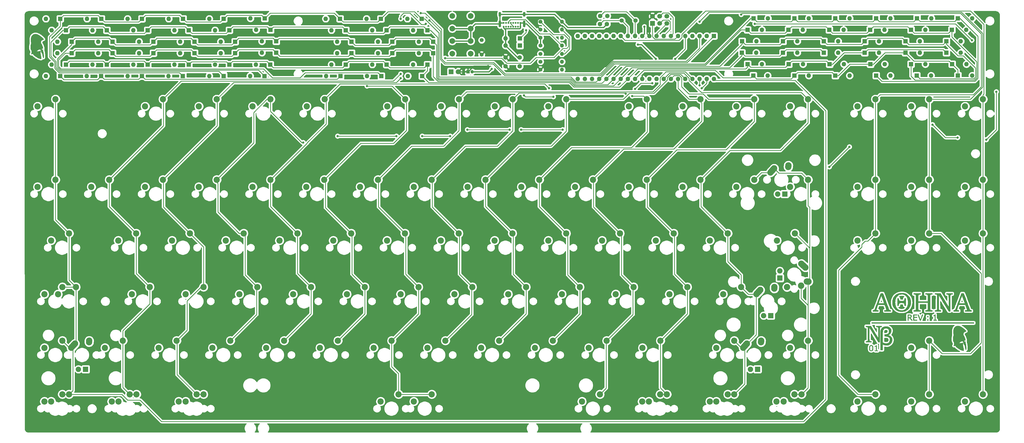
<source format=gbr>
%TF.GenerationSoftware,KiCad,Pcbnew,(5.1.8)-1*%
%TF.CreationDate,2020-12-24T13:39:18+01:00*%
%TF.ProjectId,Atenea,4174656e-6561-42e6-9b69-6361645f7063,1*%
%TF.SameCoordinates,Original*%
%TF.FileFunction,Copper,L1,Top*%
%TF.FilePolarity,Positive*%
%FSLAX46Y46*%
G04 Gerber Fmt 4.6, Leading zero omitted, Abs format (unit mm)*
G04 Created by KiCad (PCBNEW (5.1.8)-1) date 2020-12-24 13:39:18*
%MOMM*%
%LPD*%
G01*
G04 APERTURE LIST*
%TA.AperFunction,EtchedComponent*%
%ADD10C,0.010000*%
%TD*%
%TA.AperFunction,ComponentPad*%
%ADD11C,2.250000*%
%TD*%
%TA.AperFunction,ComponentPad*%
%ADD12C,1.905000*%
%TD*%
%TA.AperFunction,ComponentPad*%
%ADD13R,1.905000X1.905000*%
%TD*%
%TA.AperFunction,ComponentPad*%
%ADD14C,2.200000*%
%TD*%
%TA.AperFunction,ComponentPad*%
%ADD15C,0.650000*%
%TD*%
%TA.AperFunction,ComponentPad*%
%ADD16O,0.900000X2.400000*%
%TD*%
%TA.AperFunction,ComponentPad*%
%ADD17O,0.900000X1.700000*%
%TD*%
%TA.AperFunction,ComponentPad*%
%ADD18C,1.400000*%
%TD*%
%TA.AperFunction,ComponentPad*%
%ADD19O,1.400000X1.400000*%
%TD*%
%TA.AperFunction,ComponentPad*%
%ADD20C,1.800000*%
%TD*%
%TA.AperFunction,ComponentPad*%
%ADD21R,1.800000X1.800000*%
%TD*%
%TA.AperFunction,ComponentPad*%
%ADD22O,1.600000X1.600000*%
%TD*%
%TA.AperFunction,ComponentPad*%
%ADD23R,1.600000X1.600000*%
%TD*%
%TA.AperFunction,ComponentPad*%
%ADD24C,1.500000*%
%TD*%
%TA.AperFunction,ComponentPad*%
%ADD25C,2.000000*%
%TD*%
%TA.AperFunction,ComponentPad*%
%ADD26R,1.700000X1.700000*%
%TD*%
%TA.AperFunction,ComponentPad*%
%ADD27C,1.700000*%
%TD*%
%TA.AperFunction,ComponentPad*%
%ADD28C,1.600000*%
%TD*%
%TA.AperFunction,ComponentPad*%
%ADD29C,1.200000*%
%TD*%
%TA.AperFunction,ComponentPad*%
%ADD30R,1.200000X1.200000*%
%TD*%
%TA.AperFunction,ViaPad*%
%ADD31C,0.800000*%
%TD*%
%TA.AperFunction,Conductor*%
%ADD32C,0.254000*%
%TD*%
%TA.AperFunction,Conductor*%
%ADD33C,0.381000*%
%TD*%
%TA.AperFunction,Conductor*%
%ADD34C,0.100000*%
%TD*%
%TA.AperFunction,NonConductor*%
%ADD35C,0.254000*%
%TD*%
%TA.AperFunction,NonConductor*%
%ADD36C,0.100000*%
%TD*%
G04 APERTURE END LIST*
D10*
%TO.C,G\u002A\u002A\u002A*%
G36*
X436600203Y-233902250D02*
G01*
X400310945Y-233902250D01*
X400310945Y-233530180D01*
X436600203Y-233530180D01*
X436600203Y-233902250D01*
G37*
X436600203Y-233902250D02*
X400310945Y-233902250D01*
X400310945Y-233530180D01*
X436600203Y-233530180D01*
X436600203Y-233902250D01*
G36*
X413728371Y-230779088D02*
G01*
X413887703Y-230786969D01*
X414013097Y-230802300D01*
X414112314Y-230826877D01*
X414193114Y-230862495D01*
X414263260Y-230910952D01*
X414316192Y-230959439D01*
X414386553Y-231041481D01*
X414427987Y-231125885D01*
X414447572Y-231200910D01*
X414462188Y-231380187D01*
X414429882Y-231544887D01*
X414351895Y-231692300D01*
X414229474Y-231819720D01*
X414132117Y-231887305D01*
X414050261Y-231936207D01*
X414423572Y-232371248D01*
X414529726Y-232495564D01*
X414624143Y-232607299D01*
X414702294Y-232700999D01*
X414759651Y-232771209D01*
X414791687Y-232812474D01*
X414796882Y-232820968D01*
X414774215Y-232828202D01*
X414714729Y-232833155D01*
X414631201Y-232834774D01*
X414629451Y-232834765D01*
X414462019Y-232833882D01*
X413778141Y-232017094D01*
X413383015Y-232017094D01*
X413383015Y-232835649D01*
X413110164Y-232835649D01*
X413110164Y-231769047D01*
X413383015Y-231769047D01*
X413632050Y-231769047D01*
X413758438Y-231767000D01*
X413848912Y-231759532D01*
X413917049Y-231744655D01*
X413976425Y-231720379D01*
X413981405Y-231717868D01*
X414073215Y-231645803D01*
X414137045Y-231545132D01*
X414170734Y-231428320D01*
X414172123Y-231307832D01*
X414139052Y-231196131D01*
X414084984Y-231120115D01*
X414020081Y-231068841D01*
X413939274Y-231033625D01*
X413833205Y-231012162D01*
X413692515Y-231002149D01*
X413600056Y-231000694D01*
X413383015Y-231000102D01*
X413383015Y-231769047D01*
X413110164Y-231769047D01*
X413110164Y-230776860D01*
X413527341Y-230776860D01*
X413728371Y-230779088D01*
G37*
X413728371Y-230779088D02*
X413887703Y-230786969D01*
X414013097Y-230802300D01*
X414112314Y-230826877D01*
X414193114Y-230862495D01*
X414263260Y-230910952D01*
X414316192Y-230959439D01*
X414386553Y-231041481D01*
X414427987Y-231125885D01*
X414447572Y-231200910D01*
X414462188Y-231380187D01*
X414429882Y-231544887D01*
X414351895Y-231692300D01*
X414229474Y-231819720D01*
X414132117Y-231887305D01*
X414050261Y-231936207D01*
X414423572Y-232371248D01*
X414529726Y-232495564D01*
X414624143Y-232607299D01*
X414702294Y-232700999D01*
X414759651Y-232771209D01*
X414791687Y-232812474D01*
X414796882Y-232820968D01*
X414774215Y-232828202D01*
X414714729Y-232833155D01*
X414631201Y-232834774D01*
X414629451Y-232834765D01*
X414462019Y-232833882D01*
X413778141Y-232017094D01*
X413383015Y-232017094D01*
X413383015Y-232835649D01*
X413110164Y-232835649D01*
X413110164Y-231769047D01*
X413383015Y-231769047D01*
X413632050Y-231769047D01*
X413758438Y-231767000D01*
X413848912Y-231759532D01*
X413917049Y-231744655D01*
X413976425Y-231720379D01*
X413981405Y-231717868D01*
X414073215Y-231645803D01*
X414137045Y-231545132D01*
X414170734Y-231428320D01*
X414172123Y-231307832D01*
X414139052Y-231196131D01*
X414084984Y-231120115D01*
X414020081Y-231068841D01*
X413939274Y-231033625D01*
X413833205Y-231012162D01*
X413692515Y-231002149D01*
X413600056Y-231000694D01*
X413383015Y-231000102D01*
X413383015Y-231769047D01*
X413110164Y-231769047D01*
X413110164Y-230776860D01*
X413527341Y-230776860D01*
X413728371Y-230779088D01*
G36*
X416433992Y-231000102D02*
G01*
X415367390Y-231000102D01*
X415367390Y-231570610D01*
X416433992Y-231570610D01*
X416433992Y-231818657D01*
X415367390Y-231818657D01*
X415367390Y-232587602D01*
X416433992Y-232587602D01*
X416433992Y-232835649D01*
X415094539Y-232835649D01*
X415094539Y-230776860D01*
X416433992Y-230776860D01*
X416433992Y-231000102D01*
G37*
X416433992Y-231000102D02*
X415367390Y-231000102D01*
X415367390Y-231570610D01*
X416433992Y-231570610D01*
X416433992Y-231818657D01*
X415367390Y-231818657D01*
X415367390Y-232587602D01*
X416433992Y-232587602D01*
X416433992Y-232835649D01*
X415094539Y-232835649D01*
X415094539Y-230776860D01*
X416433992Y-230776860D01*
X416433992Y-231000102D01*
G36*
X418447043Y-230781913D02*
G01*
X418487599Y-230797439D01*
X418491367Y-230807866D01*
X418482755Y-230837070D01*
X418458723Y-230907836D01*
X418421047Y-231015194D01*
X418371506Y-231154172D01*
X418311876Y-231319801D01*
X418243936Y-231507108D01*
X418169462Y-231711124D01*
X418125478Y-231831059D01*
X417761003Y-232823246D01*
X417583298Y-232830492D01*
X417494552Y-232831502D01*
X417427094Y-232827384D01*
X417394424Y-232819020D01*
X417393651Y-232818089D01*
X417382373Y-232790482D01*
X417356535Y-232722379D01*
X417318265Y-232619633D01*
X417269689Y-232488091D01*
X417212936Y-232333605D01*
X417150132Y-232162023D01*
X417083405Y-231979197D01*
X417014882Y-231790977D01*
X416946692Y-231603211D01*
X416880960Y-231421751D01*
X416819815Y-231252445D01*
X416765385Y-231101145D01*
X416719796Y-230973699D01*
X416685176Y-230875959D01*
X416663652Y-230813773D01*
X416657234Y-230793097D01*
X416679722Y-230784424D01*
X416737960Y-230778662D01*
X416799861Y-230777184D01*
X416942488Y-230777509D01*
X417248884Y-231641791D01*
X417319051Y-231839146D01*
X417384535Y-232022234D01*
X417443378Y-232185667D01*
X417493625Y-232324057D01*
X417533319Y-232432016D01*
X417560503Y-232504155D01*
X417573220Y-232535088D01*
X417573382Y-232535362D01*
X417585429Y-232519521D01*
X417611942Y-232461562D01*
X417651080Y-232366223D01*
X417701002Y-232238239D01*
X417759867Y-232082345D01*
X417825834Y-231903277D01*
X417897061Y-231705771D01*
X417909541Y-231670755D01*
X418227600Y-230776860D01*
X418360190Y-230776860D01*
X418447043Y-230781913D01*
G37*
X418447043Y-230781913D02*
X418487599Y-230797439D01*
X418491367Y-230807866D01*
X418482755Y-230837070D01*
X418458723Y-230907836D01*
X418421047Y-231015194D01*
X418371506Y-231154172D01*
X418311876Y-231319801D01*
X418243936Y-231507108D01*
X418169462Y-231711124D01*
X418125478Y-231831059D01*
X417761003Y-232823246D01*
X417583298Y-232830492D01*
X417494552Y-232831502D01*
X417427094Y-232827384D01*
X417394424Y-232819020D01*
X417393651Y-232818089D01*
X417382373Y-232790482D01*
X417356535Y-232722379D01*
X417318265Y-232619633D01*
X417269689Y-232488091D01*
X417212936Y-232333605D01*
X417150132Y-232162023D01*
X417083405Y-231979197D01*
X417014882Y-231790977D01*
X416946692Y-231603211D01*
X416880960Y-231421751D01*
X416819815Y-231252445D01*
X416765385Y-231101145D01*
X416719796Y-230973699D01*
X416685176Y-230875959D01*
X416663652Y-230813773D01*
X416657234Y-230793097D01*
X416679722Y-230784424D01*
X416737960Y-230778662D01*
X416799861Y-230777184D01*
X416942488Y-230777509D01*
X417248884Y-231641791D01*
X417319051Y-231839146D01*
X417384535Y-232022234D01*
X417443378Y-232185667D01*
X417493625Y-232324057D01*
X417533319Y-232432016D01*
X417560503Y-232504155D01*
X417573220Y-232535088D01*
X417573382Y-232535362D01*
X417585429Y-232519521D01*
X417611942Y-232461562D01*
X417651080Y-232366223D01*
X417701002Y-232238239D01*
X417759867Y-232082345D01*
X417825834Y-231903277D01*
X417897061Y-231705771D01*
X417909541Y-231670755D01*
X418227600Y-230776860D01*
X418360190Y-230776860D01*
X418447043Y-230781913D01*
G36*
X420353132Y-232835649D02*
G01*
X420030672Y-232835649D01*
X420030672Y-232438774D01*
X420353132Y-232438774D01*
X420353132Y-232835649D01*
G37*
X420353132Y-232835649D02*
X420030672Y-232835649D01*
X420030672Y-232438774D01*
X420353132Y-232438774D01*
X420353132Y-232835649D01*
G36*
X422908015Y-232612407D02*
G01*
X423329695Y-232612407D01*
X423329695Y-232835649D01*
X422783213Y-232835649D01*
X422599703Y-232835140D01*
X422460113Y-232833377D01*
X422358765Y-232830002D01*
X422289979Y-232824660D01*
X422248073Y-232816995D01*
X422227369Y-232806651D01*
X422223258Y-232800537D01*
X422215909Y-232750687D01*
X422217835Y-232695117D01*
X422225886Y-232624809D01*
X422659968Y-232610475D01*
X422659968Y-231250080D01*
X422225886Y-231235746D01*
X422218388Y-231146080D01*
X422210889Y-231056413D01*
X422355440Y-231040059D01*
X422503398Y-231008244D01*
X422610060Y-230950459D01*
X422676944Y-230865791D01*
X422687529Y-230840590D01*
X422714186Y-230781898D01*
X422749551Y-230757136D01*
X422813779Y-230752055D01*
X422908015Y-230752055D01*
X422908015Y-232612407D01*
G37*
X422908015Y-232612407D02*
X423329695Y-232612407D01*
X423329695Y-232835649D01*
X422783213Y-232835649D01*
X422599703Y-232835140D01*
X422460113Y-232833377D01*
X422358765Y-232830002D01*
X422289979Y-232824660D01*
X422248073Y-232816995D01*
X422227369Y-232806651D01*
X422223258Y-232800537D01*
X422215909Y-232750687D01*
X422217835Y-232695117D01*
X422225886Y-232624809D01*
X422659968Y-232610475D01*
X422659968Y-231250080D01*
X422225886Y-231235746D01*
X422218388Y-231146080D01*
X422210889Y-231056413D01*
X422355440Y-231040059D01*
X422503398Y-231008244D01*
X422610060Y-230950459D01*
X422676944Y-230865791D01*
X422687529Y-230840590D01*
X422714186Y-230781898D01*
X422749551Y-230757136D01*
X422813779Y-230752055D01*
X422908015Y-230752055D01*
X422908015Y-232612407D01*
G36*
X420353132Y-231669829D02*
G01*
X420030672Y-231669829D01*
X420030672Y-231272954D01*
X420353132Y-231272954D01*
X420353132Y-231669829D01*
G37*
X420353132Y-231669829D02*
X420030672Y-231669829D01*
X420030672Y-231272954D01*
X420353132Y-231272954D01*
X420353132Y-231669829D01*
G36*
X411257763Y-223096782D02*
G01*
X411612970Y-223134142D01*
X411945417Y-223208467D01*
X412262149Y-223321633D01*
X412570211Y-223475516D01*
X412771963Y-223600133D01*
X412941844Y-223724292D01*
X413121021Y-223875221D01*
X413298335Y-224042030D01*
X413462624Y-224213827D01*
X413602728Y-224379723D01*
X413680586Y-224486735D01*
X413876614Y-224822137D01*
X414028258Y-225175594D01*
X414135985Y-225548881D01*
X414200258Y-225943774D01*
X414221546Y-226362046D01*
X414218169Y-226535258D01*
X414187882Y-226926834D01*
X414126988Y-227285366D01*
X414033128Y-227618589D01*
X413903944Y-227934240D01*
X413737078Y-228240054D01*
X413663335Y-228355238D01*
X413429506Y-228662492D01*
X413161142Y-228935842D01*
X412862024Y-229172901D01*
X412535929Y-229371280D01*
X412186635Y-229528591D01*
X411817921Y-229642447D01*
X411541166Y-229696380D01*
X411358686Y-229716282D01*
X411144994Y-229728051D01*
X410916430Y-229731689D01*
X410689335Y-229727200D01*
X410480050Y-229714586D01*
X410319636Y-229696169D01*
X409942468Y-229614186D01*
X409580985Y-229486887D01*
X409239707Y-229316560D01*
X408923154Y-229105495D01*
X408635847Y-228855981D01*
X408610260Y-228830382D01*
X408351311Y-228537854D01*
X408134247Y-228225838D01*
X407956657Y-227889774D01*
X407816129Y-227525106D01*
X407710834Y-227129977D01*
X407689723Y-226995359D01*
X407674679Y-226823879D01*
X407665705Y-226627910D01*
X407663375Y-226460844D01*
X408661775Y-226460844D01*
X408672990Y-226834487D01*
X408708286Y-227170803D01*
X408769447Y-227476780D01*
X408858257Y-227759405D01*
X408976500Y-228025667D01*
X409125958Y-228282554D01*
X409127159Y-228284398D01*
X409329914Y-228552777D01*
X409560971Y-228781205D01*
X409817566Y-228968411D01*
X410096933Y-229113119D01*
X410396308Y-229214056D01*
X410712926Y-229269950D01*
X411044021Y-229279526D01*
X411250463Y-229262262D01*
X411555097Y-229201254D01*
X411836499Y-229097219D01*
X412095110Y-228949805D01*
X412331370Y-228758658D01*
X412545721Y-228523426D01*
X412738605Y-228243753D01*
X412900379Y-227940779D01*
X413024789Y-227640689D01*
X413116796Y-227331615D01*
X413178224Y-227004550D01*
X413210896Y-226650488D01*
X413217639Y-226374028D01*
X413200818Y-225958474D01*
X413149184Y-225572961D01*
X413060986Y-225210539D01*
X412934467Y-224864261D01*
X412767876Y-224527176D01*
X412738507Y-224475568D01*
X412654390Y-224350270D01*
X412544841Y-224215918D01*
X412420704Y-224083572D01*
X412292820Y-223964293D01*
X412172033Y-223869140D01*
X412099718Y-223823986D01*
X411858501Y-223715452D01*
X411600225Y-223640711D01*
X411317994Y-223598424D01*
X411004918Y-223587254D01*
X410894224Y-223590147D01*
X410584629Y-223616867D01*
X410309942Y-223672702D01*
X410063032Y-223760423D01*
X409836767Y-223882805D01*
X409624015Y-224042620D01*
X409543339Y-224115529D01*
X409351591Y-224310039D01*
X409196238Y-224498688D01*
X409067670Y-224694172D01*
X408979130Y-224860942D01*
X408864070Y-225129619D01*
X408776544Y-225407651D01*
X408714859Y-225703568D01*
X408677324Y-226025901D01*
X408662246Y-226383180D01*
X408661775Y-226460844D01*
X407663375Y-226460844D01*
X407662802Y-226419829D01*
X407665971Y-226212008D01*
X407675216Y-226016822D01*
X407690536Y-225846647D01*
X407710636Y-225719810D01*
X407820027Y-225312810D01*
X407966977Y-224936448D01*
X408150696Y-224591797D01*
X408370397Y-224279929D01*
X408625289Y-224001917D01*
X408914583Y-223758834D01*
X409237491Y-223551753D01*
X409348861Y-223492726D01*
X409691582Y-223336954D01*
X410025286Y-223222306D01*
X410362886Y-223145406D01*
X410717297Y-223102880D01*
X410872751Y-223094512D01*
X411257763Y-223096782D01*
G37*
X411257763Y-223096782D02*
X411612970Y-223134142D01*
X411945417Y-223208467D01*
X412262149Y-223321633D01*
X412570211Y-223475516D01*
X412771963Y-223600133D01*
X412941844Y-223724292D01*
X413121021Y-223875221D01*
X413298335Y-224042030D01*
X413462624Y-224213827D01*
X413602728Y-224379723D01*
X413680586Y-224486735D01*
X413876614Y-224822137D01*
X414028258Y-225175594D01*
X414135985Y-225548881D01*
X414200258Y-225943774D01*
X414221546Y-226362046D01*
X414218169Y-226535258D01*
X414187882Y-226926834D01*
X414126988Y-227285366D01*
X414033128Y-227618589D01*
X413903944Y-227934240D01*
X413737078Y-228240054D01*
X413663335Y-228355238D01*
X413429506Y-228662492D01*
X413161142Y-228935842D01*
X412862024Y-229172901D01*
X412535929Y-229371280D01*
X412186635Y-229528591D01*
X411817921Y-229642447D01*
X411541166Y-229696380D01*
X411358686Y-229716282D01*
X411144994Y-229728051D01*
X410916430Y-229731689D01*
X410689335Y-229727200D01*
X410480050Y-229714586D01*
X410319636Y-229696169D01*
X409942468Y-229614186D01*
X409580985Y-229486887D01*
X409239707Y-229316560D01*
X408923154Y-229105495D01*
X408635847Y-228855981D01*
X408610260Y-228830382D01*
X408351311Y-228537854D01*
X408134247Y-228225838D01*
X407956657Y-227889774D01*
X407816129Y-227525106D01*
X407710834Y-227129977D01*
X407689723Y-226995359D01*
X407674679Y-226823879D01*
X407665705Y-226627910D01*
X407663375Y-226460844D01*
X408661775Y-226460844D01*
X408672990Y-226834487D01*
X408708286Y-227170803D01*
X408769447Y-227476780D01*
X408858257Y-227759405D01*
X408976500Y-228025667D01*
X409125958Y-228282554D01*
X409127159Y-228284398D01*
X409329914Y-228552777D01*
X409560971Y-228781205D01*
X409817566Y-228968411D01*
X410096933Y-229113119D01*
X410396308Y-229214056D01*
X410712926Y-229269950D01*
X411044021Y-229279526D01*
X411250463Y-229262262D01*
X411555097Y-229201254D01*
X411836499Y-229097219D01*
X412095110Y-228949805D01*
X412331370Y-228758658D01*
X412545721Y-228523426D01*
X412738605Y-228243753D01*
X412900379Y-227940779D01*
X413024789Y-227640689D01*
X413116796Y-227331615D01*
X413178224Y-227004550D01*
X413210896Y-226650488D01*
X413217639Y-226374028D01*
X413200818Y-225958474D01*
X413149184Y-225572961D01*
X413060986Y-225210539D01*
X412934467Y-224864261D01*
X412767876Y-224527176D01*
X412738507Y-224475568D01*
X412654390Y-224350270D01*
X412544841Y-224215918D01*
X412420704Y-224083572D01*
X412292820Y-223964293D01*
X412172033Y-223869140D01*
X412099718Y-223823986D01*
X411858501Y-223715452D01*
X411600225Y-223640711D01*
X411317994Y-223598424D01*
X411004918Y-223587254D01*
X410894224Y-223590147D01*
X410584629Y-223616867D01*
X410309942Y-223672702D01*
X410063032Y-223760423D01*
X409836767Y-223882805D01*
X409624015Y-224042620D01*
X409543339Y-224115529D01*
X409351591Y-224310039D01*
X409196238Y-224498688D01*
X409067670Y-224694172D01*
X408979130Y-224860942D01*
X408864070Y-225129619D01*
X408776544Y-225407651D01*
X408714859Y-225703568D01*
X408677324Y-226025901D01*
X408662246Y-226383180D01*
X408661775Y-226460844D01*
X407663375Y-226460844D01*
X407662802Y-226419829D01*
X407665971Y-226212008D01*
X407675216Y-226016822D01*
X407690536Y-225846647D01*
X407710636Y-225719810D01*
X407820027Y-225312810D01*
X407966977Y-224936448D01*
X408150696Y-224591797D01*
X408370397Y-224279929D01*
X408625289Y-224001917D01*
X408914583Y-223758834D01*
X409237491Y-223551753D01*
X409348861Y-223492726D01*
X409691582Y-223336954D01*
X410025286Y-223222306D01*
X410362886Y-223145406D01*
X410717297Y-223102880D01*
X410872751Y-223094512D01*
X411257763Y-223096782D01*
G36*
X404379223Y-223329252D02*
G01*
X404395023Y-223371604D01*
X404426898Y-223457229D01*
X404473645Y-223582897D01*
X404534063Y-223745377D01*
X404606953Y-223941437D01*
X404691112Y-224167848D01*
X404785340Y-224421377D01*
X404888437Y-224698794D01*
X404999200Y-224996869D01*
X405116430Y-225312369D01*
X405238925Y-225642064D01*
X405363415Y-225977153D01*
X405490486Y-226319049D01*
X405613914Y-226650849D01*
X405732458Y-226969229D01*
X405844874Y-227270863D01*
X405949919Y-227552426D01*
X406046351Y-227810594D01*
X406132927Y-228042041D01*
X406208404Y-228243444D01*
X406271540Y-228411476D01*
X406321092Y-228542814D01*
X406355817Y-228634132D01*
X406373971Y-228680864D01*
X406454900Y-228864094D01*
X406535026Y-229003605D01*
X406620121Y-229104850D01*
X406715956Y-229173281D01*
X406828303Y-229214352D01*
X406958628Y-229233214D01*
X407132234Y-229245635D01*
X407132234Y-229635844D01*
X404823311Y-229635844D01*
X404830556Y-229443608D01*
X404837800Y-229251371D01*
X405061043Y-229237107D01*
X405196984Y-229224926D01*
X405293777Y-229206311D01*
X405361802Y-229177684D01*
X405411438Y-229135465D01*
X405431841Y-229109235D01*
X405451951Y-229073580D01*
X405463951Y-229031416D01*
X405466787Y-228977948D01*
X405459406Y-228908377D01*
X405440753Y-228817909D01*
X405409775Y-228701745D01*
X405365419Y-228555090D01*
X405306630Y-228373147D01*
X405232356Y-228151119D01*
X405201160Y-228059090D01*
X404932001Y-227266996D01*
X402580039Y-227254120D01*
X402302609Y-228041906D01*
X402235862Y-228232247D01*
X402174041Y-228410082D01*
X402119202Y-228569381D01*
X402073398Y-228704115D01*
X402038684Y-228808257D01*
X402017113Y-228875776D01*
X402011001Y-228897696D01*
X402010969Y-228967284D01*
X402030004Y-229044879D01*
X402032379Y-229050796D01*
X402074502Y-229125495D01*
X402133835Y-229177786D01*
X402219252Y-229211862D01*
X402339628Y-229231915D01*
X402430484Y-229238857D01*
X402654988Y-229251371D01*
X402662232Y-229443608D01*
X402669477Y-229635844D01*
X400732625Y-229635844D01*
X400732625Y-229238969D01*
X400850447Y-229238831D01*
X401016512Y-229222395D01*
X401153846Y-229170892D01*
X401268264Y-229080388D01*
X401365580Y-228946948D01*
X401411367Y-228859261D01*
X401431038Y-228812962D01*
X401466942Y-228723349D01*
X401517881Y-228593553D01*
X401582656Y-228426708D01*
X401660069Y-228225945D01*
X401748921Y-227994397D01*
X401848014Y-227735194D01*
X401956149Y-227451470D01*
X402072129Y-227146356D01*
X402194754Y-226822985D01*
X402221498Y-226752299D01*
X402772128Y-226752299D01*
X402778954Y-226760333D01*
X402808047Y-226766943D01*
X402863123Y-226772247D01*
X402947897Y-226776361D01*
X403066088Y-226779403D01*
X403221412Y-226781490D01*
X403417584Y-226782740D01*
X403658323Y-226783269D01*
X403755529Y-226783305D01*
X404749756Y-226783305D01*
X404723281Y-226715092D01*
X404710075Y-226679450D01*
X404681674Y-226601619D01*
X404639699Y-226486084D01*
X404585776Y-226337328D01*
X404521526Y-226159834D01*
X404448574Y-225958086D01*
X404368542Y-225736566D01*
X404283054Y-225499758D01*
X404227851Y-225346750D01*
X404140581Y-225105010D01*
X404058348Y-224877628D01*
X403982687Y-224668819D01*
X403915133Y-224482798D01*
X403857219Y-224323781D01*
X403810481Y-224195983D01*
X403776453Y-224103620D01*
X403756669Y-224050907D01*
X403752150Y-224039874D01*
X403743219Y-224061554D01*
X403719318Y-224125051D01*
X403682212Y-224225483D01*
X403633665Y-224357966D01*
X403575441Y-224517616D01*
X403509306Y-224699550D01*
X403437023Y-224898885D01*
X403360357Y-225110736D01*
X403281072Y-225330221D01*
X403200933Y-225552456D01*
X403121705Y-225772556D01*
X403045152Y-225985639D01*
X402973038Y-226186821D01*
X402907127Y-226371219D01*
X402849186Y-226533948D01*
X402800976Y-226670126D01*
X402772128Y-226752299D01*
X402221498Y-226752299D01*
X402322826Y-226484488D01*
X402455146Y-226133998D01*
X402518940Y-225964750D01*
X402651412Y-225613116D01*
X402779090Y-225274210D01*
X402900875Y-224950948D01*
X403015669Y-224646249D01*
X403122371Y-224363028D01*
X403219883Y-224104202D01*
X403307107Y-223872688D01*
X403382943Y-223671404D01*
X403446293Y-223503264D01*
X403496058Y-223371187D01*
X403531138Y-223278090D01*
X403550435Y-223226888D01*
X403553926Y-223217631D01*
X403573242Y-223204849D01*
X403623411Y-223195774D01*
X403709544Y-223190003D01*
X403836751Y-223187130D01*
X403945703Y-223186625D01*
X404325740Y-223186625D01*
X404379223Y-223329252D01*
G37*
X404379223Y-223329252D02*
X404395023Y-223371604D01*
X404426898Y-223457229D01*
X404473645Y-223582897D01*
X404534063Y-223745377D01*
X404606953Y-223941437D01*
X404691112Y-224167848D01*
X404785340Y-224421377D01*
X404888437Y-224698794D01*
X404999200Y-224996869D01*
X405116430Y-225312369D01*
X405238925Y-225642064D01*
X405363415Y-225977153D01*
X405490486Y-226319049D01*
X405613914Y-226650849D01*
X405732458Y-226969229D01*
X405844874Y-227270863D01*
X405949919Y-227552426D01*
X406046351Y-227810594D01*
X406132927Y-228042041D01*
X406208404Y-228243444D01*
X406271540Y-228411476D01*
X406321092Y-228542814D01*
X406355817Y-228634132D01*
X406373971Y-228680864D01*
X406454900Y-228864094D01*
X406535026Y-229003605D01*
X406620121Y-229104850D01*
X406715956Y-229173281D01*
X406828303Y-229214352D01*
X406958628Y-229233214D01*
X407132234Y-229245635D01*
X407132234Y-229635844D01*
X404823311Y-229635844D01*
X404830556Y-229443608D01*
X404837800Y-229251371D01*
X405061043Y-229237107D01*
X405196984Y-229224926D01*
X405293777Y-229206311D01*
X405361802Y-229177684D01*
X405411438Y-229135465D01*
X405431841Y-229109235D01*
X405451951Y-229073580D01*
X405463951Y-229031416D01*
X405466787Y-228977948D01*
X405459406Y-228908377D01*
X405440753Y-228817909D01*
X405409775Y-228701745D01*
X405365419Y-228555090D01*
X405306630Y-228373147D01*
X405232356Y-228151119D01*
X405201160Y-228059090D01*
X404932001Y-227266996D01*
X402580039Y-227254120D01*
X402302609Y-228041906D01*
X402235862Y-228232247D01*
X402174041Y-228410082D01*
X402119202Y-228569381D01*
X402073398Y-228704115D01*
X402038684Y-228808257D01*
X402017113Y-228875776D01*
X402011001Y-228897696D01*
X402010969Y-228967284D01*
X402030004Y-229044879D01*
X402032379Y-229050796D01*
X402074502Y-229125495D01*
X402133835Y-229177786D01*
X402219252Y-229211862D01*
X402339628Y-229231915D01*
X402430484Y-229238857D01*
X402654988Y-229251371D01*
X402662232Y-229443608D01*
X402669477Y-229635844D01*
X400732625Y-229635844D01*
X400732625Y-229238969D01*
X400850447Y-229238831D01*
X401016512Y-229222395D01*
X401153846Y-229170892D01*
X401268264Y-229080388D01*
X401365580Y-228946948D01*
X401411367Y-228859261D01*
X401431038Y-228812962D01*
X401466942Y-228723349D01*
X401517881Y-228593553D01*
X401582656Y-228426708D01*
X401660069Y-228225945D01*
X401748921Y-227994397D01*
X401848014Y-227735194D01*
X401956149Y-227451470D01*
X402072129Y-227146356D01*
X402194754Y-226822985D01*
X402221498Y-226752299D01*
X402772128Y-226752299D01*
X402778954Y-226760333D01*
X402808047Y-226766943D01*
X402863123Y-226772247D01*
X402947897Y-226776361D01*
X403066088Y-226779403D01*
X403221412Y-226781490D01*
X403417584Y-226782740D01*
X403658323Y-226783269D01*
X403755529Y-226783305D01*
X404749756Y-226783305D01*
X404723281Y-226715092D01*
X404710075Y-226679450D01*
X404681674Y-226601619D01*
X404639699Y-226486084D01*
X404585776Y-226337328D01*
X404521526Y-226159834D01*
X404448574Y-225958086D01*
X404368542Y-225736566D01*
X404283054Y-225499758D01*
X404227851Y-225346750D01*
X404140581Y-225105010D01*
X404058348Y-224877628D01*
X403982687Y-224668819D01*
X403915133Y-224482798D01*
X403857219Y-224323781D01*
X403810481Y-224195983D01*
X403776453Y-224103620D01*
X403756669Y-224050907D01*
X403752150Y-224039874D01*
X403743219Y-224061554D01*
X403719318Y-224125051D01*
X403682212Y-224225483D01*
X403633665Y-224357966D01*
X403575441Y-224517616D01*
X403509306Y-224699550D01*
X403437023Y-224898885D01*
X403360357Y-225110736D01*
X403281072Y-225330221D01*
X403200933Y-225552456D01*
X403121705Y-225772556D01*
X403045152Y-225985639D01*
X402973038Y-226186821D01*
X402907127Y-226371219D01*
X402849186Y-226533948D01*
X402800976Y-226670126D01*
X402772128Y-226752299D01*
X402221498Y-226752299D01*
X402322826Y-226484488D01*
X402455146Y-226133998D01*
X402518940Y-225964750D01*
X402651412Y-225613116D01*
X402779090Y-225274210D01*
X402900875Y-224950948D01*
X403015669Y-224646249D01*
X403122371Y-224363028D01*
X403219883Y-224104202D01*
X403307107Y-223872688D01*
X403382943Y-223671404D01*
X403446293Y-223503264D01*
X403496058Y-223371187D01*
X403531138Y-223278090D01*
X403550435Y-223226888D01*
X403553926Y-223217631D01*
X403573242Y-223204849D01*
X403623411Y-223195774D01*
X403709544Y-223190003D01*
X403836751Y-223187130D01*
X403945703Y-223186625D01*
X404325740Y-223186625D01*
X404379223Y-223329252D01*
G36*
X417674226Y-223576998D02*
G01*
X417417230Y-223588427D01*
X417251889Y-223601436D01*
X417127272Y-223625984D01*
X417035161Y-223665496D01*
X416967340Y-223723395D01*
X416919284Y-223795941D01*
X416906964Y-223821238D01*
X416896744Y-223849009D01*
X416888390Y-223883990D01*
X416881667Y-223930916D01*
X416876341Y-223994519D01*
X416872177Y-224079536D01*
X416868940Y-224190701D01*
X416866397Y-224332747D01*
X416864311Y-224510411D01*
X416862449Y-224728425D01*
X416860663Y-224978764D01*
X416853252Y-226063969D01*
X420206724Y-226063969D01*
X420199313Y-224978764D01*
X420197445Y-224717776D01*
X420195578Y-224501662D01*
X420193477Y-224325689D01*
X420190907Y-224185120D01*
X420187635Y-224075223D01*
X420183424Y-223991262D01*
X420178041Y-223928503D01*
X420171250Y-223882211D01*
X420162818Y-223847652D01*
X420152509Y-223820092D01*
X420140692Y-223795941D01*
X420086292Y-223716150D01*
X420014304Y-223658667D01*
X419916654Y-223620129D01*
X419785264Y-223597170D01*
X419639998Y-223587353D01*
X419385750Y-223577874D01*
X419385750Y-223186625D01*
X421866218Y-223186625D01*
X421866218Y-223583500D01*
X421661580Y-223583639D01*
X421476454Y-223592701D01*
X421333224Y-223621311D01*
X421227179Y-223672025D01*
X421153605Y-223747400D01*
X421107790Y-223849992D01*
X421098158Y-223889294D01*
X421093172Y-223934146D01*
X421088852Y-224018152D01*
X421085190Y-224142403D01*
X421082178Y-224307987D01*
X421079808Y-224515995D01*
X421078070Y-224767517D01*
X421076957Y-225063641D01*
X421076460Y-225405457D01*
X421076570Y-225794057D01*
X421077280Y-226230528D01*
X421077979Y-226511511D01*
X421079156Y-226919981D01*
X421080329Y-227281765D01*
X421081556Y-227599787D01*
X421082892Y-227876970D01*
X421084394Y-228116237D01*
X421086117Y-228320512D01*
X421088118Y-228492720D01*
X421090453Y-228635782D01*
X421093178Y-228752622D01*
X421096349Y-228846165D01*
X421100022Y-228919333D01*
X421104254Y-228975051D01*
X421109100Y-229016240D01*
X421114617Y-229045826D01*
X421120861Y-229066731D01*
X421127326Y-229080865D01*
X421180186Y-229147037D01*
X421259098Y-229193804D01*
X421370278Y-229223168D01*
X421519945Y-229237130D01*
X421618673Y-229238969D01*
X421866218Y-229238969D01*
X421866218Y-229635844D01*
X419385750Y-229635844D01*
X419385750Y-229238969D01*
X419639998Y-229237063D01*
X419812250Y-229230968D01*
X419942795Y-229214373D01*
X420038774Y-229185418D01*
X420107330Y-229142243D01*
X420139657Y-229106902D01*
X420151461Y-229089936D01*
X420161372Y-229070499D01*
X420169585Y-229044301D01*
X420176296Y-229007057D01*
X420181700Y-228954479D01*
X420185994Y-228882281D01*
X420189373Y-228786175D01*
X420192033Y-228661873D01*
X420194169Y-228505090D01*
X420195978Y-228311538D01*
X420197654Y-228076929D01*
X420199384Y-227798510D01*
X420206867Y-226560063D01*
X416853087Y-226560063D01*
X416860581Y-227781694D01*
X416862403Y-228071351D01*
X416864325Y-228315549D01*
X416866806Y-228518438D01*
X416870305Y-228684168D01*
X416875280Y-228816888D01*
X416882189Y-228920748D01*
X416891491Y-228999897D01*
X416903644Y-229058485D01*
X416919107Y-229100661D01*
X416938338Y-229130575D01*
X416961796Y-229152376D01*
X416989939Y-229170214D01*
X417015530Y-229184095D01*
X417075531Y-229205478D01*
X417167829Y-229220788D01*
X417299279Y-229230967D01*
X417382771Y-229234457D01*
X417674226Y-229244194D01*
X417674226Y-229635844D01*
X415193757Y-229635844D01*
X415193757Y-229244194D01*
X415488816Y-229235381D01*
X415630119Y-229229329D01*
X415731736Y-229218292D01*
X415803581Y-229198211D01*
X415855569Y-229165025D01*
X415897614Y-229114676D01*
X415934236Y-229052993D01*
X415940881Y-229037700D01*
X415946771Y-229015553D01*
X415951950Y-228983672D01*
X415956465Y-228939183D01*
X415960359Y-228879207D01*
X415963677Y-228800868D01*
X415966465Y-228701288D01*
X415968768Y-228577591D01*
X415970630Y-228426899D01*
X415972097Y-228246337D01*
X415973213Y-228033026D01*
X415974023Y-227784089D01*
X415974572Y-227496651D01*
X415974906Y-227167833D01*
X415975068Y-226794759D01*
X415975105Y-226436039D01*
X415975086Y-226025131D01*
X415974992Y-225660892D01*
X415974768Y-225340382D01*
X415974359Y-225060659D01*
X415973710Y-224818785D01*
X415972764Y-224611818D01*
X415971468Y-224436819D01*
X415969766Y-224290846D01*
X415967602Y-224170960D01*
X415964921Y-224074220D01*
X415961668Y-223997685D01*
X415957789Y-223938416D01*
X415953227Y-223893472D01*
X415947927Y-223859912D01*
X415941835Y-223834797D01*
X415934894Y-223815186D01*
X415927050Y-223798138D01*
X415925496Y-223795031D01*
X415874539Y-223715059D01*
X415809217Y-223658079D01*
X415720777Y-223620280D01*
X415600461Y-223597851D01*
X415448190Y-223587292D01*
X415193757Y-223577874D01*
X415193757Y-223186625D01*
X417674226Y-223186625D01*
X417674226Y-223576998D01*
G37*
X417674226Y-223576998D02*
X417417230Y-223588427D01*
X417251889Y-223601436D01*
X417127272Y-223625984D01*
X417035161Y-223665496D01*
X416967340Y-223723395D01*
X416919284Y-223795941D01*
X416906964Y-223821238D01*
X416896744Y-223849009D01*
X416888390Y-223883990D01*
X416881667Y-223930916D01*
X416876341Y-223994519D01*
X416872177Y-224079536D01*
X416868940Y-224190701D01*
X416866397Y-224332747D01*
X416864311Y-224510411D01*
X416862449Y-224728425D01*
X416860663Y-224978764D01*
X416853252Y-226063969D01*
X420206724Y-226063969D01*
X420199313Y-224978764D01*
X420197445Y-224717776D01*
X420195578Y-224501662D01*
X420193477Y-224325689D01*
X420190907Y-224185120D01*
X420187635Y-224075223D01*
X420183424Y-223991262D01*
X420178041Y-223928503D01*
X420171250Y-223882211D01*
X420162818Y-223847652D01*
X420152509Y-223820092D01*
X420140692Y-223795941D01*
X420086292Y-223716150D01*
X420014304Y-223658667D01*
X419916654Y-223620129D01*
X419785264Y-223597170D01*
X419639998Y-223587353D01*
X419385750Y-223577874D01*
X419385750Y-223186625D01*
X421866218Y-223186625D01*
X421866218Y-223583500D01*
X421661580Y-223583639D01*
X421476454Y-223592701D01*
X421333224Y-223621311D01*
X421227179Y-223672025D01*
X421153605Y-223747400D01*
X421107790Y-223849992D01*
X421098158Y-223889294D01*
X421093172Y-223934146D01*
X421088852Y-224018152D01*
X421085190Y-224142403D01*
X421082178Y-224307987D01*
X421079808Y-224515995D01*
X421078070Y-224767517D01*
X421076957Y-225063641D01*
X421076460Y-225405457D01*
X421076570Y-225794057D01*
X421077280Y-226230528D01*
X421077979Y-226511511D01*
X421079156Y-226919981D01*
X421080329Y-227281765D01*
X421081556Y-227599787D01*
X421082892Y-227876970D01*
X421084394Y-228116237D01*
X421086117Y-228320512D01*
X421088118Y-228492720D01*
X421090453Y-228635782D01*
X421093178Y-228752622D01*
X421096349Y-228846165D01*
X421100022Y-228919333D01*
X421104254Y-228975051D01*
X421109100Y-229016240D01*
X421114617Y-229045826D01*
X421120861Y-229066731D01*
X421127326Y-229080865D01*
X421180186Y-229147037D01*
X421259098Y-229193804D01*
X421370278Y-229223168D01*
X421519945Y-229237130D01*
X421618673Y-229238969D01*
X421866218Y-229238969D01*
X421866218Y-229635844D01*
X419385750Y-229635844D01*
X419385750Y-229238969D01*
X419639998Y-229237063D01*
X419812250Y-229230968D01*
X419942795Y-229214373D01*
X420038774Y-229185418D01*
X420107330Y-229142243D01*
X420139657Y-229106902D01*
X420151461Y-229089936D01*
X420161372Y-229070499D01*
X420169585Y-229044301D01*
X420176296Y-229007057D01*
X420181700Y-228954479D01*
X420185994Y-228882281D01*
X420189373Y-228786175D01*
X420192033Y-228661873D01*
X420194169Y-228505090D01*
X420195978Y-228311538D01*
X420197654Y-228076929D01*
X420199384Y-227798510D01*
X420206867Y-226560063D01*
X416853087Y-226560063D01*
X416860581Y-227781694D01*
X416862403Y-228071351D01*
X416864325Y-228315549D01*
X416866806Y-228518438D01*
X416870305Y-228684168D01*
X416875280Y-228816888D01*
X416882189Y-228920748D01*
X416891491Y-228999897D01*
X416903644Y-229058485D01*
X416919107Y-229100661D01*
X416938338Y-229130575D01*
X416961796Y-229152376D01*
X416989939Y-229170214D01*
X417015530Y-229184095D01*
X417075531Y-229205478D01*
X417167829Y-229220788D01*
X417299279Y-229230967D01*
X417382771Y-229234457D01*
X417674226Y-229244194D01*
X417674226Y-229635844D01*
X415193757Y-229635844D01*
X415193757Y-229244194D01*
X415488816Y-229235381D01*
X415630119Y-229229329D01*
X415731736Y-229218292D01*
X415803581Y-229198211D01*
X415855569Y-229165025D01*
X415897614Y-229114676D01*
X415934236Y-229052993D01*
X415940881Y-229037700D01*
X415946771Y-229015553D01*
X415951950Y-228983672D01*
X415956465Y-228939183D01*
X415960359Y-228879207D01*
X415963677Y-228800868D01*
X415966465Y-228701288D01*
X415968768Y-228577591D01*
X415970630Y-228426899D01*
X415972097Y-228246337D01*
X415973213Y-228033026D01*
X415974023Y-227784089D01*
X415974572Y-227496651D01*
X415974906Y-227167833D01*
X415975068Y-226794759D01*
X415975105Y-226436039D01*
X415975086Y-226025131D01*
X415974992Y-225660892D01*
X415974768Y-225340382D01*
X415974359Y-225060659D01*
X415973710Y-224818785D01*
X415972764Y-224611818D01*
X415971468Y-224436819D01*
X415969766Y-224290846D01*
X415967602Y-224170960D01*
X415964921Y-224074220D01*
X415961668Y-223997685D01*
X415957789Y-223938416D01*
X415953227Y-223893472D01*
X415947927Y-223859912D01*
X415941835Y-223834797D01*
X415934894Y-223815186D01*
X415927050Y-223798138D01*
X415925496Y-223795031D01*
X415874539Y-223715059D01*
X415809217Y-223658079D01*
X415720777Y-223620280D01*
X415600461Y-223597851D01*
X415448190Y-223587292D01*
X415193757Y-223577874D01*
X415193757Y-223186625D01*
X417674226Y-223186625D01*
X417674226Y-223576998D01*
G36*
X428985164Y-223583500D02*
G01*
X428817732Y-223583639D01*
X428633738Y-223596242D01*
X428488866Y-223636292D01*
X428378592Y-223707654D01*
X428298391Y-223814194D01*
X428243737Y-223959777D01*
X428216764Y-224097104D01*
X428212916Y-224148983D01*
X428209326Y-224248175D01*
X428206014Y-224392384D01*
X428203000Y-224579315D01*
X428200303Y-224806672D01*
X428197945Y-225072159D01*
X428195944Y-225373479D01*
X428194322Y-225708338D01*
X428193097Y-226074440D01*
X428192290Y-226469488D01*
X428191921Y-226891187D01*
X428191905Y-226951549D01*
X428191414Y-229637469D01*
X427912361Y-229630455D01*
X427633308Y-229623442D01*
X425884578Y-226753629D01*
X425674025Y-226408189D01*
X425470438Y-226074364D01*
X425275322Y-225754611D01*
X425090181Y-225451389D01*
X424916521Y-225167157D01*
X424755847Y-224904374D01*
X424609663Y-224665496D01*
X424479473Y-224452984D01*
X424366784Y-224269295D01*
X424273099Y-224116887D01*
X424199924Y-223998220D01*
X424148764Y-223915751D01*
X424121122Y-223871939D01*
X424116560Y-223865266D01*
X424113955Y-223886913D01*
X424111587Y-223954904D01*
X424109470Y-224065974D01*
X424107623Y-224216859D01*
X424106060Y-224404294D01*
X424104798Y-224625014D01*
X424103853Y-224875754D01*
X424103242Y-225153250D01*
X424102980Y-225454236D01*
X424103084Y-225775449D01*
X424103569Y-226113622D01*
X424104157Y-226363008D01*
X424111043Y-228879301D01*
X424176823Y-228991189D01*
X424248108Y-229088021D01*
X424335882Y-229156746D01*
X424449114Y-229201640D01*
X424596775Y-229226979D01*
X424685218Y-229233595D01*
X424917195Y-229245729D01*
X424917195Y-229635844D01*
X422734382Y-229635844D01*
X422734382Y-229238969D01*
X422914216Y-229238831D01*
X423084570Y-229230647D01*
X423216339Y-229203603D01*
X423318327Y-229153520D01*
X423399335Y-229076216D01*
X423462333Y-228978520D01*
X423515730Y-228879301D01*
X423522506Y-226378428D01*
X423529282Y-223877554D01*
X423475035Y-223781035D01*
X423423447Y-223708840D01*
X423356727Y-223656850D01*
X423266267Y-223621656D01*
X423143461Y-223599850D01*
X422988630Y-223588413D01*
X422734382Y-223576998D01*
X422734382Y-223186625D01*
X423720369Y-223187331D01*
X424706355Y-223188036D01*
X426145027Y-225559495D01*
X426335747Y-225873778D01*
X426519605Y-226176570D01*
X426694928Y-226465124D01*
X426860041Y-226736695D01*
X427013271Y-226988533D01*
X427152944Y-227217894D01*
X427277386Y-227422029D01*
X427384924Y-227598193D01*
X427473882Y-227743637D01*
X427542588Y-227855616D01*
X427589368Y-227931381D01*
X427612548Y-227968187D01*
X427614510Y-227971046D01*
X427620650Y-227955472D01*
X427626019Y-227894678D01*
X427630637Y-227793048D01*
X427634520Y-227654965D01*
X427637686Y-227484812D01*
X427640153Y-227286973D01*
X427641939Y-227065831D01*
X427643060Y-226825769D01*
X427643536Y-226571171D01*
X427643383Y-226306419D01*
X427642620Y-226035899D01*
X427641264Y-225763991D01*
X427639332Y-225495081D01*
X427636842Y-225233552D01*
X427633813Y-224983786D01*
X427630261Y-224750167D01*
X427626205Y-224537079D01*
X427621662Y-224348904D01*
X427616649Y-224190027D01*
X427611185Y-224064830D01*
X427605287Y-223977697D01*
X427598973Y-223933011D01*
X427598211Y-223930766D01*
X427532971Y-223801365D01*
X427450247Y-223706956D01*
X427342553Y-223642915D01*
X427202404Y-223604615D01*
X427044197Y-223588426D01*
X426827156Y-223577432D01*
X426827156Y-223186625D01*
X428985164Y-223186625D01*
X428985164Y-223583500D01*
G37*
X428985164Y-223583500D02*
X428817732Y-223583639D01*
X428633738Y-223596242D01*
X428488866Y-223636292D01*
X428378592Y-223707654D01*
X428298391Y-223814194D01*
X428243737Y-223959777D01*
X428216764Y-224097104D01*
X428212916Y-224148983D01*
X428209326Y-224248175D01*
X428206014Y-224392384D01*
X428203000Y-224579315D01*
X428200303Y-224806672D01*
X428197945Y-225072159D01*
X428195944Y-225373479D01*
X428194322Y-225708338D01*
X428193097Y-226074440D01*
X428192290Y-226469488D01*
X428191921Y-226891187D01*
X428191905Y-226951549D01*
X428191414Y-229637469D01*
X427912361Y-229630455D01*
X427633308Y-229623442D01*
X425884578Y-226753629D01*
X425674025Y-226408189D01*
X425470438Y-226074364D01*
X425275322Y-225754611D01*
X425090181Y-225451389D01*
X424916521Y-225167157D01*
X424755847Y-224904374D01*
X424609663Y-224665496D01*
X424479473Y-224452984D01*
X424366784Y-224269295D01*
X424273099Y-224116887D01*
X424199924Y-223998220D01*
X424148764Y-223915751D01*
X424121122Y-223871939D01*
X424116560Y-223865266D01*
X424113955Y-223886913D01*
X424111587Y-223954904D01*
X424109470Y-224065974D01*
X424107623Y-224216859D01*
X424106060Y-224404294D01*
X424104798Y-224625014D01*
X424103853Y-224875754D01*
X424103242Y-225153250D01*
X424102980Y-225454236D01*
X424103084Y-225775449D01*
X424103569Y-226113622D01*
X424104157Y-226363008D01*
X424111043Y-228879301D01*
X424176823Y-228991189D01*
X424248108Y-229088021D01*
X424335882Y-229156746D01*
X424449114Y-229201640D01*
X424596775Y-229226979D01*
X424685218Y-229233595D01*
X424917195Y-229245729D01*
X424917195Y-229635844D01*
X422734382Y-229635844D01*
X422734382Y-229238969D01*
X422914216Y-229238831D01*
X423084570Y-229230647D01*
X423216339Y-229203603D01*
X423318327Y-229153520D01*
X423399335Y-229076216D01*
X423462333Y-228978520D01*
X423515730Y-228879301D01*
X423522506Y-226378428D01*
X423529282Y-223877554D01*
X423475035Y-223781035D01*
X423423447Y-223708840D01*
X423356727Y-223656850D01*
X423266267Y-223621656D01*
X423143461Y-223599850D01*
X422988630Y-223588413D01*
X422734382Y-223576998D01*
X422734382Y-223186625D01*
X423720369Y-223187331D01*
X424706355Y-223188036D01*
X426145027Y-225559495D01*
X426335747Y-225873778D01*
X426519605Y-226176570D01*
X426694928Y-226465124D01*
X426860041Y-226736695D01*
X427013271Y-226988533D01*
X427152944Y-227217894D01*
X427277386Y-227422029D01*
X427384924Y-227598193D01*
X427473882Y-227743637D01*
X427542588Y-227855616D01*
X427589368Y-227931381D01*
X427612548Y-227968187D01*
X427614510Y-227971046D01*
X427620650Y-227955472D01*
X427626019Y-227894678D01*
X427630637Y-227793048D01*
X427634520Y-227654965D01*
X427637686Y-227484812D01*
X427640153Y-227286973D01*
X427641939Y-227065831D01*
X427643060Y-226825769D01*
X427643536Y-226571171D01*
X427643383Y-226306419D01*
X427642620Y-226035899D01*
X427641264Y-225763991D01*
X427639332Y-225495081D01*
X427636842Y-225233552D01*
X427633813Y-224983786D01*
X427630261Y-224750167D01*
X427626205Y-224537079D01*
X427621662Y-224348904D01*
X427616649Y-224190027D01*
X427611185Y-224064830D01*
X427605287Y-223977697D01*
X427598973Y-223933011D01*
X427598211Y-223930766D01*
X427532971Y-223801365D01*
X427450247Y-223706956D01*
X427342553Y-223642915D01*
X427202404Y-223604615D01*
X427044197Y-223588426D01*
X426827156Y-223577432D01*
X426827156Y-223186625D01*
X428985164Y-223186625D01*
X428985164Y-223583500D01*
G36*
X432941064Y-223199028D02*
G01*
X433641877Y-225084184D01*
X433761089Y-225404839D01*
X433883162Y-225733149D01*
X434005828Y-226063017D01*
X434126819Y-226388343D01*
X434243865Y-226703031D01*
X434354699Y-227000982D01*
X434457053Y-227276098D01*
X434548659Y-227522281D01*
X434627248Y-227733433D01*
X434683897Y-227885590D01*
X434762465Y-228094382D01*
X434839151Y-228294074D01*
X434911500Y-228478571D01*
X434977060Y-228641778D01*
X435033377Y-228777599D01*
X435077997Y-228879940D01*
X435108468Y-228942706D01*
X435111755Y-228948481D01*
X435207353Y-229078313D01*
X435320016Y-229166508D01*
X435458952Y-229218738D01*
X435580689Y-229237281D01*
X435744441Y-229251371D01*
X435744441Y-229623442D01*
X433450007Y-229636340D01*
X433450007Y-229238969D01*
X433636839Y-229238969D01*
X433807904Y-229226732D01*
X433936649Y-229189614D01*
X434024022Y-229127004D01*
X434070968Y-229038291D01*
X434080195Y-228953076D01*
X434071160Y-228897815D01*
X434046260Y-228799882D01*
X434006676Y-228663192D01*
X433953586Y-228491662D01*
X433888170Y-228289210D01*
X433811606Y-228059753D01*
X433808333Y-228050082D01*
X433538803Y-227254120D01*
X431186853Y-227266996D01*
X430915941Y-228023539D01*
X430832506Y-228257927D01*
X430765259Y-228450761D01*
X430712921Y-228606922D01*
X430674215Y-228731291D01*
X430647864Y-228828749D01*
X430632589Y-228904175D01*
X430627112Y-228962450D01*
X430630156Y-229008454D01*
X430640444Y-229047068D01*
X430644979Y-229058478D01*
X430686482Y-229130097D01*
X430745577Y-229179820D01*
X430831103Y-229211623D01*
X430951901Y-229229481D01*
X431037034Y-229234820D01*
X431267195Y-229244886D01*
X431267195Y-229635844D01*
X429330343Y-229635844D01*
X429337587Y-229443608D01*
X429344832Y-229251371D01*
X429508903Y-229235143D01*
X429635093Y-229215427D01*
X429740300Y-229179975D01*
X429829963Y-229123229D01*
X429909517Y-229039635D01*
X429984400Y-228923637D01*
X430060048Y-228769679D01*
X430131231Y-228599238D01*
X430158344Y-228529688D01*
X430201548Y-228417221D01*
X430259506Y-228265367D01*
X430330883Y-228077658D01*
X430414342Y-227857624D01*
X430508549Y-227608796D01*
X430612166Y-227334704D01*
X430723859Y-227038881D01*
X430820247Y-226783305D01*
X431366840Y-226783305D01*
X432361468Y-226783305D01*
X432618922Y-226783006D01*
X432830486Y-226782031D01*
X432999875Y-226780262D01*
X433130807Y-226777583D01*
X433226998Y-226773876D01*
X433292163Y-226769023D01*
X433330018Y-226762909D01*
X433344281Y-226755414D01*
X433344334Y-226752299D01*
X433333979Y-226723828D01*
X433308368Y-226652940D01*
X433269038Y-226543897D01*
X433217525Y-226400965D01*
X433155364Y-226228406D01*
X433084092Y-226030485D01*
X433005245Y-225811465D01*
X432920359Y-225575610D01*
X432852865Y-225388041D01*
X432764587Y-225143330D01*
X432681103Y-224913145D01*
X432603943Y-224701622D01*
X432534638Y-224512901D01*
X432474720Y-224351119D01*
X432425719Y-224220415D01*
X432389167Y-224124926D01*
X432366593Y-224068790D01*
X432359679Y-224054985D01*
X432348987Y-224077675D01*
X432323305Y-224142763D01*
X432284236Y-224245898D01*
X432233385Y-224382726D01*
X432172355Y-224548897D01*
X432102751Y-224740056D01*
X432026176Y-224951851D01*
X431944233Y-225179930D01*
X431914077Y-225264214D01*
X431828607Y-225503234D01*
X431746506Y-225732612D01*
X431669613Y-225947224D01*
X431599767Y-226141950D01*
X431538805Y-226311666D01*
X431488568Y-226451252D01*
X431450894Y-226555583D01*
X431427622Y-226619539D01*
X431424397Y-226628276D01*
X431366840Y-226783305D01*
X430820247Y-226783305D01*
X430842292Y-226724855D01*
X430966129Y-226396160D01*
X431094034Y-226056324D01*
X431219393Y-225722925D01*
X432172566Y-223186666D01*
X432941064Y-223199028D01*
G37*
X432941064Y-223199028D02*
X433641877Y-225084184D01*
X433761089Y-225404839D01*
X433883162Y-225733149D01*
X434005828Y-226063017D01*
X434126819Y-226388343D01*
X434243865Y-226703031D01*
X434354699Y-227000982D01*
X434457053Y-227276098D01*
X434548659Y-227522281D01*
X434627248Y-227733433D01*
X434683897Y-227885590D01*
X434762465Y-228094382D01*
X434839151Y-228294074D01*
X434911500Y-228478571D01*
X434977060Y-228641778D01*
X435033377Y-228777599D01*
X435077997Y-228879940D01*
X435108468Y-228942706D01*
X435111755Y-228948481D01*
X435207353Y-229078313D01*
X435320016Y-229166508D01*
X435458952Y-229218738D01*
X435580689Y-229237281D01*
X435744441Y-229251371D01*
X435744441Y-229623442D01*
X433450007Y-229636340D01*
X433450007Y-229238969D01*
X433636839Y-229238969D01*
X433807904Y-229226732D01*
X433936649Y-229189614D01*
X434024022Y-229127004D01*
X434070968Y-229038291D01*
X434080195Y-228953076D01*
X434071160Y-228897815D01*
X434046260Y-228799882D01*
X434006676Y-228663192D01*
X433953586Y-228491662D01*
X433888170Y-228289210D01*
X433811606Y-228059753D01*
X433808333Y-228050082D01*
X433538803Y-227254120D01*
X431186853Y-227266996D01*
X430915941Y-228023539D01*
X430832506Y-228257927D01*
X430765259Y-228450761D01*
X430712921Y-228606922D01*
X430674215Y-228731291D01*
X430647864Y-228828749D01*
X430632589Y-228904175D01*
X430627112Y-228962450D01*
X430630156Y-229008454D01*
X430640444Y-229047068D01*
X430644979Y-229058478D01*
X430686482Y-229130097D01*
X430745577Y-229179820D01*
X430831103Y-229211623D01*
X430951901Y-229229481D01*
X431037034Y-229234820D01*
X431267195Y-229244886D01*
X431267195Y-229635844D01*
X429330343Y-229635844D01*
X429337587Y-229443608D01*
X429344832Y-229251371D01*
X429508903Y-229235143D01*
X429635093Y-229215427D01*
X429740300Y-229179975D01*
X429829963Y-229123229D01*
X429909517Y-229039635D01*
X429984400Y-228923637D01*
X430060048Y-228769679D01*
X430131231Y-228599238D01*
X430158344Y-228529688D01*
X430201548Y-228417221D01*
X430259506Y-228265367D01*
X430330883Y-228077658D01*
X430414342Y-227857624D01*
X430508549Y-227608796D01*
X430612166Y-227334704D01*
X430723859Y-227038881D01*
X430820247Y-226783305D01*
X431366840Y-226783305D01*
X432361468Y-226783305D01*
X432618922Y-226783006D01*
X432830486Y-226782031D01*
X432999875Y-226780262D01*
X433130807Y-226777583D01*
X433226998Y-226773876D01*
X433292163Y-226769023D01*
X433330018Y-226762909D01*
X433344281Y-226755414D01*
X433344334Y-226752299D01*
X433333979Y-226723828D01*
X433308368Y-226652940D01*
X433269038Y-226543897D01*
X433217525Y-226400965D01*
X433155364Y-226228406D01*
X433084092Y-226030485D01*
X433005245Y-225811465D01*
X432920359Y-225575610D01*
X432852865Y-225388041D01*
X432764587Y-225143330D01*
X432681103Y-224913145D01*
X432603943Y-224701622D01*
X432534638Y-224512901D01*
X432474720Y-224351119D01*
X432425719Y-224220415D01*
X432389167Y-224124926D01*
X432366593Y-224068790D01*
X432359679Y-224054985D01*
X432348987Y-224077675D01*
X432323305Y-224142763D01*
X432284236Y-224245898D01*
X432233385Y-224382726D01*
X432172355Y-224548897D01*
X432102751Y-224740056D01*
X432026176Y-224951851D01*
X431944233Y-225179930D01*
X431914077Y-225264214D01*
X431828607Y-225503234D01*
X431746506Y-225732612D01*
X431669613Y-225947224D01*
X431599767Y-226141950D01*
X431538805Y-226311666D01*
X431488568Y-226451252D01*
X431450894Y-226555583D01*
X431427622Y-226619539D01*
X431424397Y-226628276D01*
X431366840Y-226783305D01*
X430820247Y-226783305D01*
X430842292Y-226724855D01*
X430966129Y-226396160D01*
X431094034Y-226056324D01*
X431219393Y-225722925D01*
X432172566Y-223186666D01*
X432941064Y-223199028D01*
G36*
X409918168Y-225226811D02*
G01*
X409937268Y-225410964D01*
X409970658Y-225560459D01*
X410023002Y-225678869D01*
X410098961Y-225769766D01*
X410203196Y-225836723D01*
X410340369Y-225883312D01*
X410515142Y-225913104D01*
X410732176Y-225929673D01*
X410840535Y-225933647D01*
X411051696Y-225936684D01*
X411223245Y-225931866D01*
X411364732Y-225917991D01*
X411485707Y-225893856D01*
X411595718Y-225858259D01*
X411662015Y-225830176D01*
X411760012Y-225773877D01*
X411834414Y-225701704D01*
X411888782Y-225606317D01*
X411926675Y-225480375D01*
X411951656Y-225316536D01*
X411960689Y-225214409D01*
X411976577Y-224997368D01*
X412415632Y-224997368D01*
X412415632Y-227601860D01*
X411976173Y-227601860D01*
X411963459Y-227333621D01*
X411946389Y-227140850D01*
X411913314Y-226989600D01*
X411860772Y-226873393D01*
X411785297Y-226785752D01*
X411683427Y-226720199D01*
X411621176Y-226693556D01*
X411550301Y-226676654D01*
X411440345Y-226662245D01*
X411301788Y-226650663D01*
X411145111Y-226642241D01*
X410980795Y-226637312D01*
X410819320Y-226636210D01*
X410671168Y-226639269D01*
X410546820Y-226646821D01*
X410468464Y-226656875D01*
X410284510Y-226707500D01*
X410141102Y-226785031D01*
X410036061Y-226891166D01*
X409967208Y-227027599D01*
X409959146Y-227053239D01*
X409945667Y-227118949D01*
X409932261Y-227216838D01*
X409921167Y-227329521D01*
X409918035Y-227372416D01*
X409903070Y-227601860D01*
X409463875Y-227601860D01*
X409463875Y-224997368D01*
X409902877Y-224997368D01*
X409918168Y-225226811D01*
G37*
X409918168Y-225226811D02*
X409937268Y-225410964D01*
X409970658Y-225560459D01*
X410023002Y-225678869D01*
X410098961Y-225769766D01*
X410203196Y-225836723D01*
X410340369Y-225883312D01*
X410515142Y-225913104D01*
X410732176Y-225929673D01*
X410840535Y-225933647D01*
X411051696Y-225936684D01*
X411223245Y-225931866D01*
X411364732Y-225917991D01*
X411485707Y-225893856D01*
X411595718Y-225858259D01*
X411662015Y-225830176D01*
X411760012Y-225773877D01*
X411834414Y-225701704D01*
X411888782Y-225606317D01*
X411926675Y-225480375D01*
X411951656Y-225316536D01*
X411960689Y-225214409D01*
X411976577Y-224997368D01*
X412415632Y-224997368D01*
X412415632Y-227601860D01*
X411976173Y-227601860D01*
X411963459Y-227333621D01*
X411946389Y-227140850D01*
X411913314Y-226989600D01*
X411860772Y-226873393D01*
X411785297Y-226785752D01*
X411683427Y-226720199D01*
X411621176Y-226693556D01*
X411550301Y-226676654D01*
X411440345Y-226662245D01*
X411301788Y-226650663D01*
X411145111Y-226642241D01*
X410980795Y-226637312D01*
X410819320Y-226636210D01*
X410671168Y-226639269D01*
X410546820Y-226646821D01*
X410468464Y-226656875D01*
X410284510Y-226707500D01*
X410141102Y-226785031D01*
X410036061Y-226891166D01*
X409967208Y-227027599D01*
X409959146Y-227053239D01*
X409945667Y-227118949D01*
X409932261Y-227216838D01*
X409921167Y-227329521D01*
X409918035Y-227372416D01*
X409903070Y-227601860D01*
X409463875Y-227601860D01*
X409463875Y-224997368D01*
X409902877Y-224997368D01*
X409918168Y-225226811D01*
G36*
X400132092Y-241614403D02*
G01*
X400191276Y-241616926D01*
X400346780Y-241632673D01*
X400466461Y-241666786D01*
X400562474Y-241725029D01*
X400646978Y-241813166D01*
X400670230Y-241843982D01*
X400738919Y-241956089D01*
X400789726Y-242081914D01*
X400824457Y-242229695D01*
X400844917Y-242407674D01*
X400852911Y-242624090D01*
X400853176Y-242679141D01*
X400852180Y-242836498D01*
X400848434Y-242955800D01*
X400840801Y-243048572D01*
X400828147Y-243126342D01*
X400809334Y-243200637D01*
X400798164Y-243237246D01*
X400735108Y-243401293D01*
X400660191Y-243525364D01*
X400566901Y-243618801D01*
X400501689Y-243662712D01*
X400429756Y-243699518D01*
X400357436Y-243721559D01*
X400266324Y-243733181D01*
X400185734Y-243737296D01*
X400080873Y-243737879D01*
X399986741Y-243732985D01*
X399921157Y-243723641D01*
X399913913Y-243721615D01*
X399783100Y-243656641D01*
X399667286Y-243555881D01*
X399591925Y-243450649D01*
X399518910Y-243276464D01*
X399467759Y-243067708D01*
X399439922Y-242835023D01*
X399437976Y-242679141D01*
X399736965Y-242679141D01*
X399737229Y-242846509D01*
X399738584Y-242972522D01*
X399741872Y-243065432D01*
X399747935Y-243133493D01*
X399757615Y-243184958D01*
X399771754Y-243228080D01*
X399791194Y-243271112D01*
X399798977Y-243286820D01*
X399852653Y-243372188D01*
X399916800Y-243444033D01*
X399945272Y-243466654D01*
X400053783Y-243511459D01*
X400179110Y-243521181D01*
X400302554Y-243495373D01*
X400345067Y-243476165D01*
X400422167Y-243417887D01*
X400481441Y-243332171D01*
X400525453Y-243212987D01*
X400556767Y-243054306D01*
X400569476Y-242948297D01*
X400581191Y-242760699D01*
X400580564Y-242569616D01*
X400568542Y-242386868D01*
X400546072Y-242224273D01*
X400514103Y-242093650D01*
X400497457Y-242049771D01*
X400425713Y-241937822D01*
X400327086Y-241867308D01*
X400199974Y-241837207D01*
X400162393Y-241835874D01*
X400029406Y-241849509D01*
X399928665Y-241894908D01*
X399849786Y-241978462D01*
X399805753Y-242055376D01*
X399782111Y-242104880D01*
X399764621Y-242148927D01*
X399752355Y-242195922D01*
X399744388Y-242254267D01*
X399739791Y-242332365D01*
X399737638Y-242438622D01*
X399737003Y-242581438D01*
X399736965Y-242679141D01*
X399437976Y-242679141D01*
X399436851Y-242589051D01*
X399450437Y-242412721D01*
X399485858Y-242191759D01*
X399537443Y-242013465D01*
X399607835Y-241872778D01*
X399699675Y-241764634D01*
X399815607Y-241683971D01*
X399836317Y-241673399D01*
X399908548Y-241640593D01*
X399970515Y-241621639D01*
X400039327Y-241613817D01*
X400132092Y-241614403D01*
G37*
X400132092Y-241614403D02*
X400191276Y-241616926D01*
X400346780Y-241632673D01*
X400466461Y-241666786D01*
X400562474Y-241725029D01*
X400646978Y-241813166D01*
X400670230Y-241843982D01*
X400738919Y-241956089D01*
X400789726Y-242081914D01*
X400824457Y-242229695D01*
X400844917Y-242407674D01*
X400852911Y-242624090D01*
X400853176Y-242679141D01*
X400852180Y-242836498D01*
X400848434Y-242955800D01*
X400840801Y-243048572D01*
X400828147Y-243126342D01*
X400809334Y-243200637D01*
X400798164Y-243237246D01*
X400735108Y-243401293D01*
X400660191Y-243525364D01*
X400566901Y-243618801D01*
X400501689Y-243662712D01*
X400429756Y-243699518D01*
X400357436Y-243721559D01*
X400266324Y-243733181D01*
X400185734Y-243737296D01*
X400080873Y-243737879D01*
X399986741Y-243732985D01*
X399921157Y-243723641D01*
X399913913Y-243721615D01*
X399783100Y-243656641D01*
X399667286Y-243555881D01*
X399591925Y-243450649D01*
X399518910Y-243276464D01*
X399467759Y-243067708D01*
X399439922Y-242835023D01*
X399437976Y-242679141D01*
X399736965Y-242679141D01*
X399737229Y-242846509D01*
X399738584Y-242972522D01*
X399741872Y-243065432D01*
X399747935Y-243133493D01*
X399757615Y-243184958D01*
X399771754Y-243228080D01*
X399791194Y-243271112D01*
X399798977Y-243286820D01*
X399852653Y-243372188D01*
X399916800Y-243444033D01*
X399945272Y-243466654D01*
X400053783Y-243511459D01*
X400179110Y-243521181D01*
X400302554Y-243495373D01*
X400345067Y-243476165D01*
X400422167Y-243417887D01*
X400481441Y-243332171D01*
X400525453Y-243212987D01*
X400556767Y-243054306D01*
X400569476Y-242948297D01*
X400581191Y-242760699D01*
X400580564Y-242569616D01*
X400568542Y-242386868D01*
X400546072Y-242224273D01*
X400514103Y-242093650D01*
X400497457Y-242049771D01*
X400425713Y-241937822D01*
X400327086Y-241867308D01*
X400199974Y-241837207D01*
X400162393Y-241835874D01*
X400029406Y-241849509D01*
X399928665Y-241894908D01*
X399849786Y-241978462D01*
X399805753Y-242055376D01*
X399782111Y-242104880D01*
X399764621Y-242148927D01*
X399752355Y-242195922D01*
X399744388Y-242254267D01*
X399739791Y-242332365D01*
X399737638Y-242438622D01*
X399737003Y-242581438D01*
X399736965Y-242679141D01*
X399437976Y-242679141D01*
X399436851Y-242589051D01*
X399450437Y-242412721D01*
X399485858Y-242191759D01*
X399537443Y-242013465D01*
X399607835Y-241872778D01*
X399699675Y-241764634D01*
X399815607Y-241683971D01*
X399836317Y-241673399D01*
X399908548Y-241640593D01*
X399970515Y-241621639D01*
X400039327Y-241613817D01*
X400132092Y-241614403D01*
G36*
X402130617Y-243497696D02*
G01*
X402552297Y-243497696D01*
X402552297Y-243720938D01*
X402010728Y-243720938D01*
X401851596Y-243720212D01*
X401709438Y-243718180D01*
X401591651Y-243715061D01*
X401505636Y-243711075D01*
X401458792Y-243706441D01*
X401452623Y-243704401D01*
X401441912Y-243670905D01*
X401436320Y-243608938D01*
X401436086Y-243592780D01*
X401436086Y-243497696D01*
X401883355Y-243497696D01*
X401876762Y-242809366D01*
X401870168Y-242121035D01*
X401651689Y-242113848D01*
X401433209Y-242106660D01*
X401440849Y-242014629D01*
X401448488Y-241922598D01*
X401593558Y-241907014D01*
X401730827Y-241878161D01*
X401829346Y-241823075D01*
X401894649Y-241737887D01*
X401917209Y-241680752D01*
X401942773Y-241650280D01*
X402001504Y-241638082D01*
X402030620Y-241637344D01*
X402130617Y-241637344D01*
X402130617Y-243497696D01*
G37*
X402130617Y-243497696D02*
X402552297Y-243497696D01*
X402552297Y-243720938D01*
X402010728Y-243720938D01*
X401851596Y-243720212D01*
X401709438Y-243718180D01*
X401591651Y-243715061D01*
X401505636Y-243711075D01*
X401458792Y-243706441D01*
X401452623Y-243704401D01*
X401441912Y-243670905D01*
X401436320Y-243608938D01*
X401436086Y-243592780D01*
X401436086Y-243497696D01*
X401883355Y-243497696D01*
X401876762Y-242809366D01*
X401870168Y-242121035D01*
X401651689Y-242113848D01*
X401433209Y-242106660D01*
X401440849Y-242014629D01*
X401448488Y-241922598D01*
X401593558Y-241907014D01*
X401730827Y-241878161D01*
X401829346Y-241823075D01*
X401894649Y-241737887D01*
X401917209Y-241680752D01*
X401942773Y-241650280D01*
X402001504Y-241638082D01*
X402030620Y-241637344D01*
X402130617Y-241637344D01*
X402130617Y-243497696D01*
G36*
X405881700Y-235012057D02*
G01*
X406172882Y-235074421D01*
X406435690Y-235170541D01*
X406667261Y-235299371D01*
X406864737Y-235459859D01*
X407025254Y-235650959D01*
X407026670Y-235653031D01*
X407154286Y-235881112D01*
X407238444Y-236121962D01*
X407280841Y-236370140D01*
X407283173Y-236620204D01*
X407247136Y-236866711D01*
X407174426Y-237104220D01*
X407066738Y-237327288D01*
X406925769Y-237530474D01*
X406753215Y-237708336D01*
X406550772Y-237855432D01*
X406320135Y-237966319D01*
X406303878Y-237972263D01*
X406212402Y-238010387D01*
X406162520Y-238043546D01*
X406154554Y-238062147D01*
X406181059Y-238084997D01*
X406245946Y-238112486D01*
X406338804Y-238140276D01*
X406347414Y-238142454D01*
X406520854Y-238197445D01*
X406704299Y-238275578D01*
X406881663Y-238368677D01*
X407036864Y-238468564D01*
X407121123Y-238535824D01*
X407254738Y-238675568D01*
X407379291Y-238842710D01*
X407481925Y-239018518D01*
X407534068Y-239137330D01*
X407595025Y-239363237D01*
X407624042Y-239615083D01*
X407621201Y-239880911D01*
X407586582Y-240148767D01*
X407525672Y-240390041D01*
X407413716Y-240660628D01*
X407259722Y-240910252D01*
X407068480Y-241134325D01*
X406844781Y-241328257D01*
X406593415Y-241487461D01*
X406319173Y-241607347D01*
X406222712Y-241638008D01*
X405993002Y-241685588D01*
X405735837Y-241706747D01*
X405462786Y-241702818D01*
X405185417Y-241675138D01*
X404915300Y-241625041D01*
X404664004Y-241553862D01*
X404443097Y-241462935D01*
X404371025Y-241424349D01*
X404307692Y-241389330D01*
X404263517Y-241367778D01*
X404253202Y-241364493D01*
X404250127Y-241388427D01*
X404247281Y-241456753D01*
X404244737Y-241564252D01*
X404242571Y-241705705D01*
X404240855Y-241875894D01*
X404239663Y-242069601D01*
X404239069Y-242281608D01*
X404239016Y-242369082D01*
X404239016Y-243373672D01*
X403443911Y-243373672D01*
X403449911Y-240692691D01*
X404236320Y-240692691D01*
X404380295Y-240764690D01*
X404595630Y-240857786D01*
X404821164Y-240924051D01*
X404978892Y-240955309D01*
X405149510Y-240976239D01*
X405339599Y-240986770D01*
X405532338Y-240986907D01*
X405710907Y-240976659D01*
X405858486Y-240956031D01*
X405863723Y-240954944D01*
X406102980Y-240882611D01*
X406308424Y-240774386D01*
X406479067Y-240631571D01*
X406613920Y-240455473D01*
X406711995Y-240247395D01*
X406772303Y-240008643D01*
X406793856Y-239740520D01*
X406793899Y-239727383D01*
X406777216Y-239476184D01*
X406725980Y-239258829D01*
X406638409Y-239071917D01*
X406512721Y-238912048D01*
X406347133Y-238775821D01*
X406269890Y-238727515D01*
X406107716Y-238651719D01*
X405907111Y-238587797D01*
X405678282Y-238537866D01*
X405431438Y-238504041D01*
X405176787Y-238488439D01*
X405112681Y-238487633D01*
X404907342Y-238487149D01*
X404914244Y-238146084D01*
X404921145Y-237805020D01*
X405218801Y-237789873D01*
X405466228Y-237768927D01*
X405673735Y-237731597D01*
X405849160Y-237674925D01*
X406000343Y-237595954D01*
X406135120Y-237491724D01*
X406212119Y-237415026D01*
X406308135Y-237293048D01*
X406377797Y-237158645D01*
X406425267Y-237000796D01*
X406454710Y-236808477D01*
X406459129Y-236761072D01*
X406459886Y-236518746D01*
X406419459Y-236302589D01*
X406338550Y-236113823D01*
X406217860Y-235953672D01*
X406058089Y-235823358D01*
X405866056Y-235726469D01*
X405743116Y-235692626D01*
X405589272Y-235670834D01*
X405421903Y-235661758D01*
X405258391Y-235666061D01*
X405116116Y-235684406D01*
X405068383Y-235696016D01*
X404855346Y-235781522D01*
X404673254Y-235905353D01*
X404521792Y-236067860D01*
X404400646Y-236269394D01*
X404309498Y-236510307D01*
X404297132Y-236554571D01*
X404289335Y-236587636D01*
X404282494Y-236626829D01*
X404276525Y-236675573D01*
X404271348Y-236737290D01*
X404266879Y-236815404D01*
X404263037Y-236913337D01*
X404259739Y-237034513D01*
X404256903Y-237182354D01*
X404254447Y-237360284D01*
X404252288Y-237571724D01*
X404250345Y-237820099D01*
X404248536Y-238108831D01*
X404246777Y-238441344D01*
X404245527Y-238703152D01*
X404236320Y-240692691D01*
X403449911Y-240692691D01*
X403451503Y-239981631D01*
X403459096Y-236589590D01*
X403515001Y-236378750D01*
X403599165Y-236119763D01*
X403707655Y-235895002D01*
X403847334Y-235692261D01*
X403990123Y-235533715D01*
X404205418Y-235346004D01*
X404437847Y-235199937D01*
X404692671Y-235093208D01*
X404975153Y-235023515D01*
X405225657Y-234992797D01*
X405565005Y-234984500D01*
X405881700Y-235012057D01*
G37*
X405881700Y-235012057D02*
X406172882Y-235074421D01*
X406435690Y-235170541D01*
X406667261Y-235299371D01*
X406864737Y-235459859D01*
X407025254Y-235650959D01*
X407026670Y-235653031D01*
X407154286Y-235881112D01*
X407238444Y-236121962D01*
X407280841Y-236370140D01*
X407283173Y-236620204D01*
X407247136Y-236866711D01*
X407174426Y-237104220D01*
X407066738Y-237327288D01*
X406925769Y-237530474D01*
X406753215Y-237708336D01*
X406550772Y-237855432D01*
X406320135Y-237966319D01*
X406303878Y-237972263D01*
X406212402Y-238010387D01*
X406162520Y-238043546D01*
X406154554Y-238062147D01*
X406181059Y-238084997D01*
X406245946Y-238112486D01*
X406338804Y-238140276D01*
X406347414Y-238142454D01*
X406520854Y-238197445D01*
X406704299Y-238275578D01*
X406881663Y-238368677D01*
X407036864Y-238468564D01*
X407121123Y-238535824D01*
X407254738Y-238675568D01*
X407379291Y-238842710D01*
X407481925Y-239018518D01*
X407534068Y-239137330D01*
X407595025Y-239363237D01*
X407624042Y-239615083D01*
X407621201Y-239880911D01*
X407586582Y-240148767D01*
X407525672Y-240390041D01*
X407413716Y-240660628D01*
X407259722Y-240910252D01*
X407068480Y-241134325D01*
X406844781Y-241328257D01*
X406593415Y-241487461D01*
X406319173Y-241607347D01*
X406222712Y-241638008D01*
X405993002Y-241685588D01*
X405735837Y-241706747D01*
X405462786Y-241702818D01*
X405185417Y-241675138D01*
X404915300Y-241625041D01*
X404664004Y-241553862D01*
X404443097Y-241462935D01*
X404371025Y-241424349D01*
X404307692Y-241389330D01*
X404263517Y-241367778D01*
X404253202Y-241364493D01*
X404250127Y-241388427D01*
X404247281Y-241456753D01*
X404244737Y-241564252D01*
X404242571Y-241705705D01*
X404240855Y-241875894D01*
X404239663Y-242069601D01*
X404239069Y-242281608D01*
X404239016Y-242369082D01*
X404239016Y-243373672D01*
X403443911Y-243373672D01*
X403449911Y-240692691D01*
X404236320Y-240692691D01*
X404380295Y-240764690D01*
X404595630Y-240857786D01*
X404821164Y-240924051D01*
X404978892Y-240955309D01*
X405149510Y-240976239D01*
X405339599Y-240986770D01*
X405532338Y-240986907D01*
X405710907Y-240976659D01*
X405858486Y-240956031D01*
X405863723Y-240954944D01*
X406102980Y-240882611D01*
X406308424Y-240774386D01*
X406479067Y-240631571D01*
X406613920Y-240455473D01*
X406711995Y-240247395D01*
X406772303Y-240008643D01*
X406793856Y-239740520D01*
X406793899Y-239727383D01*
X406777216Y-239476184D01*
X406725980Y-239258829D01*
X406638409Y-239071917D01*
X406512721Y-238912048D01*
X406347133Y-238775821D01*
X406269890Y-238727515D01*
X406107716Y-238651719D01*
X405907111Y-238587797D01*
X405678282Y-238537866D01*
X405431438Y-238504041D01*
X405176787Y-238488439D01*
X405112681Y-238487633D01*
X404907342Y-238487149D01*
X404914244Y-238146084D01*
X404921145Y-237805020D01*
X405218801Y-237789873D01*
X405466228Y-237768927D01*
X405673735Y-237731597D01*
X405849160Y-237674925D01*
X406000343Y-237595954D01*
X406135120Y-237491724D01*
X406212119Y-237415026D01*
X406308135Y-237293048D01*
X406377797Y-237158645D01*
X406425267Y-237000796D01*
X406454710Y-236808477D01*
X406459129Y-236761072D01*
X406459886Y-236518746D01*
X406419459Y-236302589D01*
X406338550Y-236113823D01*
X406217860Y-235953672D01*
X406058089Y-235823358D01*
X405866056Y-235726469D01*
X405743116Y-235692626D01*
X405589272Y-235670834D01*
X405421903Y-235661758D01*
X405258391Y-235666061D01*
X405116116Y-235684406D01*
X405068383Y-235696016D01*
X404855346Y-235781522D01*
X404673254Y-235905353D01*
X404521792Y-236067860D01*
X404400646Y-236269394D01*
X404309498Y-236510307D01*
X404297132Y-236554571D01*
X404289335Y-236587636D01*
X404282494Y-236626829D01*
X404276525Y-236675573D01*
X404271348Y-236737290D01*
X404266879Y-236815404D01*
X404263037Y-236913337D01*
X404259739Y-237034513D01*
X404256903Y-237182354D01*
X404254447Y-237360284D01*
X404252288Y-237571724D01*
X404250345Y-237820099D01*
X404248536Y-238108831D01*
X404246777Y-238441344D01*
X404245527Y-238703152D01*
X404236320Y-240692691D01*
X403449911Y-240692691D01*
X403451503Y-239981631D01*
X403459096Y-236589590D01*
X403515001Y-236378750D01*
X403599165Y-236119763D01*
X403707655Y-235895002D01*
X403847334Y-235692261D01*
X403990123Y-235533715D01*
X404205418Y-235346004D01*
X404437847Y-235199937D01*
X404692671Y-235093208D01*
X404975153Y-235023515D01*
X405225657Y-234992797D01*
X405565005Y-234984500D01*
X405881700Y-235012057D01*
G36*
X403916555Y-235132448D02*
G01*
X403697940Y-235142900D01*
X403549260Y-235157557D01*
X403439001Y-235188824D01*
X403357236Y-235242203D01*
X403294037Y-235323193D01*
X403262305Y-235384277D01*
X403253805Y-235403218D01*
X403246264Y-235423086D01*
X403239616Y-235446832D01*
X403233795Y-235477409D01*
X403228735Y-235517768D01*
X403224370Y-235570862D01*
X403220635Y-235639643D01*
X403217464Y-235727062D01*
X403214790Y-235836072D01*
X403212548Y-235969625D01*
X403210672Y-236130672D01*
X403209096Y-236322167D01*
X403207754Y-236547060D01*
X403206581Y-236808304D01*
X403205509Y-237108851D01*
X403204474Y-237451653D01*
X403203410Y-237839662D01*
X403202856Y-238047727D01*
X403196091Y-240597270D01*
X402942407Y-240590208D01*
X402688723Y-240583145D01*
X401138430Y-238035461D01*
X400939830Y-237709104D01*
X400747906Y-237393747D01*
X400564291Y-237092070D01*
X400390619Y-236806757D01*
X400228523Y-236540488D01*
X400079634Y-236295946D01*
X399945588Y-236075812D01*
X399828016Y-235882769D01*
X399728552Y-235719499D01*
X399648829Y-235588683D01*
X399590480Y-235493004D01*
X399555138Y-235435143D01*
X399544955Y-235418566D01*
X399537618Y-235408544D01*
X399531176Y-235405402D01*
X399525582Y-235412018D01*
X399520786Y-235431270D01*
X399516741Y-235466037D01*
X399513397Y-235519198D01*
X399510707Y-235593629D01*
X399508622Y-235692209D01*
X399507094Y-235817817D01*
X399506073Y-235973331D01*
X399505513Y-236161629D01*
X399505364Y-236385589D01*
X399505579Y-236648090D01*
X399506108Y-236952009D01*
X399506903Y-237300226D01*
X399507748Y-237631387D01*
X399508734Y-238023718D01*
X399509628Y-238369546D01*
X399510599Y-238671977D01*
X399511822Y-238934115D01*
X399513467Y-239159067D01*
X399515707Y-239349937D01*
X399518714Y-239509833D01*
X399522661Y-239641858D01*
X399527719Y-239749119D01*
X399534061Y-239834720D01*
X399541858Y-239901769D01*
X399551283Y-239953369D01*
X399562509Y-239992627D01*
X399575706Y-240022648D01*
X399591048Y-240046538D01*
X399608706Y-240067402D01*
X399628853Y-240088346D01*
X399644868Y-240105081D01*
X399699530Y-240152988D01*
X399766555Y-240187357D01*
X399856655Y-240211619D01*
X399980540Y-240229204D01*
X400054308Y-240236208D01*
X400247627Y-240252717D01*
X400233059Y-240583145D01*
X399247072Y-240589631D01*
X398261086Y-240596116D01*
X398261086Y-240255414D01*
X398462254Y-240238637D01*
X398616122Y-240219824D01*
X398730236Y-240190599D01*
X398813958Y-240147534D01*
X398876651Y-240087204D01*
X398876954Y-240086819D01*
X398896440Y-240061606D01*
X398913608Y-240036486D01*
X398928607Y-240008322D01*
X398941581Y-239973974D01*
X398952679Y-239930302D01*
X398962046Y-239874167D01*
X398969829Y-239802430D01*
X398976175Y-239711952D01*
X398981232Y-239599593D01*
X398985144Y-239462215D01*
X398988059Y-239296678D01*
X398990124Y-239099843D01*
X398991485Y-238868570D01*
X398992289Y-238599720D01*
X398992682Y-238290155D01*
X398992812Y-237936735D01*
X398992824Y-237606582D01*
X398992777Y-237224010D01*
X398992596Y-236887914D01*
X398992221Y-236595159D01*
X398991592Y-236342612D01*
X398990649Y-236127140D01*
X398989331Y-235945607D01*
X398987579Y-235794880D01*
X398985333Y-235671826D01*
X398982533Y-235573311D01*
X398979118Y-235496200D01*
X398975029Y-235437360D01*
X398970206Y-235393657D01*
X398964588Y-235361958D01*
X398958116Y-235339128D01*
X398950729Y-235322034D01*
X398948996Y-235318770D01*
X398899056Y-235249872D01*
X398831024Y-235200981D01*
X398736391Y-235168748D01*
X398606649Y-235149824D01*
X398502932Y-235143223D01*
X398261086Y-235132746D01*
X398261086Y-234791250D01*
X400059426Y-234792690D01*
X401360158Y-236939009D01*
X401541037Y-237237261D01*
X401714872Y-237523479D01*
X401879918Y-237794815D01*
X402034431Y-238048418D01*
X402176665Y-238281440D01*
X402304877Y-238491030D01*
X402417322Y-238674340D01*
X402512255Y-238828520D01*
X402587932Y-238950721D01*
X402642608Y-239038092D01*
X402674539Y-239087786D01*
X402682356Y-239098594D01*
X402685860Y-239076680D01*
X402688964Y-239008795D01*
X402691638Y-238898577D01*
X402693856Y-238749663D01*
X402695587Y-238565691D01*
X402696804Y-238350298D01*
X402697479Y-238107122D01*
X402697582Y-237839799D01*
X402697087Y-237551968D01*
X402696273Y-237317425D01*
X402694762Y-236974149D01*
X402693255Y-236676943D01*
X402691656Y-236422268D01*
X402689868Y-236206587D01*
X402687793Y-236026360D01*
X402685336Y-235878049D01*
X402682397Y-235758115D01*
X402678882Y-235663019D01*
X402674692Y-235589222D01*
X402669730Y-235533186D01*
X402663900Y-235491372D01*
X402657104Y-235460241D01*
X402649246Y-235436255D01*
X402644369Y-235424678D01*
X402572404Y-235302399D01*
X402480059Y-235216941D01*
X402360499Y-235164457D01*
X402206887Y-235141103D01*
X402136818Y-235139061D01*
X401956985Y-235138516D01*
X401956985Y-234791250D01*
X403916555Y-234791250D01*
X403916555Y-235132448D01*
G37*
X403916555Y-235132448D02*
X403697940Y-235142900D01*
X403549260Y-235157557D01*
X403439001Y-235188824D01*
X403357236Y-235242203D01*
X403294037Y-235323193D01*
X403262305Y-235384277D01*
X403253805Y-235403218D01*
X403246264Y-235423086D01*
X403239616Y-235446832D01*
X403233795Y-235477409D01*
X403228735Y-235517768D01*
X403224370Y-235570862D01*
X403220635Y-235639643D01*
X403217464Y-235727062D01*
X403214790Y-235836072D01*
X403212548Y-235969625D01*
X403210672Y-236130672D01*
X403209096Y-236322167D01*
X403207754Y-236547060D01*
X403206581Y-236808304D01*
X403205509Y-237108851D01*
X403204474Y-237451653D01*
X403203410Y-237839662D01*
X403202856Y-238047727D01*
X403196091Y-240597270D01*
X402942407Y-240590208D01*
X402688723Y-240583145D01*
X401138430Y-238035461D01*
X400939830Y-237709104D01*
X400747906Y-237393747D01*
X400564291Y-237092070D01*
X400390619Y-236806757D01*
X400228523Y-236540488D01*
X400079634Y-236295946D01*
X399945588Y-236075812D01*
X399828016Y-235882769D01*
X399728552Y-235719499D01*
X399648829Y-235588683D01*
X399590480Y-235493004D01*
X399555138Y-235435143D01*
X399544955Y-235418566D01*
X399537618Y-235408544D01*
X399531176Y-235405402D01*
X399525582Y-235412018D01*
X399520786Y-235431270D01*
X399516741Y-235466037D01*
X399513397Y-235519198D01*
X399510707Y-235593629D01*
X399508622Y-235692209D01*
X399507094Y-235817817D01*
X399506073Y-235973331D01*
X399505513Y-236161629D01*
X399505364Y-236385589D01*
X399505579Y-236648090D01*
X399506108Y-236952009D01*
X399506903Y-237300226D01*
X399507748Y-237631387D01*
X399508734Y-238023718D01*
X399509628Y-238369546D01*
X399510599Y-238671977D01*
X399511822Y-238934115D01*
X399513467Y-239159067D01*
X399515707Y-239349937D01*
X399518714Y-239509833D01*
X399522661Y-239641858D01*
X399527719Y-239749119D01*
X399534061Y-239834720D01*
X399541858Y-239901769D01*
X399551283Y-239953369D01*
X399562509Y-239992627D01*
X399575706Y-240022648D01*
X399591048Y-240046538D01*
X399608706Y-240067402D01*
X399628853Y-240088346D01*
X399644868Y-240105081D01*
X399699530Y-240152988D01*
X399766555Y-240187357D01*
X399856655Y-240211619D01*
X399980540Y-240229204D01*
X400054308Y-240236208D01*
X400247627Y-240252717D01*
X400233059Y-240583145D01*
X399247072Y-240589631D01*
X398261086Y-240596116D01*
X398261086Y-240255414D01*
X398462254Y-240238637D01*
X398616122Y-240219824D01*
X398730236Y-240190599D01*
X398813958Y-240147534D01*
X398876651Y-240087204D01*
X398876954Y-240086819D01*
X398896440Y-240061606D01*
X398913608Y-240036486D01*
X398928607Y-240008322D01*
X398941581Y-239973974D01*
X398952679Y-239930302D01*
X398962046Y-239874167D01*
X398969829Y-239802430D01*
X398976175Y-239711952D01*
X398981232Y-239599593D01*
X398985144Y-239462215D01*
X398988059Y-239296678D01*
X398990124Y-239099843D01*
X398991485Y-238868570D01*
X398992289Y-238599720D01*
X398992682Y-238290155D01*
X398992812Y-237936735D01*
X398992824Y-237606582D01*
X398992777Y-237224010D01*
X398992596Y-236887914D01*
X398992221Y-236595159D01*
X398991592Y-236342612D01*
X398990649Y-236127140D01*
X398989331Y-235945607D01*
X398987579Y-235794880D01*
X398985333Y-235671826D01*
X398982533Y-235573311D01*
X398979118Y-235496200D01*
X398975029Y-235437360D01*
X398970206Y-235393657D01*
X398964588Y-235361958D01*
X398958116Y-235339128D01*
X398950729Y-235322034D01*
X398948996Y-235318770D01*
X398899056Y-235249872D01*
X398831024Y-235200981D01*
X398736391Y-235168748D01*
X398606649Y-235149824D01*
X398502932Y-235143223D01*
X398261086Y-235132746D01*
X398261086Y-234791250D01*
X400059426Y-234792690D01*
X401360158Y-236939009D01*
X401541037Y-237237261D01*
X401714872Y-237523479D01*
X401879918Y-237794815D01*
X402034431Y-238048418D01*
X402176665Y-238281440D01*
X402304877Y-238491030D01*
X402417322Y-238674340D01*
X402512255Y-238828520D01*
X402587932Y-238950721D01*
X402642608Y-239038092D01*
X402674539Y-239087786D01*
X402682356Y-239098594D01*
X402685860Y-239076680D01*
X402688964Y-239008795D01*
X402691638Y-238898577D01*
X402693856Y-238749663D01*
X402695587Y-238565691D01*
X402696804Y-238350298D01*
X402697479Y-238107122D01*
X402697582Y-237839799D01*
X402697087Y-237551968D01*
X402696273Y-237317425D01*
X402694762Y-236974149D01*
X402693255Y-236676943D01*
X402691656Y-236422268D01*
X402689868Y-236206587D01*
X402687793Y-236026360D01*
X402685336Y-235878049D01*
X402682397Y-235758115D01*
X402678882Y-235663019D01*
X402674692Y-235589222D01*
X402669730Y-235533186D01*
X402663900Y-235491372D01*
X402657104Y-235460241D01*
X402649246Y-235436255D01*
X402644369Y-235424678D01*
X402572404Y-235302399D01*
X402480059Y-235216941D01*
X402360499Y-235164457D01*
X402206887Y-235141103D01*
X402136818Y-235139061D01*
X401956985Y-235138516D01*
X401956985Y-234791250D01*
X403916555Y-234791250D01*
X403916555Y-235132448D01*
G36*
X430915994Y-234774955D02*
G01*
X431088310Y-234779181D01*
X431228693Y-234791656D01*
X431354531Y-234815319D01*
X431483216Y-234853107D01*
X431576296Y-234886512D01*
X431912394Y-235034311D01*
X432257947Y-235227283D01*
X432609156Y-235462796D01*
X432962222Y-235738216D01*
X433313346Y-236050911D01*
X433455956Y-236189371D01*
X433605209Y-236342777D01*
X433715464Y-236467398D01*
X433787418Y-236564203D01*
X433821770Y-236634161D01*
X433819217Y-236678241D01*
X433813008Y-236685235D01*
X433780464Y-236703229D01*
X433715003Y-236733247D01*
X433629908Y-236769238D01*
X433617191Y-236774406D01*
X433408695Y-236864752D01*
X433242091Y-236951147D01*
X433110335Y-237037778D01*
X433006382Y-237128833D01*
X432987609Y-237148707D01*
X432923483Y-237224859D01*
X432880272Y-237295836D01*
X432853991Y-237374600D01*
X432840653Y-237474113D01*
X432836272Y-237607338D01*
X432836116Y-237641340D01*
X432831070Y-237753048D01*
X432815269Y-237824811D01*
X432796100Y-237856935D01*
X432779998Y-237879863D01*
X432777647Y-237906529D01*
X432792600Y-237946003D01*
X432828411Y-238007352D01*
X432888633Y-238099646D01*
X432894896Y-238109064D01*
X433081923Y-238426886D01*
X433248733Y-238786856D01*
X433393705Y-239185132D01*
X433491891Y-239524963D01*
X433526698Y-239667140D01*
X433546614Y-239772401D01*
X433552228Y-239850962D01*
X433544132Y-239913038D01*
X433522918Y-239968845D01*
X433518125Y-239978299D01*
X433481071Y-240049347D01*
X433480918Y-239986654D01*
X433465095Y-239912996D01*
X433425783Y-239850715D01*
X433374676Y-239816204D01*
X433357540Y-239813703D01*
X433306123Y-239834783D01*
X433250262Y-239888485D01*
X433201599Y-239960503D01*
X433171773Y-240036528D01*
X433170260Y-240043876D01*
X433163710Y-240110241D01*
X433161238Y-240204628D01*
X433163072Y-240297394D01*
X433170707Y-240471027D01*
X433269925Y-240463369D01*
X433360263Y-240444767D01*
X433421076Y-240400454D01*
X433458510Y-240322854D01*
X433478529Y-240206290D01*
X433484422Y-240151606D01*
X433489815Y-240122479D01*
X433495699Y-240123054D01*
X433503064Y-240157474D01*
X433512901Y-240229881D01*
X433526200Y-240344419D01*
X433538840Y-240458625D01*
X433561329Y-240654034D01*
X433581793Y-240807912D01*
X433601814Y-240928205D01*
X433622970Y-241022860D01*
X433646840Y-241099822D01*
X433675006Y-241167040D01*
X433682864Y-241183174D01*
X433714786Y-241279884D01*
X433728692Y-241393988D01*
X433728849Y-241406416D01*
X433731748Y-241475463D01*
X433739739Y-241582240D01*
X433751803Y-241715246D01*
X433766924Y-241862979D01*
X433778278Y-241964653D01*
X433809667Y-242254562D01*
X433831252Y-242499453D01*
X433842987Y-242702948D01*
X433844825Y-242868668D01*
X433836721Y-243000235D01*
X433818627Y-243101272D01*
X433790497Y-243175400D01*
X433762246Y-243216114D01*
X433711894Y-243251346D01*
X433659568Y-243260093D01*
X433623408Y-243240527D01*
X433618885Y-243230549D01*
X433607182Y-243184255D01*
X433587591Y-243099345D01*
X433561706Y-242983316D01*
X433531120Y-242843663D01*
X433497427Y-242687885D01*
X433462220Y-242523479D01*
X433427093Y-242357942D01*
X433393640Y-242198771D01*
X433363455Y-242053463D01*
X433338131Y-241929515D01*
X433319262Y-241834425D01*
X433308441Y-241775689D01*
X433306474Y-241760871D01*
X433289164Y-241710991D01*
X433247189Y-241655362D01*
X433241582Y-241649854D01*
X433182797Y-241589194D01*
X433130059Y-241522338D01*
X433080897Y-241443619D01*
X433032840Y-241347369D01*
X432983414Y-241227921D01*
X432930150Y-241079608D01*
X432870575Y-240896761D01*
X432802217Y-240673713D01*
X432772610Y-240574490D01*
X432723135Y-240431511D01*
X432670955Y-240323882D01*
X432637343Y-240276834D01*
X432597910Y-240236219D01*
X432560251Y-240212697D01*
X432509392Y-240201621D01*
X432430359Y-240198344D01*
X432383897Y-240198175D01*
X432277261Y-240201454D01*
X432194736Y-240215134D01*
X432112501Y-240244980D01*
X432033762Y-240282925D01*
X431954869Y-240328343D01*
X431857664Y-240392358D01*
X431750089Y-240468776D01*
X431640085Y-240551402D01*
X431535592Y-240634039D01*
X431444552Y-240710492D01*
X431374906Y-240774566D01*
X431334594Y-240820067D01*
X431327982Y-240833560D01*
X431332150Y-240857918D01*
X431358544Y-240876333D01*
X431412357Y-240889530D01*
X431498781Y-240898231D01*
X431623009Y-240903157D01*
X431790236Y-240905032D01*
X431842254Y-240905109D01*
X432037228Y-240901875D01*
X432192046Y-240891021D01*
X432315814Y-240870816D01*
X432417634Y-240839530D01*
X432506611Y-240795434D01*
X432543591Y-240771831D01*
X432630684Y-240712728D01*
X432645221Y-241187190D01*
X432656138Y-241439486D01*
X432672986Y-241657257D01*
X432697143Y-241855379D01*
X432720253Y-241996515D01*
X432771767Y-242282694D01*
X432814863Y-242524699D01*
X432850265Y-242727115D01*
X432878697Y-242894530D01*
X432900882Y-243031530D01*
X432917544Y-243142699D01*
X432929408Y-243232624D01*
X432937197Y-243305892D01*
X432941634Y-243367087D01*
X432943231Y-243409206D01*
X432947464Y-243596418D01*
X432860648Y-243601693D01*
X432792198Y-243597754D01*
X432697353Y-243582324D01*
X432600199Y-243559646D01*
X432159865Y-243421479D01*
X431749468Y-243253640D01*
X431360110Y-243051433D01*
X430982896Y-242810165D01*
X430608929Y-242525140D01*
X430555108Y-242480456D01*
X430415208Y-242359698D01*
X430306864Y-242256948D01*
X430220772Y-242162075D01*
X430147631Y-242064951D01*
X430087880Y-241971711D01*
X430022722Y-241875088D01*
X429968310Y-241817481D01*
X429938961Y-241802771D01*
X429889799Y-241805969D01*
X429810986Y-241821807D01*
X429721898Y-241846179D01*
X429609415Y-241875542D01*
X429507692Y-241892413D01*
X429426497Y-241896160D01*
X429375600Y-241886148D01*
X429363187Y-241869413D01*
X429373045Y-241835597D01*
X429399395Y-241768913D01*
X429437405Y-241681283D01*
X429456205Y-241639969D01*
X429494842Y-241554611D01*
X429520921Y-241487699D01*
X429536867Y-241425734D01*
X429545108Y-241355213D01*
X429548070Y-241262636D01*
X429548180Y-241134499D01*
X429548159Y-241128351D01*
X429542018Y-240928436D01*
X429523578Y-240767411D01*
X429490517Y-240635570D01*
X429440517Y-240523209D01*
X429382440Y-240435077D01*
X429327548Y-240361333D01*
X429278918Y-240293791D01*
X429260794Y-240267520D01*
X429220031Y-240183649D01*
X429189576Y-240067133D01*
X429168883Y-239913908D01*
X429157403Y-239719908D01*
X429154589Y-239481066D01*
X429154600Y-239478840D01*
X429160845Y-239217493D01*
X429177996Y-238989281D01*
X429208217Y-238778505D01*
X429253672Y-238569467D01*
X429305855Y-238381585D01*
X429334439Y-238285610D01*
X429353405Y-238213085D01*
X429363541Y-238150916D01*
X429365634Y-238086010D01*
X429360473Y-238005273D01*
X429348846Y-237895609D01*
X429339832Y-237816925D01*
X429321727Y-237623602D01*
X429308101Y-237405825D01*
X429299223Y-237176603D01*
X429298372Y-237126443D01*
X430528198Y-237126443D01*
X430535459Y-237124656D01*
X430582386Y-237113720D01*
X430659890Y-237098830D01*
X430733896Y-237086092D01*
X430835672Y-237070491D01*
X430934452Y-237056975D01*
X430987894Y-237050711D01*
X431008786Y-237046939D01*
X430985427Y-237044898D01*
X430923154Y-237044795D01*
X430863871Y-237045877D01*
X430729032Y-237053106D01*
X430633778Y-237068371D01*
X430568506Y-237093242D01*
X430566214Y-237094557D01*
X430528957Y-237119070D01*
X430528198Y-237126443D01*
X429298372Y-237126443D01*
X429295359Y-236948944D01*
X429296779Y-236735854D01*
X429303752Y-236550343D01*
X429311604Y-236448547D01*
X429361141Y-236112794D01*
X429438929Y-235816978D01*
X429545764Y-235559715D01*
X429682442Y-235339621D01*
X429849762Y-235155312D01*
X430048520Y-235005404D01*
X430186200Y-234929943D01*
X430333022Y-234863966D01*
X430462601Y-234818989D01*
X430591470Y-234791500D01*
X430736166Y-234777988D01*
X430913224Y-234774940D01*
X430915994Y-234774955D01*
G37*
X430915994Y-234774955D02*
X431088310Y-234779181D01*
X431228693Y-234791656D01*
X431354531Y-234815319D01*
X431483216Y-234853107D01*
X431576296Y-234886512D01*
X431912394Y-235034311D01*
X432257947Y-235227283D01*
X432609156Y-235462796D01*
X432962222Y-235738216D01*
X433313346Y-236050911D01*
X433455956Y-236189371D01*
X433605209Y-236342777D01*
X433715464Y-236467398D01*
X433787418Y-236564203D01*
X433821770Y-236634161D01*
X433819217Y-236678241D01*
X433813008Y-236685235D01*
X433780464Y-236703229D01*
X433715003Y-236733247D01*
X433629908Y-236769238D01*
X433617191Y-236774406D01*
X433408695Y-236864752D01*
X433242091Y-236951147D01*
X433110335Y-237037778D01*
X433006382Y-237128833D01*
X432987609Y-237148707D01*
X432923483Y-237224859D01*
X432880272Y-237295836D01*
X432853991Y-237374600D01*
X432840653Y-237474113D01*
X432836272Y-237607338D01*
X432836116Y-237641340D01*
X432831070Y-237753048D01*
X432815269Y-237824811D01*
X432796100Y-237856935D01*
X432779998Y-237879863D01*
X432777647Y-237906529D01*
X432792600Y-237946003D01*
X432828411Y-238007352D01*
X432888633Y-238099646D01*
X432894896Y-238109064D01*
X433081923Y-238426886D01*
X433248733Y-238786856D01*
X433393705Y-239185132D01*
X433491891Y-239524963D01*
X433526698Y-239667140D01*
X433546614Y-239772401D01*
X433552228Y-239850962D01*
X433544132Y-239913038D01*
X433522918Y-239968845D01*
X433518125Y-239978299D01*
X433481071Y-240049347D01*
X433480918Y-239986654D01*
X433465095Y-239912996D01*
X433425783Y-239850715D01*
X433374676Y-239816204D01*
X433357540Y-239813703D01*
X433306123Y-239834783D01*
X433250262Y-239888485D01*
X433201599Y-239960503D01*
X433171773Y-240036528D01*
X433170260Y-240043876D01*
X433163710Y-240110241D01*
X433161238Y-240204628D01*
X433163072Y-240297394D01*
X433170707Y-240471027D01*
X433269925Y-240463369D01*
X433360263Y-240444767D01*
X433421076Y-240400454D01*
X433458510Y-240322854D01*
X433478529Y-240206290D01*
X433484422Y-240151606D01*
X433489815Y-240122479D01*
X433495699Y-240123054D01*
X433503064Y-240157474D01*
X433512901Y-240229881D01*
X433526200Y-240344419D01*
X433538840Y-240458625D01*
X433561329Y-240654034D01*
X433581793Y-240807912D01*
X433601814Y-240928205D01*
X433622970Y-241022860D01*
X433646840Y-241099822D01*
X433675006Y-241167040D01*
X433682864Y-241183174D01*
X433714786Y-241279884D01*
X433728692Y-241393988D01*
X433728849Y-241406416D01*
X433731748Y-241475463D01*
X433739739Y-241582240D01*
X433751803Y-241715246D01*
X433766924Y-241862979D01*
X433778278Y-241964653D01*
X433809667Y-242254562D01*
X433831252Y-242499453D01*
X433842987Y-242702948D01*
X433844825Y-242868668D01*
X433836721Y-243000235D01*
X433818627Y-243101272D01*
X433790497Y-243175400D01*
X433762246Y-243216114D01*
X433711894Y-243251346D01*
X433659568Y-243260093D01*
X433623408Y-243240527D01*
X433618885Y-243230549D01*
X433607182Y-243184255D01*
X433587591Y-243099345D01*
X433561706Y-242983316D01*
X433531120Y-242843663D01*
X433497427Y-242687885D01*
X433462220Y-242523479D01*
X433427093Y-242357942D01*
X433393640Y-242198771D01*
X433363455Y-242053463D01*
X433338131Y-241929515D01*
X433319262Y-241834425D01*
X433308441Y-241775689D01*
X433306474Y-241760871D01*
X433289164Y-241710991D01*
X433247189Y-241655362D01*
X433241582Y-241649854D01*
X433182797Y-241589194D01*
X433130059Y-241522338D01*
X433080897Y-241443619D01*
X433032840Y-241347369D01*
X432983414Y-241227921D01*
X432930150Y-241079608D01*
X432870575Y-240896761D01*
X432802217Y-240673713D01*
X432772610Y-240574490D01*
X432723135Y-240431511D01*
X432670955Y-240323882D01*
X432637343Y-240276834D01*
X432597910Y-240236219D01*
X432560251Y-240212697D01*
X432509392Y-240201621D01*
X432430359Y-240198344D01*
X432383897Y-240198175D01*
X432277261Y-240201454D01*
X432194736Y-240215134D01*
X432112501Y-240244980D01*
X432033762Y-240282925D01*
X431954869Y-240328343D01*
X431857664Y-240392358D01*
X431750089Y-240468776D01*
X431640085Y-240551402D01*
X431535592Y-240634039D01*
X431444552Y-240710492D01*
X431374906Y-240774566D01*
X431334594Y-240820067D01*
X431327982Y-240833560D01*
X431332150Y-240857918D01*
X431358544Y-240876333D01*
X431412357Y-240889530D01*
X431498781Y-240898231D01*
X431623009Y-240903157D01*
X431790236Y-240905032D01*
X431842254Y-240905109D01*
X432037228Y-240901875D01*
X432192046Y-240891021D01*
X432315814Y-240870816D01*
X432417634Y-240839530D01*
X432506611Y-240795434D01*
X432543591Y-240771831D01*
X432630684Y-240712728D01*
X432645221Y-241187190D01*
X432656138Y-241439486D01*
X432672986Y-241657257D01*
X432697143Y-241855379D01*
X432720253Y-241996515D01*
X432771767Y-242282694D01*
X432814863Y-242524699D01*
X432850265Y-242727115D01*
X432878697Y-242894530D01*
X432900882Y-243031530D01*
X432917544Y-243142699D01*
X432929408Y-243232624D01*
X432937197Y-243305892D01*
X432941634Y-243367087D01*
X432943231Y-243409206D01*
X432947464Y-243596418D01*
X432860648Y-243601693D01*
X432792198Y-243597754D01*
X432697353Y-243582324D01*
X432600199Y-243559646D01*
X432159865Y-243421479D01*
X431749468Y-243253640D01*
X431360110Y-243051433D01*
X430982896Y-242810165D01*
X430608929Y-242525140D01*
X430555108Y-242480456D01*
X430415208Y-242359698D01*
X430306864Y-242256948D01*
X430220772Y-242162075D01*
X430147631Y-242064951D01*
X430087880Y-241971711D01*
X430022722Y-241875088D01*
X429968310Y-241817481D01*
X429938961Y-241802771D01*
X429889799Y-241805969D01*
X429810986Y-241821807D01*
X429721898Y-241846179D01*
X429609415Y-241875542D01*
X429507692Y-241892413D01*
X429426497Y-241896160D01*
X429375600Y-241886148D01*
X429363187Y-241869413D01*
X429373045Y-241835597D01*
X429399395Y-241768913D01*
X429437405Y-241681283D01*
X429456205Y-241639969D01*
X429494842Y-241554611D01*
X429520921Y-241487699D01*
X429536867Y-241425734D01*
X429545108Y-241355213D01*
X429548070Y-241262636D01*
X429548180Y-241134499D01*
X429548159Y-241128351D01*
X429542018Y-240928436D01*
X429523578Y-240767411D01*
X429490517Y-240635570D01*
X429440517Y-240523209D01*
X429382440Y-240435077D01*
X429327548Y-240361333D01*
X429278918Y-240293791D01*
X429260794Y-240267520D01*
X429220031Y-240183649D01*
X429189576Y-240067133D01*
X429168883Y-239913908D01*
X429157403Y-239719908D01*
X429154589Y-239481066D01*
X429154600Y-239478840D01*
X429160845Y-239217493D01*
X429177996Y-238989281D01*
X429208217Y-238778505D01*
X429253672Y-238569467D01*
X429305855Y-238381585D01*
X429334439Y-238285610D01*
X429353405Y-238213085D01*
X429363541Y-238150916D01*
X429365634Y-238086010D01*
X429360473Y-238005273D01*
X429348846Y-237895609D01*
X429339832Y-237816925D01*
X429321727Y-237623602D01*
X429308101Y-237405825D01*
X429299223Y-237176603D01*
X429298372Y-237126443D01*
X430528198Y-237126443D01*
X430535459Y-237124656D01*
X430582386Y-237113720D01*
X430659890Y-237098830D01*
X430733896Y-237086092D01*
X430835672Y-237070491D01*
X430934452Y-237056975D01*
X430987894Y-237050711D01*
X431008786Y-237046939D01*
X430985427Y-237044898D01*
X430923154Y-237044795D01*
X430863871Y-237045877D01*
X430729032Y-237053106D01*
X430633778Y-237068371D01*
X430568506Y-237093242D01*
X430566214Y-237094557D01*
X430528957Y-237119070D01*
X430528198Y-237126443D01*
X429298372Y-237126443D01*
X429295359Y-236948944D01*
X429296779Y-236735854D01*
X429303752Y-236550343D01*
X429311604Y-236448547D01*
X429361141Y-236112794D01*
X429438929Y-235816978D01*
X429545764Y-235559715D01*
X429682442Y-235339621D01*
X429849762Y-235155312D01*
X430048520Y-235005404D01*
X430186200Y-234929943D01*
X430333022Y-234863966D01*
X430462601Y-234818989D01*
X430591470Y-234791500D01*
X430736166Y-234777988D01*
X430913224Y-234774940D01*
X430915994Y-234774955D01*
G36*
X104017994Y-131142955D02*
G01*
X104190310Y-131147181D01*
X104330693Y-131159656D01*
X104456531Y-131183319D01*
X104585216Y-131221107D01*
X104678296Y-131254512D01*
X105014394Y-131402311D01*
X105359947Y-131595283D01*
X105711156Y-131830796D01*
X106064222Y-132106216D01*
X106415346Y-132418911D01*
X106557956Y-132557371D01*
X106707209Y-132710777D01*
X106817464Y-132835398D01*
X106889418Y-132932203D01*
X106923770Y-133002161D01*
X106921217Y-133046241D01*
X106915008Y-133053235D01*
X106882464Y-133071229D01*
X106817003Y-133101247D01*
X106731908Y-133137238D01*
X106719191Y-133142406D01*
X106510695Y-133232752D01*
X106344091Y-133319147D01*
X106212335Y-133405778D01*
X106108382Y-133496833D01*
X106089609Y-133516707D01*
X106025483Y-133592859D01*
X105982272Y-133663836D01*
X105955991Y-133742600D01*
X105942653Y-133842113D01*
X105938272Y-133975338D01*
X105938116Y-134009340D01*
X105933070Y-134121048D01*
X105917269Y-134192811D01*
X105898100Y-134224935D01*
X105881998Y-134247863D01*
X105879647Y-134274529D01*
X105894600Y-134314003D01*
X105930411Y-134375352D01*
X105990633Y-134467646D01*
X105996896Y-134477064D01*
X106183923Y-134794886D01*
X106350733Y-135154856D01*
X106495705Y-135553132D01*
X106593891Y-135892963D01*
X106628698Y-136035140D01*
X106648614Y-136140401D01*
X106654228Y-136218962D01*
X106646132Y-136281038D01*
X106624918Y-136336845D01*
X106620125Y-136346299D01*
X106583071Y-136417347D01*
X106582918Y-136354654D01*
X106567095Y-136280996D01*
X106527783Y-136218715D01*
X106476676Y-136184204D01*
X106459540Y-136181703D01*
X106408123Y-136202783D01*
X106352262Y-136256485D01*
X106303599Y-136328503D01*
X106273773Y-136404528D01*
X106272260Y-136411876D01*
X106265710Y-136478241D01*
X106263238Y-136572628D01*
X106265072Y-136665394D01*
X106272707Y-136839027D01*
X106371925Y-136831369D01*
X106462263Y-136812767D01*
X106523076Y-136768454D01*
X106560510Y-136690854D01*
X106580529Y-136574290D01*
X106586422Y-136519606D01*
X106591815Y-136490479D01*
X106597699Y-136491054D01*
X106605064Y-136525474D01*
X106614901Y-136597881D01*
X106628200Y-136712419D01*
X106640840Y-136826625D01*
X106663329Y-137022034D01*
X106683793Y-137175912D01*
X106703814Y-137296205D01*
X106724970Y-137390860D01*
X106748840Y-137467822D01*
X106777006Y-137535040D01*
X106784864Y-137551174D01*
X106816786Y-137647884D01*
X106830692Y-137761988D01*
X106830849Y-137774416D01*
X106833748Y-137843463D01*
X106841739Y-137950240D01*
X106853803Y-138083246D01*
X106868924Y-138230979D01*
X106880278Y-138332653D01*
X106911667Y-138622562D01*
X106933252Y-138867453D01*
X106944987Y-139070948D01*
X106946825Y-139236668D01*
X106938721Y-139368235D01*
X106920627Y-139469272D01*
X106892497Y-139543400D01*
X106864246Y-139584114D01*
X106813894Y-139619346D01*
X106761568Y-139628093D01*
X106725408Y-139608527D01*
X106720885Y-139598549D01*
X106709182Y-139552255D01*
X106689591Y-139467345D01*
X106663706Y-139351316D01*
X106633120Y-139211663D01*
X106599427Y-139055885D01*
X106564220Y-138891479D01*
X106529093Y-138725942D01*
X106495640Y-138566771D01*
X106465455Y-138421463D01*
X106440131Y-138297515D01*
X106421262Y-138202425D01*
X106410441Y-138143689D01*
X106408474Y-138128871D01*
X106391164Y-138078991D01*
X106349189Y-138023362D01*
X106343582Y-138017854D01*
X106284797Y-137957194D01*
X106232059Y-137890338D01*
X106182897Y-137811619D01*
X106134840Y-137715369D01*
X106085414Y-137595921D01*
X106032150Y-137447608D01*
X105972575Y-137264761D01*
X105904217Y-137041713D01*
X105874610Y-136942490D01*
X105825135Y-136799511D01*
X105772955Y-136691882D01*
X105739343Y-136644834D01*
X105699910Y-136604219D01*
X105662251Y-136580697D01*
X105611392Y-136569621D01*
X105532359Y-136566344D01*
X105485897Y-136566175D01*
X105379261Y-136569454D01*
X105296736Y-136583134D01*
X105214501Y-136612980D01*
X105135762Y-136650925D01*
X105056869Y-136696343D01*
X104959664Y-136760358D01*
X104852089Y-136836776D01*
X104742085Y-136919402D01*
X104637592Y-137002039D01*
X104546552Y-137078492D01*
X104476906Y-137142566D01*
X104436594Y-137188067D01*
X104429982Y-137201560D01*
X104434150Y-137225918D01*
X104460544Y-137244333D01*
X104514357Y-137257530D01*
X104600781Y-137266231D01*
X104725009Y-137271157D01*
X104892236Y-137273032D01*
X104944254Y-137273109D01*
X105139228Y-137269875D01*
X105294046Y-137259021D01*
X105417814Y-137238816D01*
X105519634Y-137207530D01*
X105608611Y-137163434D01*
X105645591Y-137139831D01*
X105732684Y-137080728D01*
X105747221Y-137555190D01*
X105758138Y-137807486D01*
X105774986Y-138025257D01*
X105799143Y-138223379D01*
X105822253Y-138364515D01*
X105873767Y-138650694D01*
X105916863Y-138892699D01*
X105952265Y-139095115D01*
X105980697Y-139262530D01*
X106002882Y-139399530D01*
X106019544Y-139510699D01*
X106031408Y-139600624D01*
X106039197Y-139673892D01*
X106043634Y-139735087D01*
X106045231Y-139777206D01*
X106049464Y-139964418D01*
X105962648Y-139969693D01*
X105894198Y-139965754D01*
X105799353Y-139950324D01*
X105702199Y-139927646D01*
X105261865Y-139789479D01*
X104851468Y-139621640D01*
X104462110Y-139419433D01*
X104084896Y-139178165D01*
X103710929Y-138893140D01*
X103657108Y-138848456D01*
X103517208Y-138727698D01*
X103408864Y-138624948D01*
X103322772Y-138530075D01*
X103249631Y-138432951D01*
X103189880Y-138339711D01*
X103124722Y-138243088D01*
X103070310Y-138185481D01*
X103040961Y-138170771D01*
X102991799Y-138173969D01*
X102912986Y-138189807D01*
X102823898Y-138214179D01*
X102711415Y-138243542D01*
X102609692Y-138260413D01*
X102528497Y-138264160D01*
X102477600Y-138254148D01*
X102465187Y-138237413D01*
X102475045Y-138203597D01*
X102501395Y-138136913D01*
X102539405Y-138049283D01*
X102558205Y-138007969D01*
X102596842Y-137922611D01*
X102622921Y-137855699D01*
X102638867Y-137793734D01*
X102647108Y-137723213D01*
X102650070Y-137630636D01*
X102650180Y-137502499D01*
X102650159Y-137496351D01*
X102644018Y-137296436D01*
X102625578Y-137135411D01*
X102592517Y-137003570D01*
X102542517Y-136891209D01*
X102484440Y-136803077D01*
X102429548Y-136729333D01*
X102380918Y-136661791D01*
X102362794Y-136635520D01*
X102322031Y-136551649D01*
X102291576Y-136435133D01*
X102270883Y-136281908D01*
X102259403Y-136087908D01*
X102256589Y-135849066D01*
X102256600Y-135846840D01*
X102262845Y-135585493D01*
X102279996Y-135357281D01*
X102310217Y-135146505D01*
X102355672Y-134937467D01*
X102407855Y-134749585D01*
X102436439Y-134653610D01*
X102455405Y-134581085D01*
X102465541Y-134518916D01*
X102467634Y-134454010D01*
X102462473Y-134373273D01*
X102450846Y-134263609D01*
X102441832Y-134184925D01*
X102423727Y-133991602D01*
X102410101Y-133773825D01*
X102401223Y-133544603D01*
X102400372Y-133494443D01*
X103630198Y-133494443D01*
X103637459Y-133492656D01*
X103684386Y-133481720D01*
X103761890Y-133466830D01*
X103835896Y-133454092D01*
X103937672Y-133438491D01*
X104036452Y-133424975D01*
X104089894Y-133418711D01*
X104110786Y-133414939D01*
X104087427Y-133412898D01*
X104025154Y-133412795D01*
X103965871Y-133413877D01*
X103831032Y-133421106D01*
X103735778Y-133436371D01*
X103670506Y-133461242D01*
X103668214Y-133462557D01*
X103630957Y-133487070D01*
X103630198Y-133494443D01*
X102400372Y-133494443D01*
X102397359Y-133316944D01*
X102398779Y-133103854D01*
X102405752Y-132918343D01*
X102413604Y-132816547D01*
X102463141Y-132480794D01*
X102540929Y-132184978D01*
X102647764Y-131927715D01*
X102784442Y-131707621D01*
X102951762Y-131523312D01*
X103150520Y-131373404D01*
X103288200Y-131297943D01*
X103435022Y-131231966D01*
X103564601Y-131186989D01*
X103693470Y-131159500D01*
X103838166Y-131145988D01*
X104015224Y-131142940D01*
X104017994Y-131142955D01*
G37*
X104017994Y-131142955D02*
X104190310Y-131147181D01*
X104330693Y-131159656D01*
X104456531Y-131183319D01*
X104585216Y-131221107D01*
X104678296Y-131254512D01*
X105014394Y-131402311D01*
X105359947Y-131595283D01*
X105711156Y-131830796D01*
X106064222Y-132106216D01*
X106415346Y-132418911D01*
X106557956Y-132557371D01*
X106707209Y-132710777D01*
X106817464Y-132835398D01*
X106889418Y-132932203D01*
X106923770Y-133002161D01*
X106921217Y-133046241D01*
X106915008Y-133053235D01*
X106882464Y-133071229D01*
X106817003Y-133101247D01*
X106731908Y-133137238D01*
X106719191Y-133142406D01*
X106510695Y-133232752D01*
X106344091Y-133319147D01*
X106212335Y-133405778D01*
X106108382Y-133496833D01*
X106089609Y-133516707D01*
X106025483Y-133592859D01*
X105982272Y-133663836D01*
X105955991Y-133742600D01*
X105942653Y-133842113D01*
X105938272Y-133975338D01*
X105938116Y-134009340D01*
X105933070Y-134121048D01*
X105917269Y-134192811D01*
X105898100Y-134224935D01*
X105881998Y-134247863D01*
X105879647Y-134274529D01*
X105894600Y-134314003D01*
X105930411Y-134375352D01*
X105990633Y-134467646D01*
X105996896Y-134477064D01*
X106183923Y-134794886D01*
X106350733Y-135154856D01*
X106495705Y-135553132D01*
X106593891Y-135892963D01*
X106628698Y-136035140D01*
X106648614Y-136140401D01*
X106654228Y-136218962D01*
X106646132Y-136281038D01*
X106624918Y-136336845D01*
X106620125Y-136346299D01*
X106583071Y-136417347D01*
X106582918Y-136354654D01*
X106567095Y-136280996D01*
X106527783Y-136218715D01*
X106476676Y-136184204D01*
X106459540Y-136181703D01*
X106408123Y-136202783D01*
X106352262Y-136256485D01*
X106303599Y-136328503D01*
X106273773Y-136404528D01*
X106272260Y-136411876D01*
X106265710Y-136478241D01*
X106263238Y-136572628D01*
X106265072Y-136665394D01*
X106272707Y-136839027D01*
X106371925Y-136831369D01*
X106462263Y-136812767D01*
X106523076Y-136768454D01*
X106560510Y-136690854D01*
X106580529Y-136574290D01*
X106586422Y-136519606D01*
X106591815Y-136490479D01*
X106597699Y-136491054D01*
X106605064Y-136525474D01*
X106614901Y-136597881D01*
X106628200Y-136712419D01*
X106640840Y-136826625D01*
X106663329Y-137022034D01*
X106683793Y-137175912D01*
X106703814Y-137296205D01*
X106724970Y-137390860D01*
X106748840Y-137467822D01*
X106777006Y-137535040D01*
X106784864Y-137551174D01*
X106816786Y-137647884D01*
X106830692Y-137761988D01*
X106830849Y-137774416D01*
X106833748Y-137843463D01*
X106841739Y-137950240D01*
X106853803Y-138083246D01*
X106868924Y-138230979D01*
X106880278Y-138332653D01*
X106911667Y-138622562D01*
X106933252Y-138867453D01*
X106944987Y-139070948D01*
X106946825Y-139236668D01*
X106938721Y-139368235D01*
X106920627Y-139469272D01*
X106892497Y-139543400D01*
X106864246Y-139584114D01*
X106813894Y-139619346D01*
X106761568Y-139628093D01*
X106725408Y-139608527D01*
X106720885Y-139598549D01*
X106709182Y-139552255D01*
X106689591Y-139467345D01*
X106663706Y-139351316D01*
X106633120Y-139211663D01*
X106599427Y-139055885D01*
X106564220Y-138891479D01*
X106529093Y-138725942D01*
X106495640Y-138566771D01*
X106465455Y-138421463D01*
X106440131Y-138297515D01*
X106421262Y-138202425D01*
X106410441Y-138143689D01*
X106408474Y-138128871D01*
X106391164Y-138078991D01*
X106349189Y-138023362D01*
X106343582Y-138017854D01*
X106284797Y-137957194D01*
X106232059Y-137890338D01*
X106182897Y-137811619D01*
X106134840Y-137715369D01*
X106085414Y-137595921D01*
X106032150Y-137447608D01*
X105972575Y-137264761D01*
X105904217Y-137041713D01*
X105874610Y-136942490D01*
X105825135Y-136799511D01*
X105772955Y-136691882D01*
X105739343Y-136644834D01*
X105699910Y-136604219D01*
X105662251Y-136580697D01*
X105611392Y-136569621D01*
X105532359Y-136566344D01*
X105485897Y-136566175D01*
X105379261Y-136569454D01*
X105296736Y-136583134D01*
X105214501Y-136612980D01*
X105135762Y-136650925D01*
X105056869Y-136696343D01*
X104959664Y-136760358D01*
X104852089Y-136836776D01*
X104742085Y-136919402D01*
X104637592Y-137002039D01*
X104546552Y-137078492D01*
X104476906Y-137142566D01*
X104436594Y-137188067D01*
X104429982Y-137201560D01*
X104434150Y-137225918D01*
X104460544Y-137244333D01*
X104514357Y-137257530D01*
X104600781Y-137266231D01*
X104725009Y-137271157D01*
X104892236Y-137273032D01*
X104944254Y-137273109D01*
X105139228Y-137269875D01*
X105294046Y-137259021D01*
X105417814Y-137238816D01*
X105519634Y-137207530D01*
X105608611Y-137163434D01*
X105645591Y-137139831D01*
X105732684Y-137080728D01*
X105747221Y-137555190D01*
X105758138Y-137807486D01*
X105774986Y-138025257D01*
X105799143Y-138223379D01*
X105822253Y-138364515D01*
X105873767Y-138650694D01*
X105916863Y-138892699D01*
X105952265Y-139095115D01*
X105980697Y-139262530D01*
X106002882Y-139399530D01*
X106019544Y-139510699D01*
X106031408Y-139600624D01*
X106039197Y-139673892D01*
X106043634Y-139735087D01*
X106045231Y-139777206D01*
X106049464Y-139964418D01*
X105962648Y-139969693D01*
X105894198Y-139965754D01*
X105799353Y-139950324D01*
X105702199Y-139927646D01*
X105261865Y-139789479D01*
X104851468Y-139621640D01*
X104462110Y-139419433D01*
X104084896Y-139178165D01*
X103710929Y-138893140D01*
X103657108Y-138848456D01*
X103517208Y-138727698D01*
X103408864Y-138624948D01*
X103322772Y-138530075D01*
X103249631Y-138432951D01*
X103189880Y-138339711D01*
X103124722Y-138243088D01*
X103070310Y-138185481D01*
X103040961Y-138170771D01*
X102991799Y-138173969D01*
X102912986Y-138189807D01*
X102823898Y-138214179D01*
X102711415Y-138243542D01*
X102609692Y-138260413D01*
X102528497Y-138264160D01*
X102477600Y-138254148D01*
X102465187Y-138237413D01*
X102475045Y-138203597D01*
X102501395Y-138136913D01*
X102539405Y-138049283D01*
X102558205Y-138007969D01*
X102596842Y-137922611D01*
X102622921Y-137855699D01*
X102638867Y-137793734D01*
X102647108Y-137723213D01*
X102650070Y-137630636D01*
X102650180Y-137502499D01*
X102650159Y-137496351D01*
X102644018Y-137296436D01*
X102625578Y-137135411D01*
X102592517Y-137003570D01*
X102542517Y-136891209D01*
X102484440Y-136803077D01*
X102429548Y-136729333D01*
X102380918Y-136661791D01*
X102362794Y-136635520D01*
X102322031Y-136551649D01*
X102291576Y-136435133D01*
X102270883Y-136281908D01*
X102259403Y-136087908D01*
X102256589Y-135849066D01*
X102256600Y-135846840D01*
X102262845Y-135585493D01*
X102279996Y-135357281D01*
X102310217Y-135146505D01*
X102355672Y-134937467D01*
X102407855Y-134749585D01*
X102436439Y-134653610D01*
X102455405Y-134581085D01*
X102465541Y-134518916D01*
X102467634Y-134454010D01*
X102462473Y-134373273D01*
X102450846Y-134263609D01*
X102441832Y-134184925D01*
X102423727Y-133991602D01*
X102410101Y-133773825D01*
X102401223Y-133544603D01*
X102400372Y-133494443D01*
X103630198Y-133494443D01*
X103637459Y-133492656D01*
X103684386Y-133481720D01*
X103761890Y-133466830D01*
X103835896Y-133454092D01*
X103937672Y-133438491D01*
X104036452Y-133424975D01*
X104089894Y-133418711D01*
X104110786Y-133414939D01*
X104087427Y-133412898D01*
X104025154Y-133412795D01*
X103965871Y-133413877D01*
X103831032Y-133421106D01*
X103735778Y-133436371D01*
X103670506Y-133461242D01*
X103668214Y-133462557D01*
X103630957Y-133487070D01*
X103630198Y-133494443D01*
X102400372Y-133494443D01*
X102397359Y-133316944D01*
X102398779Y-133103854D01*
X102405752Y-132918343D01*
X102413604Y-132816547D01*
X102463141Y-132480794D01*
X102540929Y-132184978D01*
X102647764Y-131927715D01*
X102784442Y-131707621D01*
X102951762Y-131523312D01*
X103150520Y-131373404D01*
X103288200Y-131297943D01*
X103435022Y-131231966D01*
X103564601Y-131186989D01*
X103693470Y-131159500D01*
X103838166Y-131145988D01*
X104015224Y-131142940D01*
X104017994Y-131142955D01*
%TD*%
D11*
%TO.P,ENTERISO1,2*%
%TO.N,Net-(D48-Pad2)*%
X370372000Y-221035000D03*
%TO.P,ENTERISO1,1*%
%TO.N,COL13*%
X375372000Y-220535000D03*
D12*
%TO.P,ENTERISO1,3*%
%TO.N,Net-(ENTERISO1-Pad3)*%
X367792000Y-215265000D03*
D13*
%TO.P,ENTERISO1,4*%
%TO.N,Net-(ENTERISO1-Pad4)*%
X367792000Y-217805000D03*
D11*
%TO.P,ENTERISO1,2*%
%TO.N,Net-(D48-Pad2)*%
X376872000Y-214035000D03*
%TA.AperFunction,ComponentPad*%
G36*
G01*
X374574650Y-211973688D02*
X374574650Y-211973688D01*
G75*
G02*
X376163312Y-211887650I837350J-751312D01*
G01*
X377623320Y-213197640D01*
G75*
G02*
X377709358Y-214786302I-751312J-837350D01*
G01*
X377709358Y-214786302D01*
G75*
G02*
X376120696Y-214872340I-837350J751312D01*
G01*
X374660688Y-213562350D01*
G75*
G02*
X374574650Y-211973688I751312J837350D01*
G01*
G37*
%TD.AperFunction*%
%TO.P,ENTERISO1,1*%
%TO.N,COL13*%
X377952000Y-219075000D03*
%TA.AperFunction,ComponentPad*%
G36*
G01*
X376249740Y-218956524D02*
X376249666Y-218957601D01*
G75*
G02*
X377449399Y-217912666I1122334J-77399D01*
G01*
X378029399Y-217952664D01*
G75*
G02*
X379074334Y-219152397I-77399J-1122334D01*
G01*
X379074334Y-219152397D01*
G75*
G02*
X377874601Y-220197332I-1122334J77399D01*
G01*
X377294601Y-220157334D01*
G75*
G02*
X376249666Y-218957601I77399J1122334D01*
G01*
G37*
%TD.AperFunction*%
%TD*%
D14*
%TO.P,ALTGRALT1,2*%
%TO.N,Net-(ALTGRALT1-Pad2)*%
X319024000Y-261620000D03*
%TO.P,ALTGRALT1,1*%
%TO.N,COL11*%
X325374000Y-259080000D03*
%TD*%
%TO.P,SCROLL1,2*%
%TO.N,Net-(D16-Pad2)*%
X414401000Y-156845000D03*
%TO.P,SCROLL1,1*%
%TO.N,COL15*%
X420751000Y-154305000D03*
%TD*%
D13*
%TO.P,SHIFTALT1,4*%
%TO.N,Net-(SHIFTALT1-Pad4)*%
X359918000Y-250190000D03*
D12*
%TO.P,SHIFTALT1,3*%
%TO.N,Net-(SHIFTALT1-Pad3)*%
X357378000Y-250190000D03*
D11*
%TO.P,SHIFTALT1,1*%
%TO.N,COL12*%
X356148000Y-241110000D03*
%TA.AperFunction,ComponentPad*%
G36*
G01*
X354086688Y-243407350D02*
X354086683Y-243407345D01*
G75*
G02*
X354000655Y-241818683I751317J837345D01*
G01*
X355310657Y-240358683D01*
G75*
G02*
X356899319Y-240272655I837345J-751317D01*
G01*
X356899319Y-240272655D01*
G75*
G02*
X356985347Y-241861317I-751317J-837345D01*
G01*
X355675345Y-243321317D01*
G75*
G02*
X354086683Y-243407345I-837345J751317D01*
G01*
G37*
%TD.AperFunction*%
%TO.P,SHIFTALT1,2*%
%TO.N,Net-(D78-Pad2)*%
X361188000Y-240030000D03*
%TA.AperFunction,ComponentPad*%
G36*
G01*
X361071483Y-241732395D02*
X361070597Y-241732334D01*
G75*
G02*
X360025666Y-240532597I77403J1122334D01*
G01*
X360065666Y-239952597D01*
G75*
G02*
X361265403Y-238907666I1122334J-77403D01*
G01*
X361265403Y-238907666D01*
G75*
G02*
X362310334Y-240107403I-77403J-1122334D01*
G01*
X362270334Y-240687403D01*
G75*
G02*
X361070597Y-241732334I-1122334J77403D01*
G01*
G37*
%TD.AperFunction*%
%TD*%
D13*
%TO.P,LONGSHIFT1,4*%
%TO.N,Net-(LONGSHIFT1-Pad4)*%
X121793000Y-250190000D03*
D12*
%TO.P,LONGSHIFT1,3*%
%TO.N,Net-(LONGSHIFT1-Pad3)*%
X119253000Y-250190000D03*
D11*
%TO.P,LONGSHIFT1,1*%
%TO.N,COL0*%
X118023000Y-241110000D03*
%TA.AperFunction,ComponentPad*%
G36*
G01*
X115961688Y-243407350D02*
X115961683Y-243407345D01*
G75*
G02*
X115875655Y-241818683I751317J837345D01*
G01*
X117185657Y-240358683D01*
G75*
G02*
X118774319Y-240272655I837345J-751317D01*
G01*
X118774319Y-240272655D01*
G75*
G02*
X118860347Y-241861317I-751317J-837345D01*
G01*
X117550345Y-243321317D01*
G75*
G02*
X115961683Y-243407345I-837345J751317D01*
G01*
G37*
%TD.AperFunction*%
%TO.P,LONGSHIFT1,2*%
%TO.N,Net-(D66-Pad2)*%
X123063000Y-240030000D03*
%TA.AperFunction,ComponentPad*%
G36*
G01*
X122946483Y-241732395D02*
X122945597Y-241732334D01*
G75*
G02*
X121900666Y-240532597I77403J1122334D01*
G01*
X121940666Y-239952597D01*
G75*
G02*
X123140403Y-238907666I1122334J-77403D01*
G01*
X123140403Y-238907666D01*
G75*
G02*
X124185334Y-240107403I-77403J-1122334D01*
G01*
X124145334Y-240687403D01*
G75*
G02*
X122945597Y-241732334I-1122334J77403D01*
G01*
G37*
%TD.AperFunction*%
%TD*%
D13*
%TO.P,ENTERANSI1,4*%
%TO.N,Net-(ENTERANSI1-Pad4)*%
X364617000Y-231140000D03*
D12*
%TO.P,ENTERANSI1,3*%
%TO.N,Net-(ENTERANSI1-Pad3)*%
X362077000Y-231140000D03*
D11*
%TO.P,ENTERANSI1,1*%
%TO.N,COL12*%
X360847000Y-222060000D03*
%TA.AperFunction,ComponentPad*%
G36*
G01*
X358785688Y-224357350D02*
X358785683Y-224357345D01*
G75*
G02*
X358699655Y-222768683I751317J837345D01*
G01*
X360009657Y-221308683D01*
G75*
G02*
X361598319Y-221222655I837345J-751317D01*
G01*
X361598319Y-221222655D01*
G75*
G02*
X361684347Y-222811317I-751317J-837345D01*
G01*
X360374345Y-224271317D01*
G75*
G02*
X358785683Y-224357345I-837345J751317D01*
G01*
G37*
%TD.AperFunction*%
%TO.P,ENTERANSI1,2*%
%TO.N,Net-(D65-Pad2)*%
X365887000Y-220980000D03*
%TA.AperFunction,ComponentPad*%
G36*
G01*
X365770483Y-222682395D02*
X365769597Y-222682334D01*
G75*
G02*
X364724666Y-221482597I77403J1122334D01*
G01*
X364764666Y-220902597D01*
G75*
G02*
X365964403Y-219857666I1122334J-77403D01*
G01*
X365964403Y-219857666D01*
G75*
G02*
X367009334Y-221057403I-77403J-1122334D01*
G01*
X366969334Y-221637403D01*
G75*
G02*
X365769597Y-222682334I-1122334J77403D01*
G01*
G37*
%TD.AperFunction*%
%TD*%
D13*
%TO.P,BACKSPACE1,4*%
%TO.N,Net-(BACKSPACE1-Pad4)*%
X369570000Y-187960000D03*
D12*
%TO.P,BACKSPACE1,3*%
%TO.N,Net-(BACKSPACE1-Pad3)*%
X367030000Y-187960000D03*
D11*
%TO.P,BACKSPACE1,1*%
%TO.N,COL13*%
X365800000Y-178880000D03*
%TA.AperFunction,ComponentPad*%
G36*
G01*
X363738688Y-181177350D02*
X363738683Y-181177345D01*
G75*
G02*
X363652655Y-179588683I751317J837345D01*
G01*
X364962657Y-178128683D01*
G75*
G02*
X366551319Y-178042655I837345J-751317D01*
G01*
X366551319Y-178042655D01*
G75*
G02*
X366637347Y-179631317I-751317J-837345D01*
G01*
X365327345Y-181091317D01*
G75*
G02*
X363738683Y-181177345I-837345J751317D01*
G01*
G37*
%TD.AperFunction*%
%TO.P,BACKSPACE1,2*%
%TO.N,Net-(BACKSPACE1-Pad2)*%
X370840000Y-177800000D03*
%TA.AperFunction,ComponentPad*%
G36*
G01*
X370723483Y-179502395D02*
X370722597Y-179502334D01*
G75*
G02*
X369677666Y-178302597I77403J1122334D01*
G01*
X369717666Y-177722597D01*
G75*
G02*
X370917403Y-176677666I1122334J-77403D01*
G01*
X370917403Y-176677666D01*
G75*
G02*
X371962334Y-177877403I-77403J-1122334D01*
G01*
X371922334Y-178457403D01*
G75*
G02*
X370722597Y-179502334I-1122334J77403D01*
G01*
G37*
%TD.AperFunction*%
%TD*%
D15*
%TO.P,USB1,A5*%
%TO.N,Net-(R3-Pad2)*%
X274198000Y-128528000D03*
%TO.P,USB1,A1*%
%TO.N,GND*%
X275898000Y-128528000D03*
%TO.P,USB1,A4*%
%TO.N,VCC*%
X275048000Y-128528000D03*
%TO.P,USB1,A6*%
%TO.N,Net-(D93-Pad1)*%
X273348000Y-128528000D03*
%TO.P,USB1,A7*%
%TO.N,Net-(D92-Pad1)*%
X272498000Y-128528000D03*
%TO.P,USB1,A8*%
%TO.N,Net-(USB1-PadA8)*%
X271648000Y-128528000D03*
%TO.P,USB1,A9*%
%TO.N,VCC*%
X270798000Y-128528000D03*
%TO.P,USB1,A12*%
%TO.N,GND*%
X269948000Y-128528000D03*
%TO.P,USB1,B12*%
X275898000Y-127203000D03*
%TO.P,USB1,B9*%
%TO.N,VCC*%
X275043000Y-127203000D03*
%TO.P,USB1,B8*%
%TO.N,Net-(USB1-PadB8)*%
X274193000Y-127203000D03*
%TO.P,USB1,B7*%
%TO.N,Net-(D92-Pad1)*%
X273343000Y-127203000D03*
%TO.P,USB1,B6*%
%TO.N,Net-(D93-Pad1)*%
X272493000Y-127203000D03*
%TO.P,USB1,B5*%
%TO.N,Net-(R6-Pad2)*%
X271643000Y-127203000D03*
%TO.P,USB1,B4*%
%TO.N,VCC*%
X270793000Y-127203000D03*
%TO.P,USB1,B1*%
%TO.N,GND*%
X269943000Y-127203000D03*
D16*
%TO.P,USB1,S1*%
X277248000Y-127548000D03*
X268598000Y-127548000D03*
D17*
X277248000Y-124168000D03*
X268598000Y-124168000D03*
%TD*%
D18*
%TO.P,R8,1*%
%TO.N,Net-(LED1-Pad1)*%
X282956000Y-126746000D03*
D19*
%TO.P,R8,2*%
%TO.N,GND*%
X290576000Y-126746000D03*
%TD*%
D20*
%TO.P,LED1,2*%
%TO.N,+5V*%
X253873000Y-144526000D03*
D21*
%TO.P,LED1,1*%
%TO.N,Net-(LED1-Pad1)*%
X251333000Y-144526000D03*
%TD*%
D22*
%TO.P,D93,2*%
%TO.N,GND*%
X270637000Y-135255000D03*
D23*
%TO.P,D93,1*%
%TO.N,Net-(D93-Pad1)*%
X275717000Y-135255000D03*
%TD*%
D22*
%TO.P,D92,2*%
%TO.N,GND*%
X270637000Y-132715000D03*
D23*
%TO.P,D92,1*%
%TO.N,Net-(D92-Pad1)*%
X275717000Y-132715000D03*
%TD*%
D22*
%TO.P,D91,2*%
%TO.N,Net-(D91-Pad2)*%
X435991000Y-145923000D03*
D23*
%TO.P,D91,1*%
%TO.N,ROW5*%
X430911000Y-145923000D03*
%TD*%
D22*
%TO.P,D90,2*%
%TO.N,Net-(BOTTOM1-Pad2)*%
X433959000Y-141859000D03*
D23*
%TO.P,D90,1*%
%TO.N,ROW5*%
X428879000Y-141859000D03*
%TD*%
D22*
%TO.P,D89,2*%
%TO.N,Net-(D89-Pad2)*%
X417449000Y-137795000D03*
D23*
%TO.P,D89,1*%
%TO.N,ROW5*%
X412369000Y-137795000D03*
%TD*%
D22*
%TO.P,D88,2*%
%TO.N,Net-(D88-Pad2)*%
X405003000Y-141859000D03*
D23*
%TO.P,D88,1*%
%TO.N,ROW5*%
X399923000Y-141859000D03*
%TD*%
D22*
%TO.P,D87,2*%
%TO.N,Net-(D87-Pad2)*%
X392557000Y-145923000D03*
D23*
%TO.P,D87,1*%
%TO.N,ROW5*%
X387477000Y-145923000D03*
%TD*%
D22*
%TO.P,D86,2*%
%TO.N,Net-(ALTGRALT1-Pad2)*%
X378079000Y-145923000D03*
D23*
%TO.P,D86,1*%
%TO.N,ROW5*%
X372999000Y-145923000D03*
%TD*%
D22*
%TO.P,D85,2*%
%TO.N,Net-(ALTGR1-Pad2)*%
X363474000Y-145923000D03*
D23*
%TO.P,D85,1*%
%TO.N,ROW5*%
X358394000Y-145923000D03*
%TD*%
D22*
%TO.P,D84,2*%
%TO.N,Net-(D84-Pad2)*%
X207010000Y-146050000D03*
D23*
%TO.P,D84,1*%
%TO.N,ROW5*%
X212090000Y-146050000D03*
%TD*%
D22*
%TO.P,D83,2*%
%TO.N,Net-(ALT1-Pad2)*%
X136652000Y-146050000D03*
D23*
%TO.P,D83,1*%
%TO.N,ROW5*%
X141732000Y-146050000D03*
%TD*%
D22*
%TO.P,D82,2*%
%TO.N,Net-(D82-Pad2)*%
X122174000Y-146050000D03*
D23*
%TO.P,D82,1*%
%TO.N,ROW5*%
X127254000Y-146050000D03*
%TD*%
D22*
%TO.P,D81,2*%
%TO.N,Net-(CTRL1-Pad2)*%
X107696000Y-146050000D03*
D23*
%TO.P,D81,1*%
%TO.N,ROW5*%
X112776000Y-146050000D03*
%TD*%
D22*
%TO.P,D80,2*%
%TO.N,Net-(D80-Pad2)*%
X431927000Y-137795000D03*
D23*
%TO.P,D80,1*%
%TO.N,ROW4*%
X426847000Y-137795000D03*
%TD*%
D22*
%TO.P,D79,2*%
%TO.N,Net-(D79-Pad2)*%
X402971000Y-137795000D03*
D23*
%TO.P,D79,1*%
%TO.N,ROW4*%
X397891000Y-137795000D03*
%TD*%
D22*
%TO.P,D78,2*%
%TO.N,Net-(D78-Pad2)*%
X390525000Y-141859000D03*
D23*
%TO.P,D78,1*%
%TO.N,ROW4*%
X385445000Y-141859000D03*
%TD*%
D22*
%TO.P,D77,2*%
%TO.N,Net-(/1-Pad2)*%
X376047000Y-141859000D03*
D23*
%TO.P,D77,1*%
%TO.N,ROW4*%
X370967000Y-141859000D03*
%TD*%
D22*
%TO.P,D76,2*%
%TO.N,Net-(.1-Pad2)*%
X361442000Y-141859000D03*
D23*
%TO.P,D76,1*%
%TO.N,ROW4*%
X356362000Y-141859000D03*
%TD*%
D22*
%TO.P,D75,2*%
%TO.N,Net-(\u002C1-Pad2)*%
X235966000Y-146050000D03*
D23*
%TO.P,D75,1*%
%TO.N,ROW4*%
X241046000Y-146050000D03*
%TD*%
D22*
%TO.P,D74,2*%
%TO.N,Net-(D74-Pad2)*%
X237871000Y-141986000D03*
D23*
%TO.P,D74,1*%
%TO.N,ROW4*%
X242951000Y-141986000D03*
%TD*%
D22*
%TO.P,D73,2*%
%TO.N,Net-(D73-Pad2)*%
X223393000Y-141986000D03*
D23*
%TO.P,D73,1*%
%TO.N,ROW4*%
X228473000Y-141986000D03*
%TD*%
D22*
%TO.P,D72,2*%
%TO.N,Net-(B1-Pad2)*%
X208915000Y-141986000D03*
D23*
%TO.P,D72,1*%
%TO.N,ROW4*%
X213995000Y-141986000D03*
%TD*%
D22*
%TO.P,D71,2*%
%TO.N,Net-(D71-Pad2)*%
X182118000Y-141986000D03*
D23*
%TO.P,D71,1*%
%TO.N,ROW4*%
X187198000Y-141986000D03*
%TD*%
D22*
%TO.P,D70,2*%
%TO.N,Net-(C6-Pad2)*%
X167640000Y-141986000D03*
D23*
%TO.P,D70,1*%
%TO.N,ROW4*%
X172720000Y-141986000D03*
%TD*%
D22*
%TO.P,D69,2*%
%TO.N,Net-(D69-Pad2)*%
X153289000Y-141986000D03*
D23*
%TO.P,D69,1*%
%TO.N,ROW4*%
X158369000Y-141986000D03*
%TD*%
D22*
%TO.P,D68,2*%
%TO.N,Net-(D68-Pad2)*%
X138684000Y-141986000D03*
D23*
%TO.P,D68,1*%
%TO.N,ROW4*%
X143764000Y-141986000D03*
%TD*%
D22*
%TO.P,D67,2*%
%TO.N,Net-(D67-Pad2)*%
X124206000Y-141986000D03*
D23*
%TO.P,D67,1*%
%TO.N,ROW4*%
X129286000Y-141986000D03*
%TD*%
D22*
%TO.P,D66,2*%
%TO.N,Net-(D66-Pad2)*%
X109728000Y-141986000D03*
D23*
%TO.P,D66,1*%
%TO.N,ROW4*%
X114808000Y-141986000D03*
%TD*%
D22*
%TO.P,D65,2*%
%TO.N,Net-(D65-Pad2)*%
X388493000Y-137795000D03*
D23*
%TO.P,D65,1*%
%TO.N,ROW3*%
X383413000Y-137795000D03*
%TD*%
D22*
%TO.P,D64,2*%
%TO.N,Net-(@1-Pad2)*%
X374015000Y-137795000D03*
D23*
%TO.P,D64,1*%
%TO.N,ROW3*%
X368935000Y-137795000D03*
%TD*%
D22*
%TO.P,D63,2*%
%TO.N,Net-(:1-Pad2)*%
X359410000Y-137795000D03*
D23*
%TO.P,D63,1*%
%TO.N,ROW3*%
X354330000Y-137795000D03*
%TD*%
D22*
%TO.P,D62,2*%
%TO.N,Net-(D62-Pad2)*%
X221488000Y-146050000D03*
D23*
%TO.P,D62,1*%
%TO.N,ROW3*%
X226568000Y-146050000D03*
%TD*%
D22*
%TO.P,D61,2*%
%TO.N,Net-(D61-Pad2)*%
X239903000Y-137922000D03*
D23*
%TO.P,D61,1*%
%TO.N,ROW3*%
X244983000Y-137922000D03*
%TD*%
D22*
%TO.P,D60,2*%
%TO.N,Net-(D60-Pad2)*%
X225425000Y-137922000D03*
D23*
%TO.P,D60,1*%
%TO.N,ROW3*%
X230505000Y-137922000D03*
%TD*%
D22*
%TO.P,D59,2*%
%TO.N,Net-(D59-Pad2)*%
X210947000Y-137922000D03*
D23*
%TO.P,D59,1*%
%TO.N,ROW3*%
X216027000Y-137922000D03*
%TD*%
D22*
%TO.P,D58,2*%
%TO.N,Net-(D58-Pad2)*%
X184277000Y-137795000D03*
D23*
%TO.P,D58,1*%
%TO.N,ROW3*%
X189357000Y-137795000D03*
%TD*%
D22*
%TO.P,D57,2*%
%TO.N,Net-(D57-Pad2)*%
X169672000Y-137922000D03*
D23*
%TO.P,D57,1*%
%TO.N,ROW3*%
X174752000Y-137922000D03*
%TD*%
D22*
%TO.P,D56,2*%
%TO.N,Net-(D52-Pad2)*%
X155321000Y-137922000D03*
D23*
%TO.P,D56,1*%
%TO.N,ROW3*%
X160401000Y-137922000D03*
%TD*%
D22*
%TO.P,D55,2*%
%TO.N,Net-(D55-Pad2)*%
X140716000Y-137922000D03*
D23*
%TO.P,D55,1*%
%TO.N,ROW3*%
X145796000Y-137922000D03*
%TD*%
D22*
%TO.P,D54,2*%
%TO.N,Net-(A1-Pad2)*%
X126238000Y-137922000D03*
D23*
%TO.P,D54,1*%
%TO.N,ROW3*%
X131318000Y-137922000D03*
%TD*%
D22*
%TO.P,D53,2*%
%TO.N,Net-(CAPSLOCK1-Pad2)*%
X111760000Y-137922000D03*
D23*
%TO.P,D53,1*%
%TO.N,ROW3*%
X116840000Y-137922000D03*
%TD*%
D22*
%TO.P,D51,2*%
%TO.N,Net-(D51-Pad2)*%
X421386000Y-145923000D03*
D23*
%TO.P,D51,1*%
%TO.N,ROW2*%
X416306000Y-145923000D03*
%TD*%
D22*
%TO.P,D50,2*%
%TO.N,Net-(D50-Pad2)*%
X431927000Y-133731000D03*
D23*
%TO.P,D50,1*%
%TO.N,ROW2*%
X426847000Y-133731000D03*
%TD*%
D22*
%TO.P,D49,2*%
%TO.N,Net-(D49-Pad2)*%
X417449000Y-133731000D03*
D23*
%TO.P,D49,1*%
%TO.N,ROW2*%
X412369000Y-133731000D03*
%TD*%
D22*
%TO.P,D48,2*%
%TO.N,Net-(D48-Pad2)*%
X402971000Y-133731000D03*
D23*
%TO.P,D48,1*%
%TO.N,ROW2*%
X397891000Y-133731000D03*
%TD*%
D22*
%TO.P,D47,2*%
%TO.N,Net-(D47-Pad2)*%
X388493000Y-133731000D03*
D23*
%TO.P,D47,1*%
%TO.N,ROW2*%
X383413000Y-133731000D03*
%TD*%
D22*
%TO.P,D46,2*%
%TO.N,Net-(D46-Pad2)*%
X374015000Y-133731000D03*
D23*
%TO.P,D46,1*%
%TO.N,ROW2*%
X368935000Y-133731000D03*
%TD*%
D22*
%TO.P,D45,2*%
%TO.N,Net-(D45-Pad2)*%
X359537000Y-133731000D03*
D23*
%TO.P,D45,1*%
%TO.N,ROW2*%
X354457000Y-133731000D03*
%TD*%
D22*
%TO.P,D44,2*%
%TO.N,Net-(D44-Pad2)*%
X180086000Y-146050000D03*
D23*
%TO.P,D44,1*%
%TO.N,ROW2*%
X185166000Y-146050000D03*
%TD*%
D22*
%TO.P,D43,2*%
%TO.N,Net-(D43-Pad2)*%
X239903000Y-133858000D03*
D23*
%TO.P,D43,1*%
%TO.N,ROW2*%
X244983000Y-133858000D03*
%TD*%
D22*
%TO.P,D42,2*%
%TO.N,Net-(D42-Pad2)*%
X225425000Y-133858000D03*
D23*
%TO.P,D42,1*%
%TO.N,ROW2*%
X230505000Y-133858000D03*
%TD*%
D22*
%TO.P,D41,2*%
%TO.N,Net-(D41-Pad2)*%
X210947000Y-133858000D03*
D23*
%TO.P,D41,1*%
%TO.N,ROW2*%
X216027000Y-133858000D03*
%TD*%
D22*
%TO.P,D40,2*%
%TO.N,Net-(D40-Pad2)*%
X184277000Y-133731000D03*
D23*
%TO.P,D40,1*%
%TO.N,ROW2*%
X189357000Y-133731000D03*
%TD*%
D22*
%TO.P,D39,2*%
%TO.N,Net-(D39-Pad2)*%
X169672000Y-133858000D03*
D23*
%TO.P,D39,1*%
%TO.N,ROW2*%
X174752000Y-133858000D03*
%TD*%
D22*
%TO.P,D38,2*%
%TO.N,Net-(D38-Pad2)*%
X155321000Y-133858000D03*
D23*
%TO.P,D38,1*%
%TO.N,ROW2*%
X160401000Y-133858000D03*
%TD*%
D22*
%TO.P,D37,2*%
%TO.N,Net-(D37-Pad2)*%
X140716000Y-133858000D03*
D23*
%TO.P,D37,1*%
%TO.N,ROW2*%
X145796000Y-133858000D03*
%TD*%
D22*
%TO.P,D36,2*%
%TO.N,Net-(D36-Pad2)*%
X126238000Y-133858000D03*
D23*
%TO.P,D36,1*%
%TO.N,ROW2*%
X131318000Y-133858000D03*
%TD*%
D22*
%TO.P,D35,2*%
%TO.N,Net-(D35-Pad2)*%
X111760000Y-133858000D03*
D23*
%TO.P,D35,1*%
%TO.N,ROW2*%
X116840000Y-133858000D03*
%TD*%
D22*
%TO.P,D34,2*%
%TO.N,Net-(D34-Pad2)*%
X419354000Y-141859000D03*
D23*
%TO.P,D34,1*%
%TO.N,ROW1*%
X414274000Y-141859000D03*
%TD*%
%TO.P,D33,1*%
%TO.N,ROW1*%
X428752000Y-129667000D03*
D22*
%TO.P,D33,2*%
%TO.N,Net-(D33-Pad2)*%
X433832000Y-129667000D03*
%TD*%
%TO.P,D32,2*%
%TO.N,Net-(D32-Pad2)*%
X419354000Y-129667000D03*
D23*
%TO.P,D32,1*%
%TO.N,ROW1*%
X414274000Y-129667000D03*
%TD*%
D22*
%TO.P,D31,2*%
%TO.N,Net-(BACKSPACE1-Pad2)*%
X404876000Y-129667000D03*
D23*
%TO.P,D31,1*%
%TO.N,ROW1*%
X399796000Y-129667000D03*
%TD*%
D22*
%TO.P,D30,2*%
%TO.N,Net-(=1-Pad2)*%
X390398000Y-129667000D03*
D23*
%TO.P,D30,1*%
%TO.N,ROW1*%
X385318000Y-129667000D03*
%TD*%
D22*
%TO.P,D29,2*%
%TO.N,Net-(-1-Pad2)*%
X375920000Y-129667000D03*
D23*
%TO.P,D29,1*%
%TO.N,ROW1*%
X370840000Y-129667000D03*
%TD*%
D22*
%TO.P,D28,2*%
%TO.N,Net-(D28-Pad2)*%
X361442000Y-129667000D03*
D23*
%TO.P,D28,1*%
%TO.N,ROW1*%
X356362000Y-129667000D03*
%TD*%
D22*
%TO.P,D27,2*%
%TO.N,Net-(D27-Pad2)*%
X165608000Y-146050000D03*
D23*
%TO.P,D27,1*%
%TO.N,ROW1*%
X170688000Y-146050000D03*
%TD*%
D22*
%TO.P,D26,2*%
%TO.N,Net-(D26-Pad2)*%
X237871000Y-129794000D03*
D23*
%TO.P,D26,1*%
%TO.N,ROW1*%
X242951000Y-129794000D03*
%TD*%
D22*
%TO.P,D25,2*%
%TO.N,Net-(D25-Pad2)*%
X223393000Y-129794000D03*
D23*
%TO.P,D25,1*%
%TO.N,ROW1*%
X228473000Y-129794000D03*
%TD*%
D22*
%TO.P,D24,2*%
%TO.N,Net-(D24-Pad2)*%
X208915000Y-129794000D03*
D23*
%TO.P,D24,1*%
%TO.N,ROW1*%
X213995000Y-129794000D03*
%TD*%
D22*
%TO.P,D23,2*%
%TO.N,Net-(D23-Pad2)*%
X182245000Y-129667000D03*
D23*
%TO.P,D23,1*%
%TO.N,ROW1*%
X187325000Y-129667000D03*
%TD*%
D22*
%TO.P,D22,2*%
%TO.N,Net-(D22-Pad2)*%
X167640000Y-129794000D03*
D23*
%TO.P,D22,1*%
%TO.N,ROW1*%
X172720000Y-129794000D03*
%TD*%
D22*
%TO.P,D21,2*%
%TO.N,Net-(D21-Pad2)*%
X153289000Y-129794000D03*
D23*
%TO.P,D21,1*%
%TO.N,ROW1*%
X158369000Y-129794000D03*
%TD*%
D22*
%TO.P,D20,2*%
%TO.N,Net-(D20-Pad2)*%
X138684000Y-129794000D03*
D23*
%TO.P,D20,1*%
%TO.N,ROW1*%
X143764000Y-129794000D03*
%TD*%
D22*
%TO.P,D19,2*%
%TO.N,Net-(D19-Pad2)*%
X124206000Y-129794000D03*
D23*
%TO.P,D19,1*%
%TO.N,ROW1*%
X129286000Y-129794000D03*
%TD*%
D22*
%TO.P,D18,2*%
%TO.N,Net-(D18-Pad2)*%
X109728000Y-129794000D03*
D23*
%TO.P,D18,1*%
%TO.N,ROW1*%
X114808000Y-129794000D03*
%TD*%
D22*
%TO.P,D17,2*%
%TO.N,Net-(D17-Pad2)*%
X407035000Y-145923000D03*
D23*
%TO.P,D17,1*%
%TO.N,ROW0*%
X401955000Y-145923000D03*
%TD*%
D22*
%TO.P,D16,2*%
%TO.N,Net-(D16-Pad2)*%
X435991000Y-125603000D03*
D23*
%TO.P,D16,1*%
%TO.N,ROW0*%
X430911000Y-125603000D03*
%TD*%
D22*
%TO.P,D15,2*%
%TO.N,Net-(D15-Pad2)*%
X421513000Y-125603000D03*
D23*
%TO.P,D15,1*%
%TO.N,ROW0*%
X416433000Y-125603000D03*
%TD*%
D22*
%TO.P,D14,2*%
%TO.N,Net-(D14-Pad2)*%
X407035000Y-125603000D03*
D23*
%TO.P,D14,1*%
%TO.N,ROW0*%
X401955000Y-125603000D03*
%TD*%
D22*
%TO.P,D13,2*%
%TO.N,Net-(D13-Pad2)*%
X392557000Y-125603000D03*
D23*
%TO.P,D13,1*%
%TO.N,ROW0*%
X387477000Y-125603000D03*
%TD*%
D22*
%TO.P,D12,2*%
%TO.N,Net-(D12-Pad2)*%
X378079000Y-125603000D03*
D23*
%TO.P,D12,1*%
%TO.N,ROW0*%
X372999000Y-125603000D03*
%TD*%
D22*
%TO.P,D11,2*%
%TO.N,Net-(D11-Pad2)*%
X363601000Y-125603000D03*
D23*
%TO.P,D11,1*%
%TO.N,ROW0*%
X358521000Y-125603000D03*
%TD*%
D22*
%TO.P,D10,2*%
%TO.N,Net-(D10-Pad2)*%
X151130000Y-146050000D03*
D23*
%TO.P,D10,1*%
%TO.N,ROW0*%
X156210000Y-146050000D03*
%TD*%
D22*
%TO.P,D9,2*%
%TO.N,Net-(D9-Pad2)*%
X235839000Y-125730000D03*
D23*
%TO.P,D9,1*%
%TO.N,ROW0*%
X240919000Y-125730000D03*
%TD*%
D22*
%TO.P,D8,2*%
%TO.N,Net-(D8-Pad2)*%
X221361000Y-125730000D03*
D23*
%TO.P,D8,1*%
%TO.N,ROW0*%
X226441000Y-125730000D03*
%TD*%
D22*
%TO.P,D7,2*%
%TO.N,Net-(D7-Pad2)*%
X206883000Y-125730000D03*
D23*
%TO.P,D7,1*%
%TO.N,ROW0*%
X211963000Y-125730000D03*
%TD*%
D22*
%TO.P,D6,2*%
%TO.N,Net-(D6-Pad2)*%
X180213000Y-125603000D03*
D23*
%TO.P,D6,1*%
%TO.N,ROW0*%
X185293000Y-125603000D03*
%TD*%
D22*
%TO.P,D5,2*%
%TO.N,Net-(D5-Pad2)*%
X165608000Y-125730000D03*
D23*
%TO.P,D5,1*%
%TO.N,ROW0*%
X170688000Y-125730000D03*
%TD*%
D22*
%TO.P,D4,2*%
%TO.N,Net-(D4-Pad2)*%
X151257000Y-125730000D03*
D23*
%TO.P,D4,1*%
%TO.N,ROW0*%
X156337000Y-125730000D03*
%TD*%
D22*
%TO.P,D3,2*%
%TO.N,Net-(D3-Pad2)*%
X136652000Y-125730000D03*
D23*
%TO.P,D3,1*%
%TO.N,ROW0*%
X141732000Y-125730000D03*
%TD*%
D22*
%TO.P,D2,2*%
%TO.N,Net-(D2-Pad2)*%
X122301000Y-125730000D03*
D23*
%TO.P,D2,1*%
%TO.N,ROW0*%
X127381000Y-125730000D03*
%TD*%
D22*
%TO.P,D1,2*%
%TO.N,Net-(D1-Pad2)*%
X107696000Y-125730000D03*
D23*
%TO.P,D1,1*%
%TO.N,ROW0*%
X112776000Y-125730000D03*
%TD*%
D24*
%TO.P,Y1,1*%
%TO.N,Net-(C1-Pad1)*%
X311785000Y-126365000D03*
%TO.P,Y1,2*%
%TO.N,Net-(C2-Pad1)*%
X316665000Y-126365000D03*
%TD*%
D25*
%TO.P,SW1,1*%
%TO.N,Net-(SW1-Pad1)*%
X258214000Y-124714000D03*
%TO.P,SW1,2*%
%TO.N,GND*%
X258214000Y-129214000D03*
%TO.P,SW1,1*%
%TO.N,Net-(SW1-Pad1)*%
X251714000Y-124714000D03*
%TO.P,SW1,2*%
%TO.N,GND*%
X251714000Y-129214000D03*
%TD*%
%TO.P,SW2,1*%
%TO.N,GND*%
X258214000Y-133604000D03*
%TO.P,SW2,2*%
%TO.N,reset*%
X258214000Y-138104000D03*
%TO.P,SW2,1*%
%TO.N,GND*%
X251714000Y-133604000D03*
%TO.P,SW2,2*%
%TO.N,reset*%
X251714000Y-138104000D03*
%TD*%
D18*
%TO.P,F14,2*%
%TO.N,VCC*%
X262128000Y-133340000D03*
%TO.P,F14,1*%
%TO.N,+5V*%
X262128000Y-138440000D03*
%TD*%
D26*
%TO.P,J2,1*%
%TO.N,MISO*%
X322707000Y-127381000D03*
D27*
%TO.P,J2,2*%
%TO.N,+5V*%
X322707000Y-124841000D03*
%TO.P,J2,3*%
%TO.N,SCK*%
X325247000Y-127381000D03*
%TO.P,J2,4*%
%TO.N,MOSI*%
X325247000Y-124841000D03*
%TO.P,J2,5*%
%TO.N,reset*%
X327787000Y-127381000D03*
%TO.P,J2,6*%
%TO.N,GND*%
X327787000Y-124841000D03*
%TD*%
D18*
%TO.P,R2,1*%
%TO.N,D-*%
X282956000Y-138176000D03*
D19*
%TO.P,R2,2*%
%TO.N,Net-(D92-Pad1)*%
X290576000Y-138176000D03*
%TD*%
D18*
%TO.P,R3,1*%
%TO.N,GND*%
X282956000Y-132461000D03*
D19*
%TO.P,R3,2*%
%TO.N,Net-(R3-Pad2)*%
X290576000Y-132461000D03*
%TD*%
D18*
%TO.P,R4,1*%
%TO.N,+5V*%
X282956000Y-129540000D03*
D19*
%TO.P,R4,2*%
%TO.N,Net-(D92-Pad1)*%
X290576000Y-129540000D03*
%TD*%
D18*
%TO.P,R5,1*%
%TO.N,D+*%
X282956000Y-140970000D03*
D19*
%TO.P,R5,2*%
%TO.N,Net-(D93-Pad1)*%
X290576000Y-140970000D03*
%TD*%
D18*
%TO.P,R6,1*%
%TO.N,GND*%
X282956000Y-135255000D03*
D19*
%TO.P,R6,2*%
%TO.N,Net-(R6-Pad2)*%
X290576000Y-135255000D03*
%TD*%
D18*
%TO.P,R7,1*%
%TO.N,+5V*%
X282956000Y-143764000D03*
D19*
%TO.P,R7,2*%
%TO.N,reset*%
X290576000Y-143764000D03*
%TD*%
D28*
%TO.P,C1,2*%
%TO.N,GND*%
X306538000Y-127635000D03*
%TO.P,C1,1*%
%TO.N,Net-(C1-Pad1)*%
X304038000Y-127635000D03*
%TD*%
D29*
%TO.P,C3,2*%
%TO.N,GND*%
X258802000Y-144526000D03*
D30*
%TO.P,C3,1*%
%TO.N,+5V*%
X257302000Y-144526000D03*
%TD*%
D28*
%TO.P,C5,2*%
%TO.N,GND*%
X275637000Y-139446000D03*
%TO.P,C5,1*%
%TO.N,+5V*%
X270637000Y-139446000D03*
%TD*%
%TO.P,C4,2*%
%TO.N,GND*%
X275637000Y-142621000D03*
%TO.P,C4,1*%
%TO.N,+5V*%
X270637000Y-142621000D03*
%TD*%
%TO.P,C2,2*%
%TO.N,GND*%
X306665000Y-124714000D03*
%TO.P,C2,1*%
%TO.N,Net-(C2-Pad1)*%
X304165000Y-124714000D03*
%TD*%
D14*
%TO.P,hash1,2*%
%TO.N,Net-(D65-Pad2)*%
X347726000Y-223520000D03*
%TO.P,hash1,1*%
%TO.N,COL12*%
X354076000Y-220980000D03*
%TD*%
%TO.P,\u00AC\u00BA11,2*%
%TO.N,Net-(D18-Pad2)*%
X104775000Y-185420000D03*
%TO.P,\u00AC\u00BA11,1*%
%TO.N,COL0*%
X111125000Y-182880000D03*
%TD*%
%TO.P,Z1,2*%
%TO.N,Net-(D68-Pad2)*%
X147701000Y-242570000D03*
%TO.P,Z1,1*%
%TO.N,COL2*%
X154051000Y-240030000D03*
%TD*%
%TO.P,Y2,2*%
%TO.N,Net-(D41-Pad2)*%
X228600000Y-204470000D03*
%TO.P,Y2,1*%
%TO.N,COL6*%
X234950000Y-201930000D03*
%TD*%
%TO.P,X1,2*%
%TO.N,Net-(D69-Pad2)*%
X166751000Y-242570000D03*
%TO.P,X1,1*%
%TO.N,COL3*%
X173101000Y-240030000D03*
%TD*%
%TO.P,WINALT1,2*%
%TO.N,Net-(D82-Pad2)*%
X133477000Y-261620000D03*
%TO.P,WINALT1,1*%
%TO.N,COL1*%
X139827000Y-259080000D03*
%TD*%
%TO.P,WIN2,2*%
%TO.N,Net-(ALTGRALT1-Pad2)*%
X321437000Y-261620000D03*
%TO.P,WIN2,1*%
%TO.N,COL11*%
X327787000Y-259080000D03*
%TD*%
%TO.P,WIN1,2*%
%TO.N,Net-(D82-Pad2)*%
X131064000Y-261620000D03*
%TO.P,WIN1,1*%
%TO.N,COL1*%
X137414000Y-259080000D03*
%TD*%
%TO.P,W1,2*%
%TO.N,Net-(D37-Pad2)*%
X152400000Y-204470000D03*
%TO.P,W1,1*%
%TO.N,COL2*%
X158750000Y-201930000D03*
%TD*%
%TO.P,V1,2*%
%TO.N,Net-(D71-Pad2)*%
X204851000Y-242570000D03*
%TO.P,V1,1*%
%TO.N,COL5*%
X211201000Y-240030000D03*
%TD*%
%TO.P,U2,2*%
%TO.N,Net-(D42-Pad2)*%
X247650000Y-204470000D03*
%TO.P,U2,1*%
%TO.N,COL7*%
X254000000Y-201930000D03*
%TD*%
D23*
%TO.P,U1,1*%
%TO.N,COL1*%
X344424000Y-131826000D03*
D22*
%TO.P,U1,21*%
%TO.N,Net-(U1-Pad21)*%
X296164000Y-147066000D03*
%TO.P,U1,2*%
%TO.N,COL3*%
X341884000Y-131826000D03*
%TO.P,U1,22*%
%TO.N,Net-(U1-Pad22)*%
X298704000Y-147066000D03*
%TO.P,U1,3*%
%TO.N,COL5*%
X339344000Y-131826000D03*
%TO.P,U1,23*%
%TO.N,Net-(U1-Pad23)*%
X301244000Y-147066000D03*
%TO.P,U1,4*%
%TO.N,COL7*%
X336804000Y-131826000D03*
%TO.P,U1,24*%
%TO.N,ROW0*%
X303784000Y-147066000D03*
%TO.P,U1,5*%
%TO.N,COL9*%
X334264000Y-131826000D03*
%TO.P,U1,25*%
%TO.N,ROW1*%
X306324000Y-147066000D03*
%TO.P,U1,6*%
%TO.N,MISO*%
X331724000Y-131826000D03*
%TO.P,U1,26*%
%TO.N,ROW2*%
X308864000Y-147066000D03*
%TO.P,U1,7*%
%TO.N,MOSI*%
X329184000Y-131826000D03*
%TO.P,U1,27*%
%TO.N,ROW3*%
X311404000Y-147066000D03*
%TO.P,U1,8*%
%TO.N,SCK*%
X326644000Y-131826000D03*
%TO.P,U1,28*%
%TO.N,ROW4*%
X313944000Y-147066000D03*
%TO.P,U1,9*%
%TO.N,reset*%
X324104000Y-131826000D03*
%TO.P,U1,29*%
%TO.N,ROW5*%
X316484000Y-147066000D03*
%TO.P,U1,10*%
%TO.N,+5V*%
X321564000Y-131826000D03*
%TO.P,U1,30*%
X319024000Y-147066000D03*
%TO.P,U1,11*%
%TO.N,GND*%
X319024000Y-131826000D03*
%TO.P,U1,31*%
X321564000Y-147066000D03*
%TO.P,U1,12*%
%TO.N,Net-(C2-Pad1)*%
X316484000Y-131826000D03*
%TO.P,U1,32*%
%TO.N,Net-(U1-Pad32)*%
X324104000Y-147066000D03*
%TO.P,U1,13*%
%TO.N,Net-(C1-Pad1)*%
X313944000Y-131826000D03*
%TO.P,U1,33*%
%TO.N,COL12*%
X326644000Y-147066000D03*
%TO.P,U1,14*%
%TO.N,COL16*%
X311404000Y-131826000D03*
%TO.P,U1,34*%
%TO.N,COL11*%
X329184000Y-147066000D03*
%TO.P,U1,15*%
%TO.N,COL15*%
X308864000Y-131826000D03*
%TO.P,U1,35*%
%TO.N,COL10*%
X331724000Y-147066000D03*
%TO.P,U1,16*%
%TO.N,D+*%
X306324000Y-131826000D03*
%TO.P,U1,36*%
%TO.N,COL8*%
X334264000Y-147066000D03*
%TO.P,U1,17*%
%TO.N,D-*%
X303784000Y-131826000D03*
%TO.P,U1,37*%
%TO.N,COL6*%
X336804000Y-147066000D03*
%TO.P,U1,18*%
%TO.N,Net-(SW1-Pad1)*%
X301244000Y-131826000D03*
%TO.P,U1,38*%
%TO.N,COL4*%
X339344000Y-147066000D03*
%TO.P,U1,19*%
%TO.N,COL14*%
X298704000Y-131826000D03*
%TO.P,U1,39*%
%TO.N,COL2*%
X341884000Y-147066000D03*
%TO.P,U1,20*%
%TO.N,COL13*%
X296164000Y-131826000D03*
%TO.P,U1,40*%
%TO.N,COL0*%
X344424000Y-147066000D03*
%TD*%
D14*
%TO.P,TOP1,2*%
%TO.N,Net-(D80-Pad2)*%
X414401000Y-242570000D03*
%TO.P,TOP1,1*%
%TO.N,COL15*%
X420751000Y-240030000D03*
%TD*%
%TO.P,TAB1,2*%
%TO.N,Net-(D35-Pad2)*%
X109601000Y-204470000D03*
%TO.P,TAB1,1*%
%TO.N,COL0*%
X115951000Y-201930000D03*
%TD*%
%TO.P,T1,2*%
%TO.N,Net-(D40-Pad2)*%
X209550000Y-204470000D03*
%TO.P,T1,1*%
%TO.N,COL5*%
X215900000Y-201930000D03*
%TD*%
%TO.P,STEPPED1,2*%
%TO.N,Net-(CAPSLOCK1-Pad2)*%
X107188000Y-223520000D03*
%TO.P,STEPPED1,1*%
%TO.N,COL0*%
X113538000Y-220980000D03*
%TD*%
%TO.P,SPACE7U1,2*%
%TO.N,Net-(D84-Pad2)*%
X226314000Y-261620000D03*
%TO.P,SPACE7U1,1*%
%TO.N,COL6*%
X232664000Y-259080000D03*
%TD*%
%TO.P,SPACE1,2*%
%TO.N,Net-(D84-Pad2)*%
X238125000Y-261620000D03*
%TO.P,SPACE1,1*%
%TO.N,COL6*%
X244475000Y-259080000D03*
%TD*%
%TO.P,SHIFT2,2*%
%TO.N,Net-(D78-Pad2)*%
X345313000Y-242570000D03*
%TO.P,SHIFT2,1*%
%TO.N,COL12*%
X351663000Y-240030000D03*
%TD*%
%TO.P,SHIFT1,2*%
%TO.N,Net-(D66-Pad2)*%
X107188000Y-242570000D03*
%TO.P,SHIFT1,1*%
%TO.N,COL0*%
X113538000Y-240030000D03*
%TD*%
%TO.P,S1,2*%
%TO.N,Net-(D55-Pad2)*%
X157226000Y-223520000D03*
%TO.P,S1,1*%
%TO.N,COL2*%
X163576000Y-220980000D03*
%TD*%
%TO.P,RIGJT1,2*%
%TO.N,Net-(D91-Pad2)*%
X433451000Y-261620000D03*
%TO.P,RIGJT1,1*%
%TO.N,COL16*%
X439801000Y-259080000D03*
%TD*%
%TO.P,RCTRLALT1,2*%
%TO.N,Net-(D88-Pad2)*%
X366649000Y-261620000D03*
%TO.P,RCTRLALT1,1*%
%TO.N,COL13*%
X372999000Y-259080000D03*
%TD*%
%TO.P,RCTRL1,2*%
%TO.N,Net-(D88-Pad2)*%
X369189000Y-261620000D03*
%TO.P,RCTRL1,1*%
%TO.N,COL13*%
X375539000Y-259080000D03*
%TD*%
%TO.P,R1,2*%
%TO.N,Net-(D39-Pad2)*%
X190500000Y-204470000D03*
%TO.P,R1,1*%
%TO.N,COL4*%
X196850000Y-201930000D03*
%TD*%
%TO.P,Q1,2*%
%TO.N,Net-(D36-Pad2)*%
X133350000Y-204470000D03*
%TO.P,Q1,1*%
%TO.N,COL1*%
X139700000Y-201930000D03*
%TD*%
%TO.P,PRTSC1,2*%
%TO.N,Net-(D15-Pad2)*%
X395351000Y-156845000D03*
%TO.P,PRTSC1,1*%
%TO.N,COL14*%
X401701000Y-154305000D03*
%TD*%
%TO.P,PGDN1,2*%
%TO.N,Net-(D51-Pad2)*%
X433451000Y-204470000D03*
%TO.P,PGDN1,1*%
%TO.N,COL16*%
X439801000Y-201930000D03*
%TD*%
%TO.P,PAUSE1,2*%
%TO.N,Net-(D17-Pad2)*%
X433451000Y-156845000D03*
%TO.P,PAUSE1,1*%
%TO.N,COL16*%
X439801000Y-154305000D03*
%TD*%
%TO.P,PAGEUP1,2*%
%TO.N,Net-(D34-Pad2)*%
X433451000Y-185420000D03*
%TO.P,PAGEUP1,1*%
%TO.N,COL16*%
X439801000Y-182880000D03*
%TD*%
%TO.P,P1,2*%
%TO.N,Net-(D45-Pad2)*%
X304800000Y-204470000D03*
%TO.P,P1,1*%
%TO.N,COL10*%
X311150000Y-201930000D03*
%TD*%
%TO.P,O1,2*%
%TO.N,Net-(D44-Pad2)*%
X285750000Y-204470000D03*
%TO.P,O1,1*%
%TO.N,COL9*%
X292100000Y-201930000D03*
%TD*%
%TO.P,NUM9,2*%
%TO.N,Net-(D27-Pad2)*%
X276225000Y-185420000D03*
%TO.P,NUM9,1*%
%TO.N,COL9*%
X282575000Y-182880000D03*
%TD*%
%TO.P,NUM8,2*%
%TO.N,Net-(D26-Pad2)*%
X257175000Y-185420000D03*
%TO.P,NUM8,1*%
%TO.N,COL8*%
X263525000Y-182880000D03*
%TD*%
%TO.P,NUM7,2*%
%TO.N,Net-(D25-Pad2)*%
X238125000Y-185420000D03*
%TO.P,NUM7,1*%
%TO.N,COL7*%
X244475000Y-182880000D03*
%TD*%
%TO.P,NUM6,2*%
%TO.N,Net-(D24-Pad2)*%
X219075000Y-185420000D03*
%TO.P,NUM6,1*%
%TO.N,COL6*%
X225425000Y-182880000D03*
%TD*%
%TO.P,NUM5,2*%
%TO.N,Net-(D23-Pad2)*%
X200025000Y-185420000D03*
%TO.P,NUM5,1*%
%TO.N,COL5*%
X206375000Y-182880000D03*
%TD*%
%TO.P,NUM4,2*%
%TO.N,Net-(D22-Pad2)*%
X180975000Y-185420000D03*
%TO.P,NUM4,1*%
%TO.N,COL4*%
X187325000Y-182880000D03*
%TD*%
%TO.P,NUM3,2*%
%TO.N,Net-(D21-Pad2)*%
X161925000Y-185420000D03*
%TO.P,NUM3,1*%
%TO.N,COL3*%
X168275000Y-182880000D03*
%TD*%
%TO.P,NUM2,2*%
%TO.N,Net-(D20-Pad2)*%
X142875000Y-185420000D03*
%TO.P,NUM2,1*%
%TO.N,COL2*%
X149225000Y-182880000D03*
%TD*%
%TO.P,NUM1,2*%
%TO.N,Net-(D19-Pad2)*%
X123825000Y-185420000D03*
%TO.P,NUM1,1*%
%TO.N,COL1*%
X130175000Y-182880000D03*
%TD*%
%TO.P,NUM0,2*%
%TO.N,Net-(D28-Pad2)*%
X295275000Y-185420000D03*
%TO.P,NUM0,1*%
%TO.N,COL10*%
X301625000Y-182880000D03*
%TD*%
%TO.P,N1,2*%
%TO.N,Net-(D73-Pad2)*%
X242951000Y-242570000D03*
%TO.P,N1,1*%
%TO.N,COL7*%
X249301000Y-240030000D03*
%TD*%
%TO.P,MENUALT1,2*%
%TO.N,Net-(D87-Pad2)*%
X343027000Y-261620000D03*
%TO.P,MENUALT1,1*%
%TO.N,COL12*%
X349377000Y-259080000D03*
%TD*%
%TO.P,MENU1,2*%
%TO.N,Net-(D87-Pad2)*%
X345313000Y-261620000D03*
%TO.P,MENU1,1*%
%TO.N,COL12*%
X351663000Y-259080000D03*
%TD*%
%TO.P,M1,2*%
%TO.N,Net-(D74-Pad2)*%
X262001000Y-242570000D03*
%TO.P,M1,1*%
%TO.N,COL8*%
X268351000Y-240030000D03*
%TD*%
%TO.P,LEFT1,2*%
%TO.N,Net-(D89-Pad2)*%
X395351000Y-261620000D03*
%TO.P,LEFT1,1*%
%TO.N,COL14*%
X401701000Y-259080000D03*
%TD*%
%TO.P,LCTRLALT1,2*%
%TO.N,Net-(CTRL1-Pad2)*%
X107188000Y-261620000D03*
%TO.P,LCTRLALT1,1*%
%TO.N,COL0*%
X113538000Y-259080000D03*
%TD*%
%TO.P,L1,2*%
%TO.N,Net-(D62-Pad2)*%
X290576000Y-223520000D03*
%TO.P,L1,1*%
%TO.N,COL9*%
X296926000Y-220980000D03*
%TD*%
%TO.P,K1,2*%
%TO.N,Net-(D61-Pad2)*%
X271526000Y-223520000D03*
%TO.P,K1,1*%
%TO.N,COL8*%
X277876000Y-220980000D03*
%TD*%
%TO.P,J1,2*%
%TO.N,Net-(D60-Pad2)*%
X252476000Y-223520000D03*
%TO.P,J1,1*%
%TO.N,COL7*%
X258826000Y-220980000D03*
%TD*%
%TO.P,INSERT1,2*%
%TO.N,Net-(D32-Pad2)*%
X395351000Y-185420000D03*
%TO.P,INSERT1,1*%
%TO.N,COL14*%
X401701000Y-182880000D03*
%TD*%
%TO.P,I1,2*%
%TO.N,Net-(D43-Pad2)*%
X266700000Y-204470000D03*
%TO.P,I1,1*%
%TO.N,COL8*%
X273050000Y-201930000D03*
%TD*%
%TO.P,HOME1,2*%
%TO.N,Net-(D33-Pad2)*%
X414401000Y-185420000D03*
%TO.P,HOME1,1*%
%TO.N,COL15*%
X420751000Y-182880000D03*
%TD*%
%TO.P,H1,2*%
%TO.N,Net-(D59-Pad2)*%
X233426000Y-223520000D03*
%TO.P,H1,1*%
%TO.N,COL6*%
X239776000Y-220980000D03*
%TD*%
%TO.P,G1,2*%
%TO.N,Net-(D58-Pad2)*%
X214376000Y-223520000D03*
%TO.P,G1,1*%
%TO.N,COL5*%
X220726000Y-220980000D03*
%TD*%
%TO.P,FN1,2*%
%TO.N,Net-(D79-Pad2)*%
X371475000Y-242570000D03*
%TO.P,FN1,1*%
%TO.N,COL13*%
X377825000Y-240030000D03*
%TD*%
%TO.P,F13,2*%
%TO.N,Net-(D57-Pad2)*%
X195326000Y-223520000D03*
%TO.P,F13,1*%
%TO.N,COL4*%
X201676000Y-220980000D03*
%TD*%
%TO.P,F12,2*%
%TO.N,Net-(D13-Pad2)*%
X371475000Y-156845000D03*
%TO.P,F12,1*%
%TO.N,COL12*%
X377825000Y-154305000D03*
%TD*%
%TO.P,F11,2*%
%TO.N,Net-(D12-Pad2)*%
X352425000Y-156845000D03*
%TO.P,F11,1*%
%TO.N,COL11*%
X358775000Y-154305000D03*
%TD*%
%TO.P,F10,2*%
%TO.N,Net-(D11-Pad2)*%
X333375000Y-156845000D03*
%TO.P,F10,1*%
%TO.N,COL10*%
X339725000Y-154305000D03*
%TD*%
%TO.P,F9,2*%
%TO.N,Net-(D10-Pad2)*%
X314325000Y-156845000D03*
%TO.P,F9,1*%
%TO.N,COL9*%
X320675000Y-154305000D03*
%TD*%
%TO.P,F8,2*%
%TO.N,Net-(D9-Pad2)*%
X285750000Y-156845000D03*
%TO.P,F8,1*%
%TO.N,COL8*%
X292100000Y-154305000D03*
%TD*%
%TO.P,F7,2*%
%TO.N,Net-(D8-Pad2)*%
X266827000Y-156845000D03*
%TO.P,F7,1*%
%TO.N,COL7*%
X273177000Y-154305000D03*
%TD*%
%TO.P,F6,2*%
%TO.N,Net-(D7-Pad2)*%
X247777000Y-156845000D03*
%TO.P,F6,1*%
%TO.N,COL6*%
X254127000Y-154305000D03*
%TD*%
%TO.P,F5,2*%
%TO.N,Net-(D6-Pad2)*%
X228727000Y-156845000D03*
%TO.P,F5,1*%
%TO.N,COL5*%
X235077000Y-154305000D03*
%TD*%
%TO.P,F4,2*%
%TO.N,Net-(D5-Pad2)*%
X200152000Y-156845000D03*
%TO.P,F4,1*%
%TO.N,COL4*%
X206502000Y-154305000D03*
%TD*%
%TO.P,F3,2*%
%TO.N,Net-(D4-Pad2)*%
X180975000Y-156845000D03*
%TO.P,F3,1*%
%TO.N,COL3*%
X187325000Y-154305000D03*
%TD*%
%TO.P,F2,2*%
%TO.N,Net-(D3-Pad2)*%
X161925000Y-156845000D03*
%TO.P,F2,1*%
%TO.N,COL2*%
X168275000Y-154305000D03*
%TD*%
%TO.P,F1,2*%
%TO.N,Net-(D2-Pad2)*%
X142875000Y-156845000D03*
%TO.P,F1,1*%
%TO.N,COL1*%
X149225000Y-154305000D03*
%TD*%
%TO.P,ESC1,2*%
%TO.N,Net-(D1-Pad2)*%
X104775000Y-156845000D03*
%TO.P,ESC1,1*%
%TO.N,COL0*%
X111125000Y-154305000D03*
%TD*%
%TO.P,ENTERISOALT1,2*%
%TO.N,Net-(D48-Pad2)*%
X366776000Y-204470000D03*
%TO.P,ENTERISOALT1,1*%
%TO.N,COL13*%
X373126000Y-201930000D03*
%TD*%
%TO.P,END1,2*%
%TO.N,Net-(D50-Pad2)*%
X414401000Y-204470000D03*
%TO.P,END1,1*%
%TO.N,COL15*%
X420751000Y-201930000D03*
%TD*%
%TO.P,E1,2*%
%TO.N,Net-(D38-Pad2)*%
X171450000Y-204470000D03*
%TO.P,E1,1*%
%TO.N,COL3*%
X177800000Y-201930000D03*
%TD*%
%TO.P,DELETE1,2*%
%TO.N,Net-(D14-Pad2)*%
X371475000Y-185420000D03*
%TO.P,DELETE1,1*%
%TO.N,COL13*%
X377825000Y-182880000D03*
%TD*%
%TO.P,DDELETE1,2*%
%TO.N,Net-(D49-Pad2)*%
X395351000Y-204470000D03*
%TO.P,DDELETE1,1*%
%TO.N,COL14*%
X401701000Y-201930000D03*
%TD*%
%TO.P,D52,2*%
%TO.N,Net-(D52-Pad2)*%
X176276000Y-223520000D03*
%TO.P,D52,1*%
%TO.N,COL3*%
X182626000Y-220980000D03*
%TD*%
%TO.P,CTRL1,2*%
%TO.N,Net-(CTRL1-Pad2)*%
X109601000Y-261620000D03*
%TO.P,CTRL1,1*%
%TO.N,COL0*%
X115951000Y-259080000D03*
%TD*%
%TO.P,CAPSLOCK1,2*%
%TO.N,Net-(CAPSLOCK1-Pad2)*%
X112014000Y-223520000D03*
%TO.P,CAPSLOCK1,1*%
%TO.N,COL0*%
X118364000Y-220980000D03*
%TD*%
%TO.P,C6,2*%
%TO.N,Net-(C6-Pad2)*%
X185801000Y-242570000D03*
%TO.P,C6,1*%
%TO.N,COL4*%
X192151000Y-240030000D03*
%TD*%
%TO.P,BOTTOM1,2*%
%TO.N,Net-(BOTTOM1-Pad2)*%
X414401000Y-261620000D03*
%TO.P,BOTTOM1,1*%
%TO.N,COL15*%
X420751000Y-259080000D03*
%TD*%
%TO.P,BACKSPACEALT1,2*%
%TO.N,Net-(BACKSPACE1-Pad2)*%
X352425000Y-185420000D03*
%TO.P,BACKSPACEALT1,1*%
%TO.N,COL13*%
X358775000Y-182880000D03*
%TD*%
%TO.P,B1,2*%
%TO.N,Net-(B1-Pad2)*%
X223901000Y-242570000D03*
%TO.P,B1,1*%
%TO.N,COL6*%
X230251000Y-240030000D03*
%TD*%
%TO.P,ALTGR1,2*%
%TO.N,Net-(ALTGR1-Pad2)*%
X297688000Y-261620000D03*
%TO.P,ALTGR1,1*%
%TO.N,COL10*%
X304038000Y-259080000D03*
%TD*%
%TO.P,ALTALT1,2*%
%TO.N,Net-(ALT1-Pad2)*%
X157226000Y-261620000D03*
%TO.P,ALTALT1,1*%
%TO.N,COL2*%
X163576000Y-259080000D03*
%TD*%
%TO.P,ALT1,2*%
%TO.N,Net-(ALT1-Pad2)*%
X154813000Y-261620000D03*
%TO.P,ALT1,1*%
%TO.N,COL2*%
X161163000Y-259080000D03*
%TD*%
%TO.P,A1,2*%
%TO.N,Net-(A1-Pad2)*%
X138176000Y-223520000D03*
%TO.P,A1,1*%
%TO.N,COL1*%
X144526000Y-220980000D03*
%TD*%
%TO.P,]1,2*%
%TO.N,Net-(D47-Pad2)*%
X343027000Y-204470000D03*
%TO.P,]1,1*%
%TO.N,COL12*%
X349377000Y-201930000D03*
%TD*%
%TO.P,\u005C<1,2*%
%TO.N,Net-(D67-Pad2)*%
X128651000Y-242570000D03*
%TO.P,\u005C<1,1*%
%TO.N,COL1*%
X135001000Y-240030000D03*
%TD*%
%TO.P,[1,2*%
%TO.N,Net-(D46-Pad2)*%
X323850000Y-204470000D03*
%TO.P,[1,1*%
%TO.N,COL11*%
X330200000Y-201930000D03*
%TD*%
%TO.P,@1,2*%
%TO.N,Net-(@1-Pad2)*%
X328676000Y-223520000D03*
%TO.P,@1,1*%
%TO.N,COL11*%
X335026000Y-220980000D03*
%TD*%
%TO.P,=1,2*%
%TO.N,Net-(=1-Pad2)*%
X333375000Y-185420000D03*
%TO.P,=1,1*%
%TO.N,COL12*%
X339725000Y-182880000D03*
%TD*%
%TO.P,:1,2*%
%TO.N,Net-(:1-Pad2)*%
X309626000Y-223520000D03*
%TO.P,:1,1*%
%TO.N,COL10*%
X315976000Y-220980000D03*
%TD*%
%TO.P,/1,2*%
%TO.N,Net-(/1-Pad2)*%
X319151000Y-242570000D03*
%TO.P,/1,1*%
%TO.N,COL11*%
X325501000Y-240030000D03*
%TD*%
%TO.P,-1,2*%
%TO.N,Net-(-1-Pad2)*%
X314325000Y-185420000D03*
%TO.P,-1,1*%
%TO.N,COL11*%
X320675000Y-182880000D03*
%TD*%
%TO.P,.1,2*%
%TO.N,Net-(.1-Pad2)*%
X300101000Y-242570000D03*
%TO.P,.1,1*%
%TO.N,COL10*%
X306451000Y-240030000D03*
%TD*%
%TO.P,\u002C1,2*%
%TO.N,Net-(\u002C1-Pad2)*%
X281051000Y-242570000D03*
%TO.P,\u002C1,1*%
%TO.N,COL9*%
X287401000Y-240030000D03*
%TD*%
D31*
%TO.N,COL9*%
X330708000Y-139954000D03*
X322580000Y-148590000D03*
X316484000Y-150622000D03*
X315468000Y-153162000D03*
%TO.N,COL1*%
X233426000Y-145288000D03*
X233426000Y-125730000D03*
X242316000Y-127508000D03*
X243586000Y-126238000D03*
%TO.N,COL2*%
X340106000Y-150368000D03*
X277114000Y-152908000D03*
X287528000Y-153416000D03*
X233426000Y-146812000D03*
%TO.N,COL13*%
X358902000Y-127508000D03*
X435847038Y-133350000D03*
X444500000Y-151638000D03*
X440944000Y-168656000D03*
X430784000Y-167894000D03*
X421894000Y-163322000D03*
X392430000Y-171196000D03*
X385318000Y-178308000D03*
%TO.N,COL15*%
X339344000Y-126746000D03*
%TO.N,GND*%
X265684000Y-143510000D03*
X323850000Y-139954000D03*
X319786000Y-128524000D03*
X317500000Y-134874002D03*
%TO.N,+5V*%
X264414000Y-142494000D03*
X316484000Y-138430000D03*
X318262000Y-139954000D03*
%TO.N,COL4*%
X339344000Y-149352000D03*
X286004000Y-150368000D03*
%TO.N,COL3*%
X198882000Y-169672000D03*
X211074000Y-167386000D03*
X231902000Y-167386000D03*
X241046000Y-167386000D03*
X250952000Y-167386000D03*
X257048000Y-165100000D03*
X272034000Y-165100000D03*
X276098000Y-165100000D03*
X290830000Y-165100000D03*
%TO.N,Net-(D92-Pad1)*%
X277876000Y-129794000D03*
%TO.N,COL14*%
X354076000Y-124206000D03*
%TO.N,COL5*%
X240538000Y-123698000D03*
X221488000Y-149606000D03*
%TO.N,COL7*%
X313182000Y-152365010D03*
%TO.N,Net-(LED1-Pad1)*%
X249174000Y-139700000D03*
%TD*%
D32*
%TO.N,COL9*%
X296926000Y-230505000D02*
X296926000Y-220980000D01*
X287401000Y-240030000D02*
X296926000Y-230505000D01*
X292608000Y-202438000D02*
X292100000Y-201930000D01*
X292608000Y-216662000D02*
X292608000Y-202438000D01*
X296926000Y-220980000D02*
X292608000Y-216662000D01*
X282575000Y-192405000D02*
X282575000Y-182880000D01*
X292100000Y-201930000D02*
X282575000Y-192405000D01*
X320675000Y-155208962D02*
X320675000Y-154305000D01*
X320802000Y-155335962D02*
X320675000Y-155208962D01*
X320802000Y-165862000D02*
X320802000Y-155335962D01*
X315214000Y-171450000D02*
X320802000Y-165862000D01*
X294005000Y-171450000D02*
X315214000Y-171450000D01*
X282575000Y-182880000D02*
X294005000Y-171450000D01*
X334264000Y-131826000D02*
X334264000Y-136398000D01*
X334264000Y-136398000D02*
X330708000Y-139954000D01*
X330708000Y-139954000D02*
X330708000Y-139954000D01*
X322580000Y-148590000D02*
X318516000Y-148590000D01*
X318516000Y-148590000D02*
X316484000Y-150622000D01*
X316484000Y-150622000D02*
X316484000Y-150622000D01*
X319532000Y-153162000D02*
X320675000Y-154305000D01*
X315468000Y-153162000D02*
X319532000Y-153162000D01*
%TO.N,COL10*%
X306238001Y-240242999D02*
X306451000Y-240030000D01*
X306238001Y-256879999D02*
X306238001Y-240242999D01*
X304038000Y-259080000D02*
X306238001Y-256879999D01*
X315763001Y-221192999D02*
X315976000Y-220980000D01*
X315763001Y-230717999D02*
X315763001Y-221192999D01*
X306451000Y-240030000D02*
X315763001Y-230717999D01*
X311658000Y-202438000D02*
X311150000Y-201930000D01*
X311658000Y-216662000D02*
X311658000Y-202438000D01*
X315976000Y-220980000D02*
X311658000Y-216662000D01*
X301752000Y-183007000D02*
X301625000Y-182880000D01*
X301752000Y-192532000D02*
X301752000Y-183007000D01*
X311150000Y-201930000D02*
X301752000Y-192532000D01*
X339725000Y-155208962D02*
X339725000Y-154305000D01*
X340106000Y-162052000D02*
X340106000Y-155589962D01*
X330200000Y-171958000D02*
X340106000Y-162052000D01*
X312420000Y-171958000D02*
X330200000Y-171958000D01*
X301625000Y-182753000D02*
X312420000Y-171958000D01*
X340106000Y-155589962D02*
X339725000Y-155208962D01*
X301625000Y-182880000D02*
X301625000Y-182753000D01*
X339725000Y-154305000D02*
X335661000Y-154305000D01*
X331724000Y-150368000D02*
X331724000Y-147066000D01*
X335661000Y-154305000D02*
X331724000Y-150368000D01*
%TO.N,COL11*%
X325501000Y-256794000D02*
X325501000Y-240030000D01*
X327787000Y-259080000D02*
X325501000Y-256794000D01*
X327787000Y-259080000D02*
X325374000Y-259080000D01*
X335026000Y-230505000D02*
X335026000Y-220980000D01*
X325501000Y-240030000D02*
X335026000Y-230505000D01*
X330454000Y-202184000D02*
X330200000Y-201930000D01*
X330454000Y-216408000D02*
X330454000Y-202184000D01*
X335026000Y-220980000D02*
X330454000Y-216408000D01*
X320802000Y-183007000D02*
X320675000Y-182880000D01*
X320802000Y-192532000D02*
X320802000Y-183007000D01*
X330200000Y-201930000D02*
X320802000Y-192532000D01*
X358775000Y-162179000D02*
X358775000Y-154305000D01*
X348742000Y-172212000D02*
X358775000Y-162179000D01*
X331343000Y-172212000D02*
X348742000Y-172212000D01*
X320675000Y-182880000D02*
X331343000Y-172212000D01*
X330311001Y-145938999D02*
X329184000Y-147066000D01*
X332994000Y-149860000D02*
X332994000Y-146668038D01*
X332264961Y-145938999D02*
X330311001Y-145938999D01*
X335534000Y-152400000D02*
X332994000Y-149860000D01*
X332994000Y-146668038D02*
X332264961Y-145938999D01*
X340614000Y-152400000D02*
X335534000Y-152400000D01*
X342519000Y-154305000D02*
X340614000Y-152400000D01*
X358775000Y-154305000D02*
X342519000Y-154305000D01*
%TO.N,COL12*%
X351663000Y-259080000D02*
X349377000Y-259080000D01*
X355380001Y-243112001D02*
X354838000Y-242570000D01*
X355380001Y-255362999D02*
X355380001Y-243112001D01*
X351663000Y-259080000D02*
X355380001Y-255362999D01*
X354838000Y-242420000D02*
X356148000Y-241110000D01*
X354838000Y-242570000D02*
X354838000Y-242420000D01*
X354203000Y-242570000D02*
X354838000Y-242570000D01*
X351663000Y-240030000D02*
X354203000Y-242570000D01*
X359469001Y-223587999D02*
X359537000Y-223520000D01*
X359469001Y-237938999D02*
X359469001Y-223587999D01*
X354838000Y-242570000D02*
X359469001Y-237938999D01*
X356616000Y-223520000D02*
X354076000Y-220980000D01*
X359537000Y-223520000D02*
X356616000Y-223520000D01*
X359537000Y-223370000D02*
X360847000Y-222060000D01*
X359537000Y-223520000D02*
X359537000Y-223370000D01*
X349377000Y-211963000D02*
X349377000Y-201930000D01*
X354076000Y-216662000D02*
X349377000Y-211963000D01*
X354076000Y-220980000D02*
X354076000Y-216662000D01*
X339852000Y-183007000D02*
X339725000Y-182880000D01*
X339852000Y-192405000D02*
X339852000Y-183007000D01*
X349377000Y-201930000D02*
X339852000Y-192405000D01*
X368046000Y-172466000D02*
X377825000Y-162687000D01*
X377825000Y-162687000D02*
X377825000Y-154305000D01*
X350139000Y-172466000D02*
X368046000Y-172466000D01*
X339725000Y-182880000D02*
X350139000Y-172466000D01*
X340016028Y-151945990D02*
X375465990Y-151945990D01*
X335676999Y-147606961D02*
X340016028Y-151945990D01*
X335676999Y-146811037D02*
X335676999Y-147606961D01*
X333896941Y-145030979D02*
X335676999Y-146811037D01*
X375465990Y-151945990D02*
X377825000Y-154305000D01*
X328679021Y-145030979D02*
X333896941Y-145030979D01*
X326644000Y-147066000D02*
X328679021Y-145030979D01*
%TO.N,COL1*%
X130175000Y-192405000D02*
X139700000Y-201930000D01*
X130175000Y-182880000D02*
X130175000Y-192405000D01*
X139700000Y-216154000D02*
X144526000Y-220980000D01*
X139700000Y-201930000D02*
X139700000Y-216154000D01*
X135001000Y-236488962D02*
X135001000Y-240030000D01*
X144526000Y-226963962D02*
X135001000Y-236488962D01*
X144526000Y-220980000D02*
X144526000Y-226963962D01*
X135001000Y-256667000D02*
X137414000Y-259080000D01*
X135001000Y-240030000D02*
X135001000Y-256667000D01*
X139827000Y-259080000D02*
X137414000Y-259080000D01*
X149225000Y-155321000D02*
X149225000Y-154305000D01*
X149352000Y-155448000D02*
X149225000Y-155321000D01*
X149352000Y-163703000D02*
X149352000Y-155448000D01*
X130175000Y-182880000D02*
X149352000Y-163703000D01*
X155648010Y-147881990D02*
X230832010Y-147881990D01*
X149225000Y-154305000D02*
X155648010Y-147881990D01*
X230832010Y-147881990D02*
X233426000Y-145288000D01*
X233426000Y-145288000D02*
X233426000Y-145288000D01*
X233426000Y-125730000D02*
X233426000Y-124714000D01*
X233426000Y-124714000D02*
X234442000Y-123698000D01*
X234442000Y-123698000D02*
X235204000Y-123698000D01*
X235204000Y-123698000D02*
X236728000Y-123698000D01*
X236728000Y-123698000D02*
X240792000Y-127762000D01*
X240792000Y-127762000D02*
X242062000Y-127762000D01*
X242062000Y-127762000D02*
X242316000Y-127508000D01*
X242316000Y-127508000D02*
X242316000Y-127508000D01*
X334972010Y-141277990D02*
X344424000Y-131826000D01*
X308929943Y-141277991D02*
X334972010Y-141277990D01*
X304411933Y-145796001D02*
X308929943Y-141277991D01*
X270256001Y-145796001D02*
X304411933Y-145796001D01*
X266192001Y-141732001D02*
X270256001Y-145796001D01*
X249039933Y-141732001D02*
X266192001Y-141732001D01*
X247472032Y-140164100D02*
X249039933Y-141732001D01*
X247472032Y-130124032D02*
X247472032Y-140164100D01*
X243586000Y-126238000D02*
X247472032Y-130124032D01*
%TO.N,COL2*%
X163576000Y-206756000D02*
X158750000Y-201930000D01*
X163576000Y-220980000D02*
X163576000Y-206756000D01*
X149352000Y-183805038D02*
X149225000Y-183678038D01*
X149352000Y-192532000D02*
X149352000Y-183805038D01*
X149225000Y-183678038D02*
X149225000Y-182880000D01*
X158750000Y-201930000D02*
X149352000Y-192532000D01*
X157734000Y-225918038D02*
X162672038Y-220980000D01*
X157734000Y-236347000D02*
X157734000Y-225918038D01*
X162672038Y-220980000D02*
X163576000Y-220980000D01*
X154051000Y-240030000D02*
X157734000Y-236347000D01*
X154178000Y-252095000D02*
X154178000Y-240157000D01*
X154178000Y-240157000D02*
X154051000Y-240030000D01*
X161163000Y-259080000D02*
X154178000Y-252095000D01*
X161163000Y-259080000D02*
X163576000Y-259080000D01*
X168402000Y-154432000D02*
X168275000Y-154305000D01*
X168402000Y-163703000D02*
X168402000Y-154432000D01*
X149225000Y-182880000D02*
X168402000Y-163703000D01*
X341884000Y-147066000D02*
X341884000Y-148590000D01*
X341884000Y-148590000D02*
X340106000Y-150368000D01*
X340106000Y-150368000D02*
X340106000Y-150368000D01*
X287528000Y-153416000D02*
X277622000Y-153416000D01*
X277622000Y-153416000D02*
X277114000Y-152908000D01*
X174244000Y-148336000D02*
X168275000Y-154305000D01*
X231902000Y-148336000D02*
X174244000Y-148336000D01*
X233426000Y-146812000D02*
X231902000Y-148336000D01*
%TO.N,COL6*%
X232664000Y-251714000D02*
X232664000Y-259080000D01*
X230251000Y-249301000D02*
X232664000Y-251714000D01*
X230251000Y-240030000D02*
X230251000Y-249301000D01*
X232664000Y-259080000D02*
X244475000Y-259080000D01*
X239776000Y-230505000D02*
X239776000Y-220980000D01*
X230251000Y-240030000D02*
X239776000Y-230505000D01*
X234950000Y-202728038D02*
X234950000Y-201930000D01*
X235204000Y-202982038D02*
X234950000Y-202728038D01*
X235204000Y-216408000D02*
X235204000Y-202982038D01*
X239776000Y-220980000D02*
X235204000Y-216408000D01*
X225552000Y-183007000D02*
X225425000Y-182880000D01*
X225552000Y-192532000D02*
X225552000Y-183007000D01*
X234950000Y-201930000D02*
X225552000Y-192532000D01*
X237363000Y-170942000D02*
X248666000Y-170942000D01*
X254127000Y-165481000D02*
X254127000Y-154305000D01*
X248666000Y-170942000D02*
X254127000Y-165481000D01*
X225425000Y-182880000D02*
X237363000Y-170942000D01*
X322834000Y-151638000D02*
X256794000Y-151638000D01*
X325374000Y-149098000D02*
X322834000Y-151638000D01*
X327465069Y-144576969D02*
X325374000Y-146668038D01*
X325374000Y-146668038D02*
X325374000Y-149098000D01*
X334314969Y-144576969D02*
X327465069Y-144576969D01*
X256794000Y-151638000D02*
X254127000Y-154305000D01*
X336804000Y-147066000D02*
X334314969Y-144576969D01*
%TO.N,COL13*%
X375539000Y-259080000D02*
X372999000Y-259080000D01*
X377825000Y-256794000D02*
X377825000Y-240030000D01*
X375539000Y-259080000D02*
X377825000Y-256794000D01*
X377825000Y-240030000D02*
X377825000Y-223139000D01*
X377825000Y-219202000D02*
X377952000Y-219075000D01*
X377825000Y-223139000D02*
X377825000Y-219202000D01*
X375372000Y-225004000D02*
X375372000Y-220926001D01*
X377825000Y-227457000D02*
X375372000Y-225004000D01*
X377825000Y-192156934D02*
X377825000Y-182880000D01*
X378354417Y-192686351D02*
X377825000Y-192156934D01*
X377372000Y-219035000D02*
X378354417Y-218052583D01*
X375504099Y-180559099D02*
X367479099Y-180559099D01*
X367479099Y-180559099D02*
X365800000Y-178880000D01*
X377825000Y-182880000D02*
X375504099Y-180559099D01*
X364490000Y-180190000D02*
X365800000Y-178880000D01*
X364490000Y-180340000D02*
X364490000Y-180190000D01*
X361315000Y-180340000D02*
X364490000Y-180340000D01*
X358775000Y-182880000D02*
X361315000Y-180340000D01*
X378354417Y-207158417D02*
X378354417Y-207877583D01*
X373126000Y-201930000D02*
X378354417Y-207158417D01*
X378354417Y-207877583D02*
X378354417Y-192686351D01*
X378354417Y-218052583D02*
X378354417Y-207877583D01*
X430005038Y-127508000D02*
X435847038Y-133350000D01*
X358902000Y-127508000D02*
X430005038Y-127508000D01*
X435847038Y-133350000D02*
X435847038Y-133350000D01*
X444500000Y-151638000D02*
X444500000Y-165100000D01*
X444500000Y-165100000D02*
X440944000Y-168656000D01*
X440944000Y-168656000D02*
X440944000Y-168656000D01*
X430784000Y-167894000D02*
X426466000Y-167894000D01*
X426466000Y-167894000D02*
X421894000Y-163322000D01*
X421894000Y-163322000D02*
X421894000Y-163322000D01*
X392430000Y-171196000D02*
X386334000Y-177292000D01*
X386334000Y-177292000D02*
X385318000Y-178308000D01*
X385318000Y-178308000D02*
X385318000Y-178308000D01*
%TO.N,COL15*%
X420751000Y-154305000D02*
X420751000Y-182880000D01*
X420751000Y-182880000D02*
X420751000Y-201930000D01*
X420751000Y-240030000D02*
X420751000Y-259080000D01*
X339344000Y-126746000D02*
X339344000Y-126746000D01*
X435363068Y-154305000D02*
X439674000Y-149994068D01*
X420751000Y-154305000D02*
X435363068Y-154305000D01*
X439674000Y-149994068D02*
X439674000Y-130929932D01*
X439674000Y-130929932D02*
X432134078Y-123390010D01*
X432134078Y-123390010D02*
X342699990Y-123390010D01*
X342699990Y-123390010D02*
X339743999Y-126346001D01*
X339743999Y-126346001D02*
X339344000Y-126746000D01*
X425323000Y-244602000D02*
X420751000Y-240030000D01*
X435356000Y-244602000D02*
X425323000Y-244602000D01*
X439166000Y-240792000D02*
X435356000Y-244602000D01*
X439166000Y-216154000D02*
X439166000Y-240792000D01*
X424942000Y-201930000D02*
X439166000Y-216154000D01*
X420751000Y-201930000D02*
X424942000Y-201930000D01*
D33*
%TO.N,GND*%
X258802000Y-144526000D02*
X264668000Y-144526000D01*
X264668000Y-144526000D02*
X265684000Y-143510000D01*
X265684000Y-143510000D02*
X265684000Y-143510000D01*
X319786000Y-131064000D02*
X319024000Y-131826000D01*
X319786000Y-128524000D02*
X319786000Y-131064000D01*
X323850000Y-139954000D02*
X318770002Y-134874002D01*
X318770002Y-134874002D02*
X317500000Y-134874002D01*
X292655501Y-128825501D02*
X290576000Y-126746000D01*
X305347499Y-128825501D02*
X292655501Y-128825501D01*
X306538000Y-127635000D02*
X305347499Y-128825501D01*
X287998000Y-124168000D02*
X277248000Y-124168000D01*
X290576000Y-126746000D02*
X287998000Y-124168000D01*
X277248000Y-124168000D02*
X268598000Y-124168000D01*
X268598000Y-124168000D02*
X268598000Y-127548000D01*
X268943000Y-127203000D02*
X268598000Y-127548000D01*
X269943000Y-127203000D02*
X268943000Y-127203000D01*
X275898000Y-127203000D02*
X275898000Y-128528000D01*
X276903000Y-127203000D02*
X277248000Y-127548000D01*
X275898000Y-127203000D02*
X276903000Y-127203000D01*
X275898000Y-128987619D02*
X275898000Y-128528000D01*
X270203882Y-129243501D02*
X275642118Y-129243501D01*
X275642118Y-129243501D02*
X275898000Y-128987619D01*
X269948000Y-128987619D02*
X270203882Y-129243501D01*
X269948000Y-128528000D02*
X269948000Y-128987619D01*
X278043000Y-127548000D02*
X282956000Y-132461000D01*
X277248000Y-127548000D02*
X278043000Y-127548000D01*
X282956000Y-132461000D02*
X282956000Y-135255000D01*
X270637000Y-132715000D02*
X270637000Y-135255000D01*
X274828000Y-139446000D02*
X275637000Y-139446000D01*
X270637000Y-135255000D02*
X274828000Y-139446000D01*
X270637000Y-129676619D02*
X270203882Y-129243501D01*
X270637000Y-132715000D02*
X270637000Y-129676619D01*
X259880000Y-127548000D02*
X258214000Y-129214000D01*
X268598000Y-127548000D02*
X259880000Y-127548000D01*
X258214000Y-129214000D02*
X258214000Y-133604000D01*
X258214000Y-129214000D02*
X251714000Y-129214000D01*
X251714000Y-133604000D02*
X258214000Y-133604000D01*
D32*
%TO.N,Net-(C1-Pad1)*%
X313944000Y-128524000D02*
X311785000Y-126365000D01*
X313944000Y-131826000D02*
X313944000Y-128524000D01*
X305308000Y-126365000D02*
X304038000Y-127635000D01*
X311785000Y-126365000D02*
X305308000Y-126365000D01*
%TO.N,Net-(C2-Pad1)*%
X316484000Y-126546000D02*
X316665000Y-126365000D01*
X316484000Y-131826000D02*
X316484000Y-126546000D01*
X305689000Y-123190000D02*
X304165000Y-124714000D01*
X313490000Y-123190000D02*
X305689000Y-123190000D01*
X316665000Y-126365000D02*
X313490000Y-123190000D01*
D33*
%TO.N,+5V*%
X320764001Y-126783999D02*
X322707000Y-124841000D01*
X320764001Y-131026001D02*
X320764001Y-126783999D01*
X321564000Y-131826000D02*
X320764001Y-131026001D01*
X253873000Y-144526000D02*
X257302000Y-144526000D01*
X257302000Y-144526000D02*
X259334000Y-142494000D01*
X259334000Y-142494000D02*
X264414000Y-142494000D01*
X264414000Y-142494000D02*
X264414000Y-142494000D01*
X272479999Y-144463999D02*
X270637000Y-142621000D01*
X282256001Y-144463999D02*
X272479999Y-144463999D01*
X282956000Y-143764000D02*
X282256001Y-144463999D01*
X316484000Y-138430000D02*
X318008000Y-139954000D01*
X318008000Y-139954000D02*
X318262000Y-139954000D01*
X318262000Y-139954000D02*
X318262000Y-139954000D01*
X310403998Y-138430000D02*
X316484000Y-138430000D01*
X306160499Y-142673499D02*
X310403998Y-138430000D01*
X282956000Y-143764000D02*
X284046501Y-142673499D01*
X290665557Y-128449499D02*
X291099441Y-128449499D01*
X287871557Y-125655499D02*
X290665557Y-128449499D01*
X282432559Y-125655499D02*
X287871557Y-125655499D01*
X291099441Y-128449499D02*
X294132000Y-131482058D01*
X281865499Y-126222559D02*
X282432559Y-125655499D01*
X281865499Y-128449499D02*
X281865499Y-126222559D01*
X282956000Y-129540000D02*
X281865499Y-128449499D01*
X294132000Y-136502998D02*
X300302501Y-142673499D01*
X294132000Y-131482058D02*
X294132000Y-136502998D01*
X300302501Y-142673499D02*
X306160499Y-142673499D01*
X284046501Y-142673499D02*
X300302501Y-142673499D01*
D32*
%TO.N,COL4*%
X187325000Y-192405000D02*
X196850000Y-201930000D01*
X187325000Y-182880000D02*
X187325000Y-192405000D01*
X196850000Y-216154000D02*
X201676000Y-220980000D01*
X196850000Y-201930000D02*
X196850000Y-216154000D01*
X201676000Y-230505000D02*
X192151000Y-240030000D01*
X201676000Y-220980000D02*
X201676000Y-230505000D01*
X200279000Y-169926000D02*
X187325000Y-182880000D01*
X200279000Y-169799000D02*
X200279000Y-169926000D01*
X207010000Y-163068000D02*
X200279000Y-169799000D01*
X207010000Y-154813000D02*
X207010000Y-163068000D01*
X206502000Y-154305000D02*
X207010000Y-154813000D01*
X339344000Y-147066000D02*
X339344000Y-149352000D01*
X339344000Y-149352000D02*
X339344000Y-149352000D01*
X211963000Y-148844000D02*
X284480000Y-148844000D01*
X206502000Y-154305000D02*
X211963000Y-148844000D01*
X284480000Y-148844000D02*
X286004000Y-150368000D01*
%TO.N,COL0*%
X111125000Y-154305000D02*
X111125000Y-182880000D01*
X111125000Y-197104000D02*
X115951000Y-201930000D01*
X111125000Y-182880000D02*
X111125000Y-197104000D01*
X115951000Y-218567000D02*
X118364000Y-220980000D01*
X115951000Y-201930000D02*
X115951000Y-218567000D01*
X113538000Y-220980000D02*
X118364000Y-220980000D01*
X118364000Y-240919000D02*
X116713000Y-242570000D01*
X118364000Y-220980000D02*
X118364000Y-240919000D01*
X116078000Y-242570000D02*
X116713000Y-242570000D01*
X113538000Y-240030000D02*
X116078000Y-242570000D01*
X117255001Y-257775999D02*
X115951000Y-259080000D01*
X117255001Y-243112001D02*
X117255001Y-257775999D01*
X116713000Y-242570000D02*
X117255001Y-243112001D01*
X113538000Y-259080000D02*
X115951000Y-259080000D01*
X134620000Y-259080000D02*
X115951000Y-259080000D01*
X148680962Y-268732000D02*
X141060962Y-261112000D01*
X136652000Y-261112000D02*
X134620000Y-259080000D01*
X376174000Y-268732000D02*
X148680962Y-268732000D01*
X141060962Y-261112000D02*
X136652000Y-261112000D01*
X384048000Y-260858000D02*
X376174000Y-268732000D01*
X384048000Y-158416038D02*
X384048000Y-260858000D01*
X373205962Y-147574000D02*
X384048000Y-158416038D01*
X344932000Y-147574000D02*
X373205962Y-147574000D01*
X344424000Y-147066000D02*
X344932000Y-147574000D01*
%TO.N,ROW0*%
X126253999Y-124602999D02*
X127381000Y-125730000D01*
X113903001Y-124602999D02*
X126253999Y-124602999D01*
X112776000Y-125730000D02*
X113903001Y-124602999D01*
X140604999Y-126857001D02*
X141732000Y-125730000D01*
X128508001Y-126857001D02*
X140604999Y-126857001D01*
X127381000Y-125730000D02*
X128508001Y-126857001D01*
X155067000Y-124460000D02*
X156337000Y-125730000D01*
X143002000Y-124460000D02*
X155067000Y-124460000D01*
X141732000Y-125730000D02*
X143002000Y-124460000D01*
X169560999Y-126857001D02*
X170688000Y-125730000D01*
X157464001Y-126857001D02*
X169560999Y-126857001D01*
X156337000Y-125730000D02*
X157464001Y-126857001D01*
X184165999Y-124475999D02*
X185293000Y-125603000D01*
X171942001Y-124475999D02*
X184165999Y-124475999D01*
X170688000Y-125730000D02*
X171942001Y-124475999D01*
X209931000Y-123698000D02*
X211963000Y-125730000D01*
X187198000Y-123698000D02*
X209931000Y-123698000D01*
X185293000Y-125603000D02*
X187198000Y-123698000D01*
X225313999Y-126857001D02*
X226441000Y-125730000D01*
X213090001Y-126857001D02*
X225313999Y-126857001D01*
X211963000Y-125730000D02*
X213090001Y-126857001D01*
X417560001Y-126730001D02*
X416433000Y-125603000D01*
X429783999Y-126730001D02*
X417560001Y-126730001D01*
X430911000Y-125603000D02*
X429783999Y-126730001D01*
X388620000Y-126746000D02*
X387477000Y-125603000D01*
X400812000Y-126746000D02*
X388620000Y-126746000D01*
X401955000Y-125603000D02*
X400812000Y-126746000D01*
X359664000Y-126746000D02*
X358521000Y-125603000D01*
X371856000Y-126746000D02*
X359664000Y-126746000D01*
X372999000Y-125603000D02*
X371856000Y-126746000D01*
X309118000Y-141732000D02*
X303784000Y-147066000D01*
X341338000Y-141732000D02*
X309118000Y-141732000D01*
X357467000Y-125603000D02*
X341338000Y-141732000D01*
X358521000Y-125603000D02*
X357467000Y-125603000D01*
X109019990Y-132145942D02*
X112776000Y-128389932D01*
X156210000Y-146050000D02*
X155032031Y-144872031D01*
X109019990Y-139245990D02*
X109019990Y-132145942D01*
X110855001Y-143261205D02*
X110855001Y-141081001D01*
X112465826Y-144872030D02*
X110855001Y-143261205D01*
X155032031Y-144872031D02*
X112465826Y-144872030D01*
X110855001Y-141081001D02*
X109019990Y-139245990D01*
X112776000Y-128389932D02*
X112776000Y-125730000D01*
X293835789Y-146405751D02*
X295623039Y-148193001D01*
X247018023Y-130775023D02*
X247018023Y-146405751D01*
X241973000Y-125730000D02*
X247018023Y-130775023D01*
X302656999Y-148193001D02*
X303784000Y-147066000D01*
X247018023Y-146405751D02*
X293835789Y-146405751D01*
X240919000Y-125730000D02*
X241973000Y-125730000D01*
X295623039Y-148193001D02*
X302656999Y-148193001D01*
X238379000Y-123190000D02*
X240919000Y-125730000D01*
X228981000Y-123190000D02*
X238379000Y-123190000D01*
X226441000Y-125730000D02*
X228981000Y-123190000D01*
X431673000Y-125603000D02*
X430911000Y-125603000D01*
X438026021Y-131956021D02*
X431673000Y-125603000D01*
X438026021Y-146840075D02*
X438026021Y-131956021D01*
X403990021Y-147958021D02*
X436908075Y-147958021D01*
X436908075Y-147958021D02*
X438026021Y-146840075D01*
X401955000Y-145923000D02*
X403990021Y-147958021D01*
X403098000Y-126746000D02*
X401955000Y-125603000D01*
X415290000Y-126746000D02*
X403098000Y-126746000D01*
X416433000Y-125603000D02*
X415290000Y-126746000D01*
X374142000Y-126746000D02*
X372999000Y-125603000D01*
X386334000Y-126746000D02*
X374142000Y-126746000D01*
X387477000Y-125603000D02*
X386334000Y-126746000D01*
%TO.N,ROW1*%
X128016000Y-128524000D02*
X129286000Y-129794000D01*
X116078000Y-128524000D02*
X128016000Y-128524000D01*
X114808000Y-129794000D02*
X116078000Y-128524000D01*
X142636999Y-130921001D02*
X143764000Y-129794000D01*
X130413001Y-130921001D02*
X142636999Y-130921001D01*
X129286000Y-129794000D02*
X130413001Y-130921001D01*
X157099000Y-128524000D02*
X158369000Y-129794000D01*
X145034000Y-128524000D02*
X157099000Y-128524000D01*
X143764000Y-129794000D02*
X145034000Y-128524000D01*
X171592999Y-130921001D02*
X172720000Y-129794000D01*
X159496001Y-130921001D02*
X171592999Y-130921001D01*
X158369000Y-129794000D02*
X159496001Y-130921001D01*
X186197999Y-128539999D02*
X187325000Y-129667000D01*
X173974001Y-128539999D02*
X186197999Y-128539999D01*
X172720000Y-129794000D02*
X173974001Y-128539999D01*
X212867999Y-128666999D02*
X213995000Y-129794000D01*
X188325001Y-128666999D02*
X212867999Y-128666999D01*
X187325000Y-129667000D02*
X188325001Y-128666999D01*
X227345999Y-130921001D02*
X228473000Y-129794000D01*
X215122001Y-130921001D02*
X227345999Y-130921001D01*
X213995000Y-129794000D02*
X215122001Y-130921001D01*
X241681000Y-128524000D02*
X242951000Y-129794000D01*
X229743000Y-128524000D02*
X241681000Y-128524000D01*
X228473000Y-129794000D02*
X229743000Y-128524000D01*
X415417000Y-130810000D02*
X414274000Y-129667000D01*
X427609000Y-130810000D02*
X415417000Y-130810000D01*
X428752000Y-129667000D02*
X427609000Y-130810000D01*
X400923001Y-128539999D02*
X399796000Y-129667000D01*
X413146999Y-128539999D02*
X400923001Y-128539999D01*
X414274000Y-129667000D02*
X413146999Y-128539999D01*
X386461000Y-130810000D02*
X385318000Y-129667000D01*
X398653000Y-130810000D02*
X386461000Y-130810000D01*
X399796000Y-129667000D02*
X398653000Y-130810000D01*
X371967001Y-128539999D02*
X370840000Y-129667000D01*
X384190999Y-128539999D02*
X371967001Y-128539999D01*
X385318000Y-129667000D02*
X384190999Y-128539999D01*
X357505000Y-130810000D02*
X356362000Y-129667000D01*
X369697000Y-130810000D02*
X357505000Y-130810000D01*
X370840000Y-129667000D02*
X369697000Y-130810000D01*
X437572011Y-141043973D02*
X428752000Y-132223962D01*
X437572011Y-146652018D02*
X437572011Y-141043973D01*
X436720018Y-147504011D02*
X437572011Y-146652018D01*
X415698409Y-147504011D02*
X436720018Y-147504011D01*
X428752000Y-132223962D02*
X428752000Y-129667000D01*
X414274000Y-146079602D02*
X415698409Y-147504011D01*
X414274000Y-141859000D02*
X414274000Y-146079602D01*
X307123999Y-146266001D02*
X306324000Y-147066000D01*
X341510106Y-142201960D02*
X311188040Y-142201960D01*
X356362000Y-129667000D02*
X354045066Y-129667000D01*
X354045066Y-129667000D02*
X341510106Y-142201960D01*
X311188040Y-142201960D02*
X307123999Y-146266001D01*
X170688000Y-146050000D02*
X169056021Y-144418021D01*
X169056021Y-144418021D02*
X112653884Y-144418020D01*
X111309004Y-140892936D02*
X109474001Y-139057933D01*
X113754000Y-129794000D02*
X114808000Y-129794000D01*
X109474001Y-134073999D02*
X113754000Y-129794000D01*
X112653884Y-144418020D02*
X111309004Y-143073140D01*
X109474001Y-139057933D02*
X109474001Y-134073999D01*
X111309004Y-143073140D02*
X111309004Y-140892936D01*
X304742992Y-148647008D02*
X306324000Y-147066000D01*
X295434980Y-148647008D02*
X304742992Y-148647008D01*
X293815931Y-147027959D02*
X295434980Y-148647008D01*
X246998163Y-147027959D02*
X293815931Y-147027959D01*
X246564012Y-146593808D02*
X246998163Y-147027959D01*
X244005000Y-129794000D02*
X246564012Y-132353012D01*
X246564012Y-132353012D02*
X246564012Y-146593808D01*
X242951000Y-129794000D02*
X244005000Y-129794000D01*
%TO.N,ROW2*%
X130048000Y-132588000D02*
X131318000Y-133858000D01*
X118110000Y-132588000D02*
X130048000Y-132588000D01*
X116840000Y-133858000D02*
X118110000Y-132588000D01*
X144668999Y-134985001D02*
X145796000Y-133858000D01*
X132445001Y-134985001D02*
X144668999Y-134985001D01*
X131318000Y-133858000D02*
X132445001Y-134985001D01*
X159131000Y-132588000D02*
X160401000Y-133858000D01*
X147066000Y-132588000D02*
X159131000Y-132588000D01*
X145796000Y-133858000D02*
X147066000Y-132588000D01*
X173624999Y-134985001D02*
X174752000Y-133858000D01*
X161528001Y-134985001D02*
X173624999Y-134985001D01*
X160401000Y-133858000D02*
X161528001Y-134985001D01*
X188229999Y-132603999D02*
X189357000Y-133731000D01*
X176006001Y-132603999D02*
X188229999Y-132603999D01*
X174752000Y-133858000D02*
X176006001Y-132603999D01*
X214899999Y-132730999D02*
X216027000Y-133858000D01*
X190357001Y-132730999D02*
X214899999Y-132730999D01*
X189357000Y-133731000D02*
X190357001Y-132730999D01*
X229235000Y-135128000D02*
X230505000Y-133858000D01*
X217297000Y-135128000D02*
X229235000Y-135128000D01*
X216027000Y-133858000D02*
X217297000Y-135128000D01*
X243713000Y-132588000D02*
X244983000Y-133858000D01*
X231775000Y-132588000D02*
X243713000Y-132588000D01*
X230505000Y-133858000D02*
X231775000Y-132588000D01*
X413512000Y-134874000D02*
X412369000Y-133731000D01*
X425704000Y-134874000D02*
X413512000Y-134874000D01*
X426847000Y-133731000D02*
X425704000Y-134874000D01*
X399034000Y-132588000D02*
X397891000Y-133731000D01*
X411226000Y-132588000D02*
X399034000Y-132588000D01*
X412369000Y-133731000D02*
X411226000Y-132588000D01*
X384540001Y-134858001D02*
X383413000Y-133731000D01*
X396763999Y-134858001D02*
X384540001Y-134858001D01*
X397891000Y-133731000D02*
X396763999Y-134858001D01*
X370062001Y-132603999D02*
X368935000Y-133731000D01*
X382285999Y-132603999D02*
X370062001Y-132603999D01*
X383413000Y-133731000D02*
X382285999Y-132603999D01*
X355600000Y-134874000D02*
X354457000Y-133731000D01*
X367792000Y-134874000D02*
X355600000Y-134874000D01*
X368935000Y-133731000D02*
X367792000Y-134874000D01*
X426847000Y-134785000D02*
X426847000Y-133731000D01*
X430984001Y-138922001D02*
X426847000Y-134785000D01*
X432800001Y-138922001D02*
X430984001Y-138922001D01*
X437118001Y-143240001D02*
X432800001Y-138922001D01*
X437118001Y-146463961D02*
X437118001Y-143240001D01*
X436531961Y-147050001D02*
X437118001Y-146463961D01*
X417433001Y-147050001D02*
X436531961Y-147050001D01*
X416306000Y-145923000D02*
X417433001Y-147050001D01*
X309663999Y-146266001D02*
X308864000Y-147066000D01*
X313274031Y-142655969D02*
X309663999Y-146266001D01*
X346586031Y-142655969D02*
X313274031Y-142655969D01*
X354457000Y-134785000D02*
X346586031Y-142655969D01*
X354457000Y-133731000D02*
X354457000Y-134785000D01*
X185166000Y-146050000D02*
X183080011Y-143964011D01*
X183080011Y-143964011D02*
X112841946Y-143964011D01*
X112841946Y-143964011D02*
X111763022Y-142885087D01*
X116840000Y-134912000D02*
X116840000Y-133858000D01*
X111763022Y-142885087D02*
X111763022Y-139988978D01*
X111763022Y-139988978D02*
X116840000Y-134912000D01*
X246110001Y-146781865D02*
X246810105Y-147481969D01*
X246110001Y-134985001D02*
X246110001Y-146781865D01*
X244983000Y-133858000D02*
X246110001Y-134985001D01*
X246810105Y-147481969D02*
X293627873Y-147481969D01*
X295246923Y-149101019D02*
X306828981Y-149101019D01*
X293627873Y-147481969D02*
X295246923Y-149101019D01*
X306828981Y-149101019D02*
X308864000Y-147066000D01*
%TO.N,COL3*%
X182413001Y-221192999D02*
X182626000Y-220980000D01*
X182413001Y-230717999D02*
X182413001Y-221192999D01*
X173101000Y-240030000D02*
X182413001Y-230717999D01*
X178308000Y-202438000D02*
X177800000Y-201930000D01*
X178308000Y-216662000D02*
X178308000Y-202438000D01*
X182626000Y-220980000D02*
X178308000Y-216662000D01*
X168275000Y-183783962D02*
X168275000Y-182880000D01*
X168656000Y-184164962D02*
X168275000Y-183783962D01*
X168656000Y-194341634D02*
X168656000Y-184164962D01*
X176244366Y-201930000D02*
X168656000Y-194341634D01*
X177800000Y-201930000D02*
X176244366Y-201930000D01*
X181356000Y-159004000D02*
X186055000Y-154305000D01*
X186055000Y-154305000D02*
X187325000Y-154305000D01*
X181356000Y-169799000D02*
X181356000Y-159004000D01*
X168275000Y-182880000D02*
X181356000Y-169799000D01*
X187325000Y-158586962D02*
X198410038Y-169672000D01*
X187325000Y-154305000D02*
X187325000Y-158586962D01*
X198410038Y-169672000D02*
X198882000Y-169672000D01*
X198882000Y-169672000D02*
X198882000Y-169672000D01*
X211074000Y-167386000D02*
X231902000Y-167386000D01*
X231902000Y-167386000D02*
X231902000Y-167386000D01*
X241046000Y-167386000D02*
X250952000Y-167386000D01*
X250952000Y-167386000D02*
X250952000Y-167386000D01*
X257048000Y-165100000D02*
X272034000Y-165100000D01*
X272034000Y-165100000D02*
X272034000Y-165100000D01*
X276098000Y-165100000D02*
X290830000Y-165100000D01*
X290830000Y-165100000D02*
X291084000Y-165100000D01*
%TO.N,ROW3*%
X130048000Y-136652000D02*
X131318000Y-137922000D01*
X118110000Y-136652000D02*
X130048000Y-136652000D01*
X116840000Y-137922000D02*
X118110000Y-136652000D01*
X144668999Y-139049001D02*
X145796000Y-137922000D01*
X132445001Y-139049001D02*
X144668999Y-139049001D01*
X131318000Y-137922000D02*
X132445001Y-139049001D01*
X159273999Y-136794999D02*
X160401000Y-137922000D01*
X146923001Y-136794999D02*
X159273999Y-136794999D01*
X145796000Y-137922000D02*
X146923001Y-136794999D01*
X173624999Y-139049001D02*
X174752000Y-137922000D01*
X161528001Y-139049001D02*
X173624999Y-139049001D01*
X160401000Y-137922000D02*
X161528001Y-139049001D01*
X188214000Y-136652000D02*
X189357000Y-137795000D01*
X176022000Y-136652000D02*
X188214000Y-136652000D01*
X174752000Y-137922000D02*
X176022000Y-136652000D01*
X214899999Y-139049001D02*
X216027000Y-137922000D01*
X190611001Y-139049001D02*
X214899999Y-139049001D01*
X189357000Y-137795000D02*
X190611001Y-139049001D01*
X229377999Y-139049001D02*
X230505000Y-137922000D01*
X217154001Y-139049001D02*
X229377999Y-139049001D01*
X216027000Y-137922000D02*
X217154001Y-139049001D01*
X243855999Y-136794999D02*
X244983000Y-137922000D01*
X231632001Y-136794999D02*
X243855999Y-136794999D01*
X230505000Y-137922000D02*
X231632001Y-136794999D01*
X354330000Y-138849000D02*
X350069020Y-143109980D01*
X354330000Y-137795000D02*
X354330000Y-138849000D01*
X312203999Y-146266001D02*
X311404000Y-147066000D01*
X350069020Y-143109980D02*
X315360020Y-143109980D01*
X315360020Y-143109980D02*
X312203999Y-146266001D01*
X370062001Y-136667999D02*
X368935000Y-137795000D01*
X382285999Y-136667999D02*
X370062001Y-136667999D01*
X383413000Y-137795000D02*
X382285999Y-136667999D01*
X355473000Y-138938000D02*
X354330000Y-137795000D01*
X367792000Y-138938000D02*
X355473000Y-138938000D01*
X368935000Y-137795000D02*
X367792000Y-138938000D01*
X112217033Y-140258967D02*
X114554000Y-137922000D01*
X112217033Y-142697032D02*
X112217033Y-140258967D01*
X113030000Y-143510000D02*
X112217033Y-142697032D01*
X184814602Y-143510000D02*
X113030000Y-143510000D01*
X188019603Y-146715001D02*
X184814602Y-143510000D01*
X197788961Y-146715001D02*
X188019603Y-146715001D01*
X199580963Y-144922999D02*
X197788961Y-146715001D01*
X114554000Y-137922000D02*
X116840000Y-137922000D01*
X225440999Y-144922999D02*
X199580963Y-144922999D01*
X226568000Y-146050000D02*
X225440999Y-144922999D01*
X244983000Y-137922000D02*
X244983000Y-146296932D01*
X244983000Y-146296932D02*
X246622047Y-147935979D01*
X246622047Y-147935979D02*
X293439815Y-147935979D01*
X293439815Y-147935979D02*
X295058866Y-149555030D01*
X295058866Y-149555030D02*
X308914970Y-149555030D01*
X308914970Y-149555030D02*
X311404000Y-147066000D01*
%TO.N,ROW4*%
X128016000Y-140716000D02*
X129286000Y-141986000D01*
X116078000Y-140716000D02*
X128016000Y-140716000D01*
X114808000Y-141986000D02*
X116078000Y-140716000D01*
X157241999Y-140858999D02*
X158369000Y-141986000D01*
X144891001Y-140858999D02*
X157241999Y-140858999D01*
X143764000Y-141986000D02*
X144891001Y-140858999D01*
X186070999Y-140858999D02*
X187198000Y-141986000D01*
X173847001Y-140858999D02*
X186070999Y-140858999D01*
X172720000Y-141986000D02*
X173847001Y-140858999D01*
X212867999Y-143113001D02*
X213995000Y-141986000D01*
X188325001Y-143113001D02*
X212867999Y-143113001D01*
X187198000Y-141986000D02*
X188325001Y-143113001D01*
X227345999Y-140858999D02*
X228473000Y-141986000D01*
X215122001Y-140858999D02*
X227345999Y-140858999D01*
X213995000Y-141986000D02*
X215122001Y-140858999D01*
X241823999Y-143113001D02*
X242951000Y-141986000D01*
X229600001Y-143113001D02*
X241823999Y-143113001D01*
X228473000Y-141986000D02*
X229600001Y-143113001D01*
X242951000Y-144145000D02*
X241046000Y-146050000D01*
X242951000Y-141986000D02*
X242951000Y-144145000D01*
X171704000Y-140970000D02*
X172720000Y-141986000D01*
X168291962Y-140970000D02*
X171704000Y-140970000D01*
X167099039Y-140858999D02*
X168180961Y-140858999D01*
X166988038Y-140970000D02*
X167099039Y-140858999D01*
X168180961Y-140858999D02*
X168291962Y-140970000D01*
X159385000Y-140970000D02*
X166988038Y-140970000D01*
X158369000Y-141986000D02*
X159385000Y-140970000D01*
X142494000Y-140716000D02*
X143764000Y-141986000D01*
X130556000Y-140716000D02*
X142494000Y-140716000D01*
X129286000Y-141986000D02*
X130556000Y-140716000D01*
X399018001Y-136667999D02*
X397891000Y-137795000D01*
X425719999Y-136667999D02*
X399018001Y-136667999D01*
X426847000Y-137795000D02*
X425719999Y-136667999D01*
X386499000Y-141859000D02*
X385445000Y-141859000D01*
X390563000Y-137795000D02*
X386499000Y-141859000D01*
X397891000Y-137795000D02*
X390563000Y-137795000D01*
X372094001Y-140731999D02*
X370967000Y-141859000D01*
X384317999Y-140731999D02*
X372094001Y-140731999D01*
X385445000Y-141859000D02*
X384317999Y-140731999D01*
X357489001Y-142986001D02*
X356362000Y-141859000D01*
X369839999Y-142986001D02*
X357489001Y-142986001D01*
X370967000Y-141859000D02*
X369839999Y-142986001D01*
X356362000Y-141859000D02*
X356362000Y-142913000D01*
X356362000Y-142913000D02*
X355711011Y-143563989D01*
X355711011Y-143563989D02*
X317446011Y-143563989D01*
X317446011Y-143563989D02*
X313944000Y-147066000D01*
X243385989Y-148389989D02*
X293251757Y-148389989D01*
X241046000Y-146050000D02*
X243385989Y-148389989D01*
X293251757Y-148389989D02*
X294870809Y-150009041D01*
X294870809Y-150009041D02*
X311000959Y-150009041D01*
X311000959Y-150009041D02*
X313944000Y-147066000D01*
%TO.N,ROW5*%
X140604999Y-147177001D02*
X141732000Y-146050000D01*
X128381001Y-147177001D02*
X140604999Y-147177001D01*
X127254000Y-146050000D02*
X128381001Y-147177001D01*
X210962999Y-147177001D02*
X212090000Y-146050000D01*
X142859001Y-147177001D02*
X210962999Y-147177001D01*
X141732000Y-146050000D02*
X142859001Y-147177001D01*
X430911000Y-143891000D02*
X428879000Y-141859000D01*
X430911000Y-145923000D02*
X430911000Y-143891000D01*
X415305999Y-140731999D02*
X412369000Y-137795000D01*
X427751999Y-140731999D02*
X415305999Y-140731999D01*
X428879000Y-141859000D02*
X427751999Y-140731999D01*
X405041000Y-137795000D02*
X412369000Y-137795000D01*
X400977000Y-141859000D02*
X405041000Y-137795000D01*
X399923000Y-141859000D02*
X400977000Y-141859000D01*
X392595000Y-141859000D02*
X388531000Y-145923000D01*
X388531000Y-145923000D02*
X387477000Y-145923000D01*
X399923000Y-141859000D02*
X392595000Y-141859000D01*
X374126001Y-144795999D02*
X372999000Y-145923000D01*
X386349999Y-144795999D02*
X374126001Y-144795999D01*
X387477000Y-145923000D02*
X386349999Y-144795999D01*
X359537000Y-147066000D02*
X358394000Y-145923000D01*
X371856000Y-147066000D02*
X359537000Y-147066000D01*
X372999000Y-145923000D02*
X371856000Y-147066000D01*
X319532000Y-144018000D02*
X316484000Y-147066000D01*
X344932000Y-144018000D02*
X319532000Y-144018000D01*
X347629001Y-146715001D02*
X344932000Y-144018000D01*
X357601999Y-146715001D02*
X347629001Y-146715001D01*
X358394000Y-145923000D02*
X357601999Y-146715001D01*
X125984000Y-147320000D02*
X127254000Y-146050000D01*
X114046000Y-147320000D02*
X125984000Y-147320000D01*
X112776000Y-146050000D02*
X114046000Y-147320000D01*
%TO.N,Net-(D92-Pad1)*%
X293316010Y-132280010D02*
X290576000Y-129540000D01*
X293316010Y-136425939D02*
X293316010Y-132280010D01*
X291565949Y-138176000D02*
X293316010Y-136425939D01*
X290576000Y-138176000D02*
X291565949Y-138176000D01*
X277876000Y-130556000D02*
X275717000Y-132715000D01*
X277876000Y-129794000D02*
X277876000Y-130556000D01*
%TO.N,Net-(D93-Pad1)*%
X273150001Y-128330001D02*
X273348000Y-128528000D01*
X273150001Y-128215039D02*
X273150001Y-128330001D01*
X272493000Y-127558038D02*
X273150001Y-128215039D01*
X272493000Y-127203000D02*
X272493000Y-127558038D01*
%TO.N,COL14*%
X401701000Y-201930000D02*
X401701000Y-182880000D01*
X401701000Y-182880000D02*
X401701000Y-154305000D01*
X439166000Y-131730098D02*
X439166000Y-131826000D01*
X403352000Y-152654000D02*
X401701000Y-154305000D01*
X436372000Y-152654000D02*
X403352000Y-152654000D01*
X439166000Y-149860000D02*
X436372000Y-152654000D01*
X439166000Y-131730098D02*
X439166000Y-149860000D01*
X439166000Y-131064000D02*
X439166000Y-131730098D01*
X431946021Y-123844021D02*
X439166000Y-131064000D01*
X354076000Y-124206000D02*
X354437979Y-123844021D01*
X354437979Y-123844021D02*
X431946021Y-123844021D01*
X398948001Y-204682999D02*
X401701000Y-201930000D01*
X396833999Y-205893039D02*
X398044039Y-204682999D01*
X396833999Y-206797001D02*
X396833999Y-205893039D01*
X388620000Y-215011000D02*
X396833999Y-206797001D01*
X398044039Y-204682999D02*
X398948001Y-204682999D01*
X388620000Y-252222000D02*
X388620000Y-215011000D01*
X395478000Y-259080000D02*
X388620000Y-252222000D01*
X401701000Y-259080000D02*
X395478000Y-259080000D01*
%TO.N,COL5*%
X220726000Y-230505000D02*
X220726000Y-220980000D01*
X211201000Y-240030000D02*
X220726000Y-230505000D01*
X216154000Y-216408000D02*
X216154000Y-202184000D01*
X216154000Y-202184000D02*
X215900000Y-201930000D01*
X220726000Y-220980000D02*
X216154000Y-216408000D01*
X206756000Y-183261000D02*
X206375000Y-182880000D01*
X206756000Y-192786000D02*
X206756000Y-183261000D01*
X215900000Y-201930000D02*
X206756000Y-192786000D01*
X234173038Y-154305000D02*
X235077000Y-154305000D01*
X235458000Y-155589962D02*
X234173038Y-154305000D01*
X230886000Y-169926000D02*
X235458000Y-165354000D01*
X219329000Y-169926000D02*
X230886000Y-169926000D01*
X235458000Y-165354000D02*
X235458000Y-155589962D01*
X206375000Y-182880000D02*
X219329000Y-169926000D01*
X240538000Y-123698000D02*
X240538000Y-123698000D01*
X230378000Y-149606000D02*
X235077000Y-154305000D01*
X221488000Y-149606000D02*
X230378000Y-149606000D01*
X339344000Y-136144000D02*
X334664020Y-140823980D01*
X249227990Y-141277990D02*
X247926043Y-139976043D01*
X339344000Y-131826000D02*
X339344000Y-136144000D01*
X266380058Y-141277990D02*
X249227990Y-141277990D01*
X308741885Y-140823981D02*
X304223876Y-145341990D01*
X270444058Y-145341990D02*
X266380058Y-141277990D01*
X247926043Y-129502081D02*
X242121962Y-123698000D01*
X304223876Y-145341990D02*
X270444058Y-145341990D01*
X247926043Y-139976043D02*
X247926043Y-129502081D01*
X334664020Y-140823980D02*
X308741885Y-140823981D01*
X242121962Y-123698000D02*
X240538000Y-123698000D01*
%TO.N,COL7*%
X258613001Y-221192999D02*
X258826000Y-220980000D01*
X258613001Y-230717999D02*
X258613001Y-221192999D01*
X249301000Y-240030000D02*
X258613001Y-230717999D01*
X254254000Y-202184000D02*
X254000000Y-201930000D01*
X254254000Y-216408000D02*
X254254000Y-202184000D01*
X258826000Y-220980000D02*
X254254000Y-216408000D01*
X244602000Y-183007000D02*
X244475000Y-182880000D01*
X244602000Y-192532000D02*
X244602000Y-183007000D01*
X254000000Y-201930000D02*
X244602000Y-192532000D01*
X273177000Y-165481000D02*
X273177000Y-154305000D01*
X267716000Y-170942000D02*
X273177000Y-165481000D01*
X256413000Y-170942000D02*
X267716000Y-170942000D01*
X244475000Y-182880000D02*
X256413000Y-170942000D01*
X273177000Y-154305000D02*
X275370990Y-152111010D01*
X275370990Y-152111010D02*
X312928000Y-152111010D01*
X312928000Y-152111010D02*
X313182000Y-152365010D01*
%TO.N,COL8*%
X275463000Y-170942000D02*
X263525000Y-182880000D01*
X286766000Y-170942000D02*
X275463000Y-170942000D01*
X292100000Y-165608000D02*
X286766000Y-170942000D01*
X292100000Y-154305000D02*
X292100000Y-165608000D01*
X263525000Y-192405000D02*
X273050000Y-201930000D01*
X263525000Y-182880000D02*
X263525000Y-192405000D01*
X273304000Y-202184000D02*
X273304000Y-216408000D01*
X273304000Y-216408000D02*
X277876000Y-220980000D01*
X273050000Y-201930000D02*
X273304000Y-202184000D01*
X277876000Y-230505000D02*
X268351000Y-240030000D01*
X277876000Y-220980000D02*
X277876000Y-230505000D01*
X332682989Y-145484989D02*
X329097049Y-145484989D01*
X323231962Y-152146000D02*
X314476972Y-152146000D01*
X293655634Y-154305000D02*
X292100000Y-154305000D01*
X312317972Y-154305000D02*
X293655634Y-154305000D01*
X329097049Y-145484989D02*
X327914000Y-146668038D01*
X334264000Y-147066000D02*
X332682989Y-145484989D01*
X314476972Y-152146000D02*
X312317972Y-154305000D01*
X327914000Y-146668038D02*
X327914000Y-147463962D01*
X327914000Y-147463962D02*
X323231962Y-152146000D01*
%TO.N,MISO*%
X330596999Y-132953001D02*
X331724000Y-131826000D01*
X323563039Y-132953001D02*
X330596999Y-132953001D01*
X322707000Y-132096962D02*
X323563039Y-132953001D01*
X322707000Y-127381000D02*
X322707000Y-132096962D01*
%TO.N,SCK*%
X328964001Y-129505999D02*
X326644000Y-131826000D01*
X328964001Y-126816039D02*
X328964001Y-129505999D01*
X328351961Y-126203999D02*
X328964001Y-126816039D01*
X326424001Y-126203999D02*
X328351961Y-126203999D01*
X325247000Y-127381000D02*
X326424001Y-126203999D01*
%TO.N,MOSI*%
X329983999Y-125296037D02*
X329983999Y-131026001D01*
X328351961Y-123663999D02*
X329983999Y-125296037D01*
X326424001Y-123663999D02*
X328351961Y-123663999D01*
X329983999Y-131026001D02*
X329184000Y-131826000D01*
X325247000Y-124841000D02*
X326424001Y-123663999D01*
%TO.N,reset*%
X324104000Y-131064000D02*
X324104000Y-131826000D01*
X327787000Y-127381000D02*
X324104000Y-131064000D01*
%TO.N,COL16*%
X439801000Y-218748290D02*
X439801000Y-201930000D01*
X439801000Y-259080000D02*
X439801000Y-218748290D01*
X439801000Y-201930000D02*
X439801000Y-182880000D01*
X439801000Y-182880000D02*
X439801000Y-154305000D01*
X439801000Y-152749366D02*
X439801000Y-154305000D01*
X435356000Y-122936000D02*
X440128011Y-127708011D01*
X333136999Y-131285039D02*
X341486038Y-122936000D01*
X333136999Y-132366961D02*
X333136999Y-131285039D01*
X332096949Y-133407011D02*
X333136999Y-132366961D01*
X440128011Y-127708011D02*
X440128011Y-152422355D01*
X312985011Y-133407011D02*
X332096949Y-133407011D01*
X440128011Y-152422355D02*
X439801000Y-152749366D01*
X341486038Y-122936000D02*
X435356000Y-122936000D01*
X311404000Y-131826000D02*
X312985011Y-133407011D01*
%TO.N,Net-(R6-Pad2)*%
X286385000Y-131064000D02*
X290576000Y-135255000D01*
X282704019Y-131064000D02*
X286385000Y-131064000D01*
X277661009Y-126020990D02*
X282704019Y-131064000D01*
X272365391Y-126020990D02*
X277661009Y-126020990D01*
X271643000Y-126743381D02*
X272365391Y-126020990D01*
X271643000Y-127203000D02*
X271643000Y-126743381D01*
%TO.N,Net-(LED1-Pad1)*%
X287528000Y-131318000D02*
X282956000Y-126746000D01*
X291338000Y-131318000D02*
X287528000Y-131318000D01*
X292862000Y-135636000D02*
X292862000Y-132842000D01*
X292862000Y-132842000D02*
X291338000Y-131318000D01*
X292215999Y-136282001D02*
X292862000Y-135636000D01*
X290945999Y-136282001D02*
X292215999Y-136282001D01*
X287782000Y-139446000D02*
X290945999Y-136282001D01*
X279384001Y-141493999D02*
X281432000Y-139446000D01*
X271017037Y-141493999D02*
X279384001Y-141493999D01*
X269223038Y-139700000D02*
X271017037Y-141493999D01*
X281432000Y-139446000D02*
X287782000Y-139446000D01*
X249174000Y-139700000D02*
X269223038Y-139700000D01*
%TD*%
%TO.N,+5V*%
X325015334Y-145949074D02*
X324783727Y-145794320D01*
X324522574Y-145686147D01*
X324245335Y-145631000D01*
X323962665Y-145631000D01*
X323685426Y-145686147D01*
X323424273Y-145794320D01*
X323189241Y-145951363D01*
X322989363Y-146151241D01*
X322834000Y-146383759D01*
X322678637Y-146151241D01*
X322478759Y-145951363D01*
X322243727Y-145794320D01*
X321982574Y-145686147D01*
X321705335Y-145631000D01*
X321422665Y-145631000D01*
X321145426Y-145686147D01*
X320884273Y-145794320D01*
X320649241Y-145951363D01*
X320449363Y-146151241D01*
X320292320Y-146386273D01*
X320287933Y-146396865D01*
X320176385Y-146210869D01*
X319987414Y-146002481D01*
X319761420Y-145834963D01*
X319507087Y-145714754D01*
X319373039Y-145674096D01*
X319151000Y-145796085D01*
X319151000Y-146939000D01*
X319171000Y-146939000D01*
X319171000Y-147193000D01*
X319151000Y-147193000D01*
X319151000Y-147213000D01*
X318897000Y-147213000D01*
X318897000Y-147193000D01*
X318877000Y-147193000D01*
X318877000Y-146939000D01*
X318897000Y-146939000D01*
X318897000Y-145796085D01*
X318854755Y-145772876D01*
X319847631Y-144780000D01*
X326184407Y-144780000D01*
X325015334Y-145949074D01*
%TA.AperFunction,Conductor*%
D34*
G36*
X325015334Y-145949074D02*
G01*
X324783727Y-145794320D01*
X324522574Y-145686147D01*
X324245335Y-145631000D01*
X323962665Y-145631000D01*
X323685426Y-145686147D01*
X323424273Y-145794320D01*
X323189241Y-145951363D01*
X322989363Y-146151241D01*
X322834000Y-146383759D01*
X322678637Y-146151241D01*
X322478759Y-145951363D01*
X322243727Y-145794320D01*
X321982574Y-145686147D01*
X321705335Y-145631000D01*
X321422665Y-145631000D01*
X321145426Y-145686147D01*
X320884273Y-145794320D01*
X320649241Y-145951363D01*
X320449363Y-146151241D01*
X320292320Y-146386273D01*
X320287933Y-146396865D01*
X320176385Y-146210869D01*
X319987414Y-146002481D01*
X319761420Y-145834963D01*
X319507087Y-145714754D01*
X319373039Y-145674096D01*
X319151000Y-145796085D01*
X319151000Y-146939000D01*
X319171000Y-146939000D01*
X319171000Y-147193000D01*
X319151000Y-147193000D01*
X319151000Y-147213000D01*
X318897000Y-147213000D01*
X318897000Y-147193000D01*
X318877000Y-147193000D01*
X318877000Y-146939000D01*
X318897000Y-146939000D01*
X318897000Y-145796085D01*
X318854755Y-145772876D01*
X319847631Y-144780000D01*
X326184407Y-144780000D01*
X325015334Y-145949074D01*
G37*
%TD.AperFunction*%
D32*
X248474653Y-142244352D02*
X248498511Y-142273423D01*
X248527580Y-142297279D01*
X248527581Y-142297280D01*
X248614540Y-142368646D01*
X248683675Y-142405599D01*
X248746918Y-142439403D01*
X248890555Y-142482975D01*
X249002507Y-142494001D01*
X249002510Y-142494001D01*
X249039933Y-142497687D01*
X249077356Y-142494001D01*
X265486536Y-142494001D01*
X265382102Y-142514774D01*
X265193744Y-142592795D01*
X265024226Y-142706063D01*
X264880063Y-142850226D01*
X264766795Y-143019744D01*
X264688774Y-143208102D01*
X264656572Y-143369996D01*
X264326068Y-143700500D01*
X259723054Y-143700500D01*
X259589267Y-143566713D01*
X259386992Y-143431557D01*
X259162236Y-143338460D01*
X258923637Y-143291000D01*
X258680363Y-143291000D01*
X258441764Y-143338460D01*
X258272478Y-143408581D01*
X258256494Y-143395463D01*
X258146180Y-143336498D01*
X258026482Y-143300188D01*
X257902000Y-143287928D01*
X257587750Y-143291000D01*
X257429000Y-143449750D01*
X257429000Y-144399000D01*
X257449000Y-144399000D01*
X257449000Y-144653000D01*
X257429000Y-144653000D01*
X257429000Y-144673000D01*
X257175000Y-144673000D01*
X257175000Y-144653000D01*
X256225750Y-144653000D01*
X256067000Y-144811750D01*
X256063928Y-145126000D01*
X256076188Y-145250482D01*
X256112498Y-145370180D01*
X256171463Y-145480494D01*
X256250815Y-145577185D01*
X256331926Y-145643751D01*
X254739805Y-145643751D01*
X254757475Y-145590080D01*
X253873000Y-144705605D01*
X253858858Y-144719748D01*
X253679253Y-144540143D01*
X253693395Y-144526000D01*
X254052605Y-144526000D01*
X254937080Y-145410475D01*
X255191261Y-145326792D01*
X255322158Y-145054225D01*
X255397365Y-144761358D01*
X255413991Y-144459447D01*
X255371397Y-144160093D01*
X255289200Y-143926000D01*
X256063928Y-143926000D01*
X256067000Y-144240250D01*
X256225750Y-144399000D01*
X257175000Y-144399000D01*
X257175000Y-143449750D01*
X257016250Y-143291000D01*
X256702000Y-143287928D01*
X256577518Y-143300188D01*
X256457820Y-143336498D01*
X256347506Y-143395463D01*
X256250815Y-143474815D01*
X256171463Y-143571506D01*
X256112498Y-143681820D01*
X256076188Y-143801518D01*
X256063928Y-143926000D01*
X255289200Y-143926000D01*
X255271222Y-143874801D01*
X255191261Y-143725208D01*
X254937080Y-143641525D01*
X254052605Y-144526000D01*
X253693395Y-144526000D01*
X253679253Y-144511858D01*
X253858858Y-144332253D01*
X253873000Y-144346395D01*
X254757475Y-143461920D01*
X254673792Y-143207739D01*
X254401225Y-143076842D01*
X254108358Y-143001635D01*
X253806447Y-142985009D01*
X253507093Y-143027603D01*
X253221801Y-143127778D01*
X253072208Y-143207739D01*
X252988526Y-143461918D01*
X252872578Y-143345970D01*
X252825813Y-143392735D01*
X252822502Y-143381820D01*
X252763537Y-143271506D01*
X252684185Y-143174815D01*
X252587494Y-143095463D01*
X252477180Y-143036498D01*
X252357482Y-143000188D01*
X252233000Y-142987928D01*
X250433000Y-142987928D01*
X250308518Y-143000188D01*
X250188820Y-143036498D01*
X250078506Y-143095463D01*
X249981815Y-143174815D01*
X249902463Y-143271506D01*
X249843498Y-143381820D01*
X249807188Y-143501518D01*
X249794928Y-143626000D01*
X249794928Y-145426000D01*
X249807188Y-145550482D01*
X249835481Y-145643751D01*
X247780023Y-145643751D01*
X247780023Y-141549722D01*
X248474653Y-142244352D01*
%TA.AperFunction,Conductor*%
D34*
G36*
X248474653Y-142244352D02*
G01*
X248498511Y-142273423D01*
X248527580Y-142297279D01*
X248527581Y-142297280D01*
X248614540Y-142368646D01*
X248683675Y-142405599D01*
X248746918Y-142439403D01*
X248890555Y-142482975D01*
X249002507Y-142494001D01*
X249002510Y-142494001D01*
X249039933Y-142497687D01*
X249077356Y-142494001D01*
X265486536Y-142494001D01*
X265382102Y-142514774D01*
X265193744Y-142592795D01*
X265024226Y-142706063D01*
X264880063Y-142850226D01*
X264766795Y-143019744D01*
X264688774Y-143208102D01*
X264656572Y-143369996D01*
X264326068Y-143700500D01*
X259723054Y-143700500D01*
X259589267Y-143566713D01*
X259386992Y-143431557D01*
X259162236Y-143338460D01*
X258923637Y-143291000D01*
X258680363Y-143291000D01*
X258441764Y-143338460D01*
X258272478Y-143408581D01*
X258256494Y-143395463D01*
X258146180Y-143336498D01*
X258026482Y-143300188D01*
X257902000Y-143287928D01*
X257587750Y-143291000D01*
X257429000Y-143449750D01*
X257429000Y-144399000D01*
X257449000Y-144399000D01*
X257449000Y-144653000D01*
X257429000Y-144653000D01*
X257429000Y-144673000D01*
X257175000Y-144673000D01*
X257175000Y-144653000D01*
X256225750Y-144653000D01*
X256067000Y-144811750D01*
X256063928Y-145126000D01*
X256076188Y-145250482D01*
X256112498Y-145370180D01*
X256171463Y-145480494D01*
X256250815Y-145577185D01*
X256331926Y-145643751D01*
X254739805Y-145643751D01*
X254757475Y-145590080D01*
X253873000Y-144705605D01*
X253858858Y-144719748D01*
X253679253Y-144540143D01*
X253693395Y-144526000D01*
X254052605Y-144526000D01*
X254937080Y-145410475D01*
X255191261Y-145326792D01*
X255322158Y-145054225D01*
X255397365Y-144761358D01*
X255413991Y-144459447D01*
X255371397Y-144160093D01*
X255289200Y-143926000D01*
X256063928Y-143926000D01*
X256067000Y-144240250D01*
X256225750Y-144399000D01*
X257175000Y-144399000D01*
X257175000Y-143449750D01*
X257016250Y-143291000D01*
X256702000Y-143287928D01*
X256577518Y-143300188D01*
X256457820Y-143336498D01*
X256347506Y-143395463D01*
X256250815Y-143474815D01*
X256171463Y-143571506D01*
X256112498Y-143681820D01*
X256076188Y-143801518D01*
X256063928Y-143926000D01*
X255289200Y-143926000D01*
X255271222Y-143874801D01*
X255191261Y-143725208D01*
X254937080Y-143641525D01*
X254052605Y-144526000D01*
X253693395Y-144526000D01*
X253679253Y-144511858D01*
X253858858Y-144332253D01*
X253873000Y-144346395D01*
X254757475Y-143461920D01*
X254673792Y-143207739D01*
X254401225Y-143076842D01*
X254108358Y-143001635D01*
X253806447Y-142985009D01*
X253507093Y-143027603D01*
X253221801Y-143127778D01*
X253072208Y-143207739D01*
X252988526Y-143461918D01*
X252872578Y-143345970D01*
X252825813Y-143392735D01*
X252822502Y-143381820D01*
X252763537Y-143271506D01*
X252684185Y-143174815D01*
X252587494Y-143095463D01*
X252477180Y-143036498D01*
X252357482Y-143000188D01*
X252233000Y-142987928D01*
X250433000Y-142987928D01*
X250308518Y-143000188D01*
X250188820Y-143036498D01*
X250078506Y-143095463D01*
X249981815Y-143174815D01*
X249902463Y-143271506D01*
X249843498Y-143381820D01*
X249807188Y-143501518D01*
X249794928Y-143626000D01*
X249794928Y-145426000D01*
X249807188Y-145550482D01*
X249835481Y-145643751D01*
X247780023Y-145643751D01*
X247780023Y-141549722D01*
X248474653Y-142244352D01*
G37*
%TD.AperFunction*%
D32*
X310709201Y-127247886D02*
X310902114Y-127440799D01*
X311128957Y-127592371D01*
X311381011Y-127696775D01*
X311648589Y-127750000D01*
X311921411Y-127750000D01*
X312064006Y-127721636D01*
X313182001Y-128839632D01*
X313182000Y-130609293D01*
X313029241Y-130711363D01*
X312829363Y-130911241D01*
X312674000Y-131143759D01*
X312518637Y-130911241D01*
X312318759Y-130711363D01*
X312083727Y-130554320D01*
X311822574Y-130446147D01*
X311545335Y-130391000D01*
X311262665Y-130391000D01*
X310985426Y-130446147D01*
X310724273Y-130554320D01*
X310489241Y-130711363D01*
X310289363Y-130911241D01*
X310134000Y-131143759D01*
X309978637Y-130911241D01*
X309778759Y-130711363D01*
X309543727Y-130554320D01*
X309282574Y-130446147D01*
X309005335Y-130391000D01*
X308722665Y-130391000D01*
X308445426Y-130446147D01*
X308184273Y-130554320D01*
X307949241Y-130711363D01*
X307749363Y-130911241D01*
X307594000Y-131143759D01*
X307438637Y-130911241D01*
X307238759Y-130711363D01*
X307003727Y-130554320D01*
X306742574Y-130446147D01*
X306465335Y-130391000D01*
X306182665Y-130391000D01*
X305905426Y-130446147D01*
X305644273Y-130554320D01*
X305409241Y-130711363D01*
X305209363Y-130911241D01*
X305054000Y-131143759D01*
X304898637Y-130911241D01*
X304698759Y-130711363D01*
X304463727Y-130554320D01*
X304202574Y-130446147D01*
X303925335Y-130391000D01*
X303642665Y-130391000D01*
X303365426Y-130446147D01*
X303104273Y-130554320D01*
X302869241Y-130711363D01*
X302669363Y-130911241D01*
X302514000Y-131143759D01*
X302358637Y-130911241D01*
X302158759Y-130711363D01*
X301923727Y-130554320D01*
X301662574Y-130446147D01*
X301385335Y-130391000D01*
X301102665Y-130391000D01*
X300825426Y-130446147D01*
X300564273Y-130554320D01*
X300329241Y-130711363D01*
X300129363Y-130911241D01*
X299974000Y-131143759D01*
X299818637Y-130911241D01*
X299618759Y-130711363D01*
X299383727Y-130554320D01*
X299122574Y-130446147D01*
X298845335Y-130391000D01*
X298562665Y-130391000D01*
X298285426Y-130446147D01*
X298024273Y-130554320D01*
X297789241Y-130711363D01*
X297589363Y-130911241D01*
X297434000Y-131143759D01*
X297278637Y-130911241D01*
X297078759Y-130711363D01*
X296843727Y-130554320D01*
X296582574Y-130446147D01*
X296305335Y-130391000D01*
X296022665Y-130391000D01*
X295745426Y-130446147D01*
X295484273Y-130554320D01*
X295249241Y-130711363D01*
X295049363Y-130911241D01*
X294892320Y-131146273D01*
X294784147Y-131407426D01*
X294729000Y-131684665D01*
X294729000Y-131967335D01*
X294784147Y-132244574D01*
X294892320Y-132505727D01*
X295049363Y-132740759D01*
X295249241Y-132940637D01*
X295484273Y-133097680D01*
X295745426Y-133205853D01*
X296022665Y-133261000D01*
X296305335Y-133261000D01*
X296582574Y-133205853D01*
X296843727Y-133097680D01*
X297078759Y-132940637D01*
X297278637Y-132740759D01*
X297434000Y-132508241D01*
X297589363Y-132740759D01*
X297789241Y-132940637D01*
X298024273Y-133097680D01*
X298285426Y-133205853D01*
X298562665Y-133261000D01*
X298845335Y-133261000D01*
X299122574Y-133205853D01*
X299383727Y-133097680D01*
X299618759Y-132940637D01*
X299818637Y-132740759D01*
X299974000Y-132508241D01*
X300129363Y-132740759D01*
X300329241Y-132940637D01*
X300564273Y-133097680D01*
X30
... [1593873 chars truncated]
</source>
